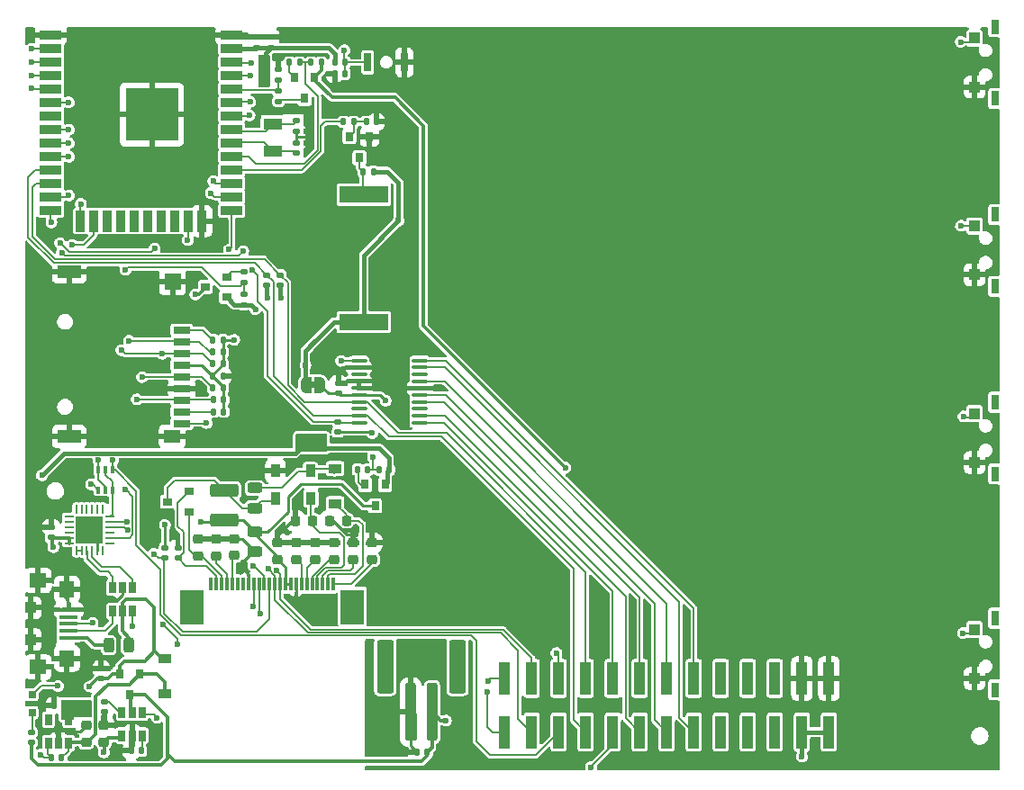
<source format=gbl>
G04 #@! TF.GenerationSoftware,KiCad,Pcbnew,5.99.0-unknown-6b9e44e59c~128~ubuntu18.04.1*
G04 #@! TF.CreationDate,2021-08-18T13:21:18+05:30*
G04 #@! TF.ProjectId,paperd_ink_rev3,70617065-7264-45f6-996e-6b5f72657633,rev?*
G04 #@! TF.SameCoordinates,Original*
G04 #@! TF.FileFunction,Copper,L2,Bot*
G04 #@! TF.FilePolarity,Positive*
%FSLAX46Y46*%
G04 Gerber Fmt 4.6, Leading zero omitted, Abs format (unit mm)*
G04 Created by KiCad (PCBNEW 5.99.0-unknown-6b9e44e59c~128~ubuntu18.04.1) date 2021-08-18 13:21:18*
%MOMM*%
%LPD*%
G01*
G04 APERTURE LIST*
G04 Aperture macros list*
%AMRoundRect*
0 Rectangle with rounded corners*
0 $1 Rounding radius*
0 $2 $3 $4 $5 $6 $7 $8 $9 X,Y pos of 4 corners*
0 Add a 4 corners polygon primitive as box body*
4,1,4,$2,$3,$4,$5,$6,$7,$8,$9,$2,$3,0*
0 Add four circle primitives for the rounded corners*
1,1,$1+$1,$2,$3*
1,1,$1+$1,$4,$5*
1,1,$1+$1,$6,$7*
1,1,$1+$1,$8,$9*
0 Add four rect primitives between the rounded corners*
20,1,$1+$1,$2,$3,$4,$5,0*
20,1,$1+$1,$4,$5,$6,$7,0*
20,1,$1+$1,$6,$7,$8,$9,0*
20,1,$1+$1,$8,$9,$2,$3,0*%
%AMFreePoly0*
4,1,22,0.500000,-0.750000,0.000000,-0.750000,0.000000,-0.745033,-0.079941,-0.743568,-0.215256,-0.701293,-0.333266,-0.622738,-0.424486,-0.514219,-0.481581,-0.384460,-0.499164,-0.250000,-0.500000,-0.250000,-0.500000,0.250000,-0.499164,0.250000,-0.499963,0.256109,-0.478152,0.396186,-0.417904,0.524511,-0.324060,0.630769,-0.204165,0.706417,-0.067858,0.745374,0.000000,0.744959,0.000000,0.750000,
0.500000,0.750000,0.500000,-0.750000,0.500000,-0.750000,$1*%
%AMFreePoly1*
4,1,20,0.000000,0.744959,0.073905,0.744508,0.209726,0.703889,0.328688,0.626782,0.421226,0.519385,0.479903,0.390333,0.500000,0.250000,0.500000,-0.250000,0.499851,-0.262216,0.476331,-0.402017,0.414519,-0.529596,0.319384,-0.634700,0.198574,-0.708877,0.061801,-0.746166,0.000000,-0.745033,0.000000,-0.750000,-0.500000,-0.750000,-0.500000,0.750000,0.000000,0.750000,0.000000,0.744959,
0.000000,0.744959,$1*%
G04 Aperture macros list end*
G04 #@! TA.AperFunction,SMDPad,CuDef*
%ADD10RoundRect,0.147500X-0.172500X0.147500X-0.172500X-0.147500X0.172500X-0.147500X0.172500X0.147500X0*%
G04 #@! TD*
G04 #@! TA.AperFunction,SMDPad,CuDef*
%ADD11R,1.200000X0.900000*%
G04 #@! TD*
G04 #@! TA.AperFunction,SMDPad,CuDef*
%ADD12R,0.800000X0.900000*%
G04 #@! TD*
G04 #@! TA.AperFunction,SMDPad,CuDef*
%ADD13RoundRect,0.218750X0.256250X-0.218750X0.256250X0.218750X-0.256250X0.218750X-0.256250X-0.218750X0*%
G04 #@! TD*
G04 #@! TA.AperFunction,SMDPad,CuDef*
%ADD14R,0.900000X1.200000*%
G04 #@! TD*
G04 #@! TA.AperFunction,SMDPad,CuDef*
%ADD15RoundRect,0.250000X0.250000X2.500000X-0.250000X2.500000X-0.250000X-2.500000X0.250000X-2.500000X0*%
G04 #@! TD*
G04 #@! TA.AperFunction,SMDPad,CuDef*
%ADD16RoundRect,0.249600X0.550400X2.250400X-0.550400X2.250400X-0.550400X-2.250400X0.550400X-2.250400X0*%
G04 #@! TD*
G04 #@! TA.AperFunction,SMDPad,CuDef*
%ADD17RoundRect,0.218750X-0.218750X-0.256250X0.218750X-0.256250X0.218750X0.256250X-0.218750X0.256250X0*%
G04 #@! TD*
G04 #@! TA.AperFunction,SMDPad,CuDef*
%ADD18R,0.300000X1.300000*%
G04 #@! TD*
G04 #@! TA.AperFunction,SMDPad,CuDef*
%ADD19R,2.200000X3.300000*%
G04 #@! TD*
G04 #@! TA.AperFunction,SMDPad,CuDef*
%ADD20RoundRect,0.250000X1.075000X-0.375000X1.075000X0.375000X-1.075000X0.375000X-1.075000X-0.375000X0*%
G04 #@! TD*
G04 #@! TA.AperFunction,SMDPad,CuDef*
%ADD21R,2.000000X0.900000*%
G04 #@! TD*
G04 #@! TA.AperFunction,SMDPad,CuDef*
%ADD22R,0.900000X2.000000*%
G04 #@! TD*
G04 #@! TA.AperFunction,SMDPad,CuDef*
%ADD23R,5.000000X5.000000*%
G04 #@! TD*
G04 #@! TA.AperFunction,SMDPad,CuDef*
%ADD24RoundRect,0.243750X0.456250X-0.243750X0.456250X0.243750X-0.456250X0.243750X-0.456250X-0.243750X0*%
G04 #@! TD*
G04 #@! TA.AperFunction,SMDPad,CuDef*
%ADD25RoundRect,0.147500X0.172500X-0.147500X0.172500X0.147500X-0.172500X0.147500X-0.172500X-0.147500X0*%
G04 #@! TD*
G04 #@! TA.AperFunction,SMDPad,CuDef*
%ADD26RoundRect,0.147500X-0.147500X-0.172500X0.147500X-0.172500X0.147500X0.172500X-0.147500X0.172500X0*%
G04 #@! TD*
G04 #@! TA.AperFunction,SMDPad,CuDef*
%ADD27R,1.800000X1.000000*%
G04 #@! TD*
G04 #@! TA.AperFunction,SMDPad,CuDef*
%ADD28R,0.900000X0.800000*%
G04 #@! TD*
G04 #@! TA.AperFunction,SMDPad,CuDef*
%ADD29R,1.600000X0.700000*%
G04 #@! TD*
G04 #@! TA.AperFunction,SMDPad,CuDef*
%ADD30R,2.200000X1.200000*%
G04 #@! TD*
G04 #@! TA.AperFunction,SMDPad,CuDef*
%ADD31R,1.500000X1.600000*%
G04 #@! TD*
G04 #@! TA.AperFunction,SMDPad,CuDef*
%ADD32R,1.500000X1.200000*%
G04 #@! TD*
G04 #@! TA.AperFunction,SMDPad,CuDef*
%ADD33RoundRect,0.147500X0.147500X0.172500X-0.147500X0.172500X-0.147500X-0.172500X0.147500X-0.172500X0*%
G04 #@! TD*
G04 #@! TA.AperFunction,SMDPad,CuDef*
%ADD34R,0.650000X1.060000*%
G04 #@! TD*
G04 #@! TA.AperFunction,SMDPad,CuDef*
%ADD35RoundRect,0.225000X0.250000X-0.225000X0.250000X0.225000X-0.250000X0.225000X-0.250000X-0.225000X0*%
G04 #@! TD*
G04 #@! TA.AperFunction,SMDPad,CuDef*
%ADD36R,1.800000X0.400000*%
G04 #@! TD*
G04 #@! TA.AperFunction,SMDPad,CuDef*
%ADD37R,1.000000X1.100000*%
G04 #@! TD*
G04 #@! TA.AperFunction,SMDPad,CuDef*
%ADD38R,1.500000X1.350000*%
G04 #@! TD*
G04 #@! TA.AperFunction,SMDPad,CuDef*
%ADD39R,1.400000X1.500000*%
G04 #@! TD*
G04 #@! TA.AperFunction,SMDPad,CuDef*
%ADD40RoundRect,0.062500X0.062500X-0.350000X0.062500X0.350000X-0.062500X0.350000X-0.062500X-0.350000X0*%
G04 #@! TD*
G04 #@! TA.AperFunction,SMDPad,CuDef*
%ADD41RoundRect,0.062500X0.350000X-0.062500X0.350000X0.062500X-0.350000X0.062500X-0.350000X-0.062500X0*%
G04 #@! TD*
G04 #@! TA.AperFunction,SMDPad,CuDef*
%ADD42R,2.600000X2.600000*%
G04 #@! TD*
G04 #@! TA.AperFunction,SMDPad,CuDef*
%ADD43R,0.400000X0.650000*%
G04 #@! TD*
G04 #@! TA.AperFunction,SMDPad,CuDef*
%ADD44R,0.650000X1.800000*%
G04 #@! TD*
G04 #@! TA.AperFunction,SMDPad,CuDef*
%ADD45R,4.600000X1.600000*%
G04 #@! TD*
G04 #@! TA.AperFunction,SMDPad,CuDef*
%ADD46RoundRect,0.100000X-0.637500X-0.100000X0.637500X-0.100000X0.637500X0.100000X-0.637500X0.100000X0*%
G04 #@! TD*
G04 #@! TA.AperFunction,SMDPad,CuDef*
%ADD47R,1.000000X3.150000*%
G04 #@! TD*
G04 #@! TA.AperFunction,SMDPad,CuDef*
%ADD48FreePoly0,0.000000*%
G04 #@! TD*
G04 #@! TA.AperFunction,SMDPad,CuDef*
%ADD49FreePoly1,0.000000*%
G04 #@! TD*
G04 #@! TA.AperFunction,SMDPad,CuDef*
%ADD50RoundRect,0.218750X-0.256250X0.218750X-0.256250X-0.218750X0.256250X-0.218750X0.256250X0.218750X0*%
G04 #@! TD*
G04 #@! TA.AperFunction,SMDPad,CuDef*
%ADD51RoundRect,0.243750X-0.243750X-0.456250X0.243750X-0.456250X0.243750X0.456250X-0.243750X0.456250X0*%
G04 #@! TD*
G04 #@! TA.AperFunction,SMDPad,CuDef*
%ADD52R,0.800000X1.450000*%
G04 #@! TD*
G04 #@! TA.AperFunction,SMDPad,CuDef*
%ADD53R,0.700000X0.700000*%
G04 #@! TD*
G04 #@! TA.AperFunction,ViaPad*
%ADD54C,0.600000*%
G04 #@! TD*
G04 #@! TA.AperFunction,Conductor*
%ADD55C,0.300000*%
G04 #@! TD*
G04 #@! TA.AperFunction,Conductor*
%ADD56C,0.130000*%
G04 #@! TD*
G04 #@! TA.AperFunction,Conductor*
%ADD57C,0.254000*%
G04 #@! TD*
G04 #@! TA.AperFunction,Conductor*
%ADD58C,0.400000*%
G04 #@! TD*
G04 #@! TA.AperFunction,Conductor*
%ADD59C,0.500000*%
G04 #@! TD*
G04 #@! TA.AperFunction,Conductor*
%ADD60C,0.200000*%
G04 #@! TD*
G04 APERTURE END LIST*
G36*
X129510000Y-104050000D02*
G01*
X129010000Y-104050000D01*
X129010000Y-103450000D01*
X129510000Y-103450000D01*
X129510000Y-104050000D01*
G37*
D10*
X126180000Y-93395000D03*
X126180000Y-94365000D03*
X125320000Y-71030000D03*
X125320000Y-72000000D03*
D11*
X131365000Y-111620000D03*
X131365000Y-114920000D03*
D12*
X127530000Y-74790000D03*
X129430000Y-74790000D03*
X128480000Y-76790000D03*
D13*
X134840000Y-120170000D03*
X134840000Y-118595000D03*
D14*
X129090000Y-114420000D03*
X125790000Y-114420000D03*
D13*
X118500000Y-119837500D03*
X118500000Y-118262500D03*
D10*
X126030000Y-76090000D03*
X126030000Y-77060000D03*
X126030000Y-74060000D03*
X126030000Y-75030000D03*
X124930000Y-93395000D03*
X124930000Y-94365000D03*
D15*
X140465000Y-134520000D03*
X138465000Y-134520000D03*
D16*
X136065000Y-130270000D03*
X142865000Y-130270000D03*
D17*
X127627500Y-116520000D03*
X129202500Y-116520000D03*
D10*
X123970000Y-71030000D03*
X123970000Y-72000000D03*
D18*
X119692939Y-122480356D03*
X120192939Y-122480356D03*
X120692939Y-122480356D03*
X121192939Y-122480356D03*
X121692939Y-122480356D03*
X122192939Y-122480356D03*
X122692939Y-122480356D03*
X123192939Y-122480356D03*
X123692939Y-122480356D03*
X124192939Y-122480356D03*
X124692939Y-122480356D03*
X125192939Y-122480356D03*
X125692939Y-122480356D03*
X126192939Y-122480356D03*
X126692939Y-122480356D03*
X127192939Y-122480356D03*
X127692939Y-122480356D03*
X128192939Y-122480356D03*
X128692939Y-122480356D03*
X129192939Y-122480356D03*
X129692939Y-122480356D03*
X130192939Y-122480356D03*
X130692939Y-122480356D03*
X131192939Y-122480356D03*
D19*
X132992939Y-124650356D03*
X117892939Y-124650356D03*
D20*
X120950000Y-116480000D03*
X120950000Y-113680000D03*
D21*
X121630000Y-70815000D03*
X121630000Y-72085000D03*
X121630000Y-73355000D03*
X121630000Y-74625000D03*
X121630000Y-75895000D03*
X121630000Y-77165000D03*
X121630000Y-78435000D03*
X121630000Y-79705000D03*
X121630000Y-80975000D03*
X121630000Y-82245000D03*
X121630000Y-83515000D03*
X121630000Y-84785000D03*
X121630000Y-86055000D03*
X121630000Y-87325000D03*
D22*
X118845000Y-88325000D03*
X117575000Y-88325000D03*
X116305000Y-88325000D03*
X115035000Y-88325000D03*
X113765000Y-88325000D03*
X112495000Y-88325000D03*
X111225000Y-88325000D03*
X109955000Y-88325000D03*
X108685000Y-88325000D03*
X107415000Y-88325000D03*
D21*
X104630000Y-87325000D03*
X104630000Y-86055000D03*
X104630000Y-84785000D03*
X104630000Y-83515000D03*
X104630000Y-82245000D03*
X104630000Y-80975000D03*
X104630000Y-79705000D03*
X104630000Y-78435000D03*
X104630000Y-77165000D03*
X104630000Y-75895000D03*
X104630000Y-74625000D03*
X104630000Y-73355000D03*
X104630000Y-72085000D03*
X104630000Y-70815000D03*
D23*
X114130000Y-78315000D03*
D17*
X130842500Y-116520000D03*
X132417500Y-116520000D03*
D24*
X123780000Y-119462500D03*
X123780000Y-117587500D03*
D25*
X116590000Y-120055000D03*
X116590000Y-119085000D03*
D24*
X123810000Y-115332500D03*
X123810000Y-113457500D03*
D12*
X134165000Y-113120000D03*
X136065000Y-113120000D03*
X135115000Y-115120000D03*
D26*
X133465000Y-111710000D03*
X134435000Y-111710000D03*
X135470000Y-111710000D03*
X136440000Y-111710000D03*
D25*
X127730000Y-79865000D03*
X127730000Y-78895000D03*
D27*
X125510000Y-81710000D03*
X125510000Y-79210000D03*
D25*
X127730000Y-81925000D03*
X127730000Y-80955000D03*
X115365000Y-120055000D03*
X115365000Y-119085000D03*
D28*
X121165000Y-93570000D03*
X121165000Y-95470000D03*
X119165000Y-94520000D03*
D10*
X122765000Y-95235000D03*
X122765000Y-96205000D03*
D29*
X116940000Y-98580000D03*
X116940000Y-99680000D03*
X116940000Y-100780000D03*
X116940000Y-101880000D03*
X116940000Y-102980000D03*
X116940000Y-104080000D03*
X116940000Y-105180000D03*
X116940000Y-106280000D03*
X116940000Y-107380000D03*
D30*
X106350000Y-108580000D03*
D31*
X116070000Y-94010000D03*
D32*
X116040000Y-108580000D03*
D30*
X106360000Y-93100000D03*
D33*
X120835000Y-99520000D03*
X119865000Y-99520000D03*
X120835000Y-100645666D03*
X119865000Y-100645666D03*
X120835000Y-104022664D03*
X119865000Y-104022664D03*
X120835000Y-101771332D03*
X119865000Y-101771332D03*
X120835000Y-102896998D03*
X119865000Y-102896998D03*
X120875000Y-105148330D03*
X119905000Y-105148330D03*
X120875000Y-106274000D03*
X119905000Y-106274000D03*
X140000000Y-138320000D03*
X139030000Y-138320000D03*
D12*
X112065000Y-132920000D03*
X113015000Y-130920000D03*
X111115000Y-130920000D03*
D33*
X105645000Y-138830000D03*
X104675000Y-138830000D03*
X113145000Y-138180000D03*
X112175000Y-138180000D03*
D34*
X111318000Y-136750000D03*
X112268000Y-136750000D03*
X113218000Y-136750000D03*
X113218000Y-134550000D03*
X112268000Y-134550000D03*
X111318000Y-134550000D03*
X110415000Y-122820000D03*
X111365000Y-122820000D03*
X112315000Y-122820000D03*
X112315000Y-125020000D03*
X111365000Y-125020000D03*
X110415000Y-125020000D03*
D33*
X104925000Y-133880000D03*
X105895000Y-133880000D03*
D35*
X107950000Y-137355000D03*
X107950000Y-135805000D03*
X109610000Y-137355000D03*
X109610000Y-135805000D03*
D11*
X115365000Y-132770000D03*
X115365000Y-129470000D03*
D36*
X106311000Y-127520000D03*
X106311000Y-126870000D03*
X106311000Y-126220000D03*
X106311000Y-125570000D03*
X106311000Y-124920000D03*
D37*
X102741000Y-124720000D03*
X102741000Y-127720000D03*
D38*
X103441000Y-130295000D03*
X103441000Y-122145000D03*
D39*
X106141000Y-122970000D03*
X106141000Y-129470000D03*
D34*
X106310000Y-137450000D03*
X105360000Y-137450000D03*
X104410000Y-137450000D03*
X104410000Y-135250000D03*
X106310000Y-135250000D03*
D40*
X109520000Y-119317500D03*
X109020000Y-119317500D03*
X108520000Y-119317500D03*
X108020000Y-119317500D03*
X107520000Y-119317500D03*
X107020000Y-119317500D03*
D41*
X106332500Y-118630000D03*
X106332500Y-118130000D03*
X106332500Y-117630000D03*
X106332500Y-117130000D03*
X106332500Y-116630000D03*
X106332500Y-116130000D03*
D40*
X107020000Y-115442500D03*
X107520000Y-115442500D03*
X108020000Y-115442500D03*
X108520000Y-115442500D03*
X109020000Y-115442500D03*
X109520000Y-115442500D03*
D41*
X110207500Y-116130000D03*
X110207500Y-116630000D03*
X110207500Y-117130000D03*
X110207500Y-117630000D03*
X110207500Y-118130000D03*
X110207500Y-118630000D03*
D42*
X108270000Y-117380000D03*
D43*
X110396000Y-113632000D03*
X109746000Y-113632000D03*
X109096000Y-113632000D03*
X109096000Y-111732000D03*
X109746000Y-111732000D03*
X110396000Y-111732000D03*
D25*
X104665000Y-118105000D03*
X104665000Y-117135000D03*
D44*
X137875000Y-73390000D03*
X134425000Y-73390000D03*
D26*
X131305000Y-74490000D03*
X132275000Y-74490000D03*
X127050000Y-73400000D03*
X128020000Y-73400000D03*
D45*
X134042000Y-97840000D03*
X134042000Y-85850000D03*
D33*
X133105000Y-78990000D03*
X132135000Y-78990000D03*
D12*
X132700000Y-80370000D03*
X134600000Y-80370000D03*
X133650000Y-82370000D03*
D33*
X134960000Y-83680000D03*
X133990000Y-83680000D03*
D26*
X134270000Y-78990000D03*
X135240000Y-78990000D03*
D46*
X133597500Y-107305000D03*
X133597500Y-106655000D03*
X133597500Y-106005000D03*
X133597500Y-105355000D03*
X133597500Y-104705000D03*
X133597500Y-104055000D03*
X133597500Y-103405000D03*
X133597500Y-102755000D03*
X133597500Y-102105000D03*
X133597500Y-101455000D03*
X139322500Y-101455000D03*
X139322500Y-102105000D03*
X139322500Y-102755000D03*
X139322500Y-103405000D03*
X139322500Y-104055000D03*
X139322500Y-104705000D03*
X139322500Y-105355000D03*
X139322500Y-106005000D03*
X139322500Y-106655000D03*
X139322500Y-107305000D03*
D47*
X147300000Y-131375000D03*
X147300000Y-136425000D03*
X149840000Y-131375000D03*
X149840000Y-136425000D03*
X152380000Y-131375000D03*
X152380000Y-136425000D03*
X154920000Y-131375000D03*
X154920000Y-136425000D03*
X157460000Y-131375000D03*
X157460000Y-136425000D03*
X160000000Y-131375000D03*
X160000000Y-136425000D03*
X162540000Y-131375000D03*
X162540000Y-136425000D03*
X165080000Y-131375000D03*
X165080000Y-136425000D03*
X167620000Y-131375000D03*
X167620000Y-136425000D03*
X170160000Y-131375000D03*
X170160000Y-136425000D03*
X172700000Y-131375000D03*
X172700000Y-136425000D03*
X175240000Y-131375000D03*
X175240000Y-136425000D03*
X177780000Y-131375000D03*
X177780000Y-136425000D03*
D10*
X131610000Y-107195000D03*
X131610000Y-108165000D03*
D25*
X102815000Y-137405000D03*
X102815000Y-136435000D03*
X109365000Y-131405000D03*
X109365000Y-130435000D03*
D48*
X128610000Y-103750000D03*
D49*
X129910000Y-103750000D03*
D13*
X121840000Y-119797500D03*
X121840000Y-118222500D03*
D50*
X125970000Y-118595000D03*
X125970000Y-120170000D03*
D13*
X133066000Y-120170000D03*
X133066000Y-118595000D03*
X127744000Y-120170000D03*
X127744000Y-118595000D03*
X131292000Y-120170000D03*
X131292000Y-118595000D03*
D14*
X125740000Y-111845000D03*
X129040000Y-111845000D03*
D10*
X122765000Y-93135000D03*
X122765000Y-94105000D03*
D26*
X131305000Y-73390000D03*
X132275000Y-73390000D03*
X129090000Y-73400000D03*
X130060000Y-73400000D03*
D10*
X131660000Y-103595000D03*
X131660000Y-104565000D03*
D28*
X117590000Y-113795000D03*
X117590000Y-115695000D03*
X115590000Y-114745000D03*
D13*
X120180000Y-119817500D03*
X120180000Y-118242500D03*
X129518000Y-120170000D03*
X129518000Y-118595000D03*
D51*
X110065000Y-128220000D03*
X111940000Y-128220000D03*
D52*
X193410000Y-112125000D03*
X193410000Y-105375000D03*
D37*
X191460000Y-111050000D03*
X191460000Y-106450000D03*
D52*
X193410000Y-132445000D03*
X193410000Y-125695000D03*
D37*
X191460000Y-131370000D03*
X191460000Y-126770000D03*
D53*
X102860000Y-132870000D03*
X102860000Y-134570000D03*
D52*
X193410000Y-76795000D03*
X193410000Y-70045000D03*
D37*
X191460000Y-75720000D03*
X191460000Y-71120000D03*
D10*
X109665000Y-133545000D03*
X109665000Y-134515000D03*
D52*
X193410000Y-94460000D03*
X193410000Y-87710000D03*
D37*
X191460000Y-93385000D03*
X191460000Y-88785000D03*
D54*
X124800000Y-75230000D03*
X124800000Y-74255000D03*
X122465000Y-106421250D03*
X106760000Y-131380000D03*
X107910000Y-133830000D03*
X106960000Y-133880000D03*
X107910000Y-134630000D03*
X144690000Y-84995000D03*
X144690000Y-96845000D03*
X144690000Y-79070000D03*
X144690000Y-73145000D03*
X144690000Y-90920000D03*
X106210000Y-136330000D03*
X108061000Y-123048000D03*
X182297500Y-126520000D03*
X115140000Y-77363750D03*
X115140000Y-79351250D03*
X115140000Y-78357500D03*
X188768750Y-138940000D03*
X192190000Y-120813750D03*
X192190000Y-102138750D03*
X192190000Y-84388750D03*
X108061000Y-129480000D03*
X157292500Y-79070000D03*
X157292500Y-102770000D03*
X157292500Y-96845000D03*
X157292500Y-108695000D03*
X157292500Y-84995000D03*
X157292500Y-90920000D03*
X157292500Y-73145000D03*
X124465000Y-108080000D03*
X192190000Y-77545000D03*
X181925000Y-138940000D03*
X192190000Y-95295000D03*
X136930000Y-81935000D03*
X186465000Y-90936665D03*
X186465000Y-120589440D03*
X186465000Y-96867220D03*
X186465000Y-114658885D03*
X186465000Y-102797775D03*
X186465000Y-108728330D03*
X186465000Y-85006110D03*
X186465000Y-73145000D03*
X186465000Y-79075555D03*
X138005000Y-79910000D03*
X169795000Y-126520000D03*
X122465000Y-104762500D03*
X184206250Y-138940000D03*
X192190000Y-116251250D03*
X192190000Y-79826250D03*
X192190000Y-97576250D03*
X109115000Y-118220000D03*
X126465000Y-105695000D03*
X108061000Y-122248000D03*
X148957500Y-96845000D03*
X148957500Y-73145000D03*
X148957500Y-79070000D03*
X148957500Y-84995000D03*
X148957500Y-90920000D03*
X104410000Y-136330000D03*
X161460000Y-73145000D03*
X161460000Y-96845000D03*
X161460000Y-102770000D03*
X161460000Y-90920000D03*
X161460000Y-108695000D03*
X161460000Y-114620000D03*
X161460000Y-84995000D03*
X161460000Y-79070000D03*
X128915000Y-80420000D03*
X143510000Y-138180000D03*
X106065000Y-101870000D03*
X108065000Y-102500000D03*
X109665000Y-102500000D03*
X134865000Y-137245000D03*
X112265000Y-135630000D03*
X182297500Y-120589440D03*
X182297500Y-79075555D03*
X182297500Y-90936665D03*
X182297500Y-102797775D03*
X182297500Y-73145000D03*
X182297500Y-108728330D03*
X182297500Y-85006110D03*
X182297500Y-114658885D03*
X182297500Y-96867220D03*
X107415000Y-118220000D03*
X178130000Y-90936665D03*
X178130000Y-114658885D03*
X178130000Y-120589440D03*
X178130000Y-79075555D03*
X178130000Y-96867220D03*
X178130000Y-108728330D03*
X178130000Y-85006110D03*
X178130000Y-73145000D03*
X178130000Y-102797775D03*
X173962500Y-108728330D03*
X173962500Y-96867220D03*
X173962500Y-85006110D03*
X173962500Y-120589440D03*
X173962500Y-73145000D03*
X173962500Y-102797775D03*
X173962500Y-114658885D03*
X173962500Y-90936665D03*
X173962500Y-79075555D03*
X135015000Y-116820000D03*
X108061000Y-130380000D03*
X109665000Y-104760000D03*
X107965000Y-97980000D03*
X107865000Y-95720000D03*
X106065000Y-103820000D03*
X108065000Y-104760000D03*
X109665000Y-95720000D03*
X109665000Y-107020000D03*
X109665000Y-97980000D03*
X107865000Y-107020000D03*
X136930000Y-79910000D03*
X113165000Y-135630000D03*
X122465000Y-101445000D03*
X126015000Y-73145000D03*
X138005000Y-81935000D03*
X106110000Y-120980000D03*
X133265000Y-117845000D03*
X111365000Y-135630000D03*
X186465000Y-126520000D03*
X192190000Y-82107500D03*
X186487500Y-138940000D03*
X192190000Y-118532500D03*
X192190000Y-99857500D03*
X122465000Y-108080000D03*
X109115000Y-116445000D03*
X114165000Y-77363750D03*
X114165000Y-78357500D03*
X114165000Y-79351250D03*
X122465000Y-103103750D03*
X106065000Y-99920000D03*
X135815000Y-136132500D03*
X143510000Y-137242500D03*
X134865000Y-136132500D03*
X107865000Y-100240000D03*
X135815000Y-137245000D03*
X109665000Y-100240000D03*
X127615000Y-115745000D03*
X169795000Y-79075555D03*
X169795000Y-102797775D03*
X169795000Y-108728330D03*
X169795000Y-114658885D03*
X169795000Y-85006110D03*
X169795000Y-96867220D03*
X169795000Y-90936665D03*
X169795000Y-73145000D03*
X169795000Y-120589440D03*
X105310000Y-136330000D03*
X153045000Y-79070000D03*
X153045000Y-96845000D03*
X153045000Y-84995000D03*
X153045000Y-102770000D03*
X153045000Y-90920000D03*
X153045000Y-73145000D03*
X122600000Y-120980000D03*
X142510000Y-138180000D03*
X107460000Y-121030000D03*
X108240000Y-117345000D03*
X173962500Y-126520000D03*
X113190000Y-78357500D03*
X113190000Y-77363750D03*
X113190000Y-79351250D03*
X192190000Y-123095000D03*
X191050000Y-138940000D03*
X178130000Y-126520000D03*
X136930000Y-80922500D03*
X127740000Y-123820000D03*
X138005000Y-80922500D03*
X107415000Y-116445000D03*
X126465000Y-108080000D03*
X165627500Y-108728330D03*
X165627500Y-96867220D03*
X165627500Y-85006110D03*
X165627500Y-73145000D03*
X165627500Y-79075555D03*
X165627500Y-120589440D03*
X165627500Y-90936665D03*
X165627500Y-102797775D03*
X165627500Y-114620000D03*
X108061000Y-123848000D03*
X152990000Y-111545000D03*
X141765000Y-135320000D03*
X123865000Y-96620000D03*
X124965000Y-95545000D03*
X137310000Y-88310000D03*
X128160000Y-109580000D03*
X103790000Y-112245000D03*
X175240000Y-138720000D03*
X130210000Y-108657500D03*
X128560000Y-101880000D03*
X130210000Y-109580000D03*
X126240000Y-95545000D03*
X124800000Y-73280000D03*
X128160000Y-108657500D03*
X104865000Y-119020000D03*
X109610000Y-138330000D03*
X108265000Y-132120000D03*
X118765000Y-116670000D03*
X115365000Y-116920000D03*
X132225000Y-72250000D03*
X105665000Y-91295000D03*
X122715000Y-91145000D03*
X110465000Y-110820000D03*
X123515000Y-73420000D03*
X123365000Y-77095000D03*
X123660000Y-124610000D03*
X117500000Y-90120000D03*
X124340000Y-125310000D03*
X123659999Y-120745000D03*
X106640000Y-90570000D03*
X114340000Y-119645000D03*
X102820000Y-73350000D03*
X125040000Y-121070000D03*
X113205001Y-103005001D03*
X106310000Y-81010000D03*
X115110000Y-100820000D03*
X125870000Y-121180000D03*
X111260000Y-100470000D03*
X102820000Y-72100000D03*
X111840000Y-117410000D03*
X102800000Y-75860000D03*
X145665000Y-132620000D03*
X112710000Y-105110000D03*
X106310000Y-79730000D03*
X152165000Y-128970000D03*
X145720000Y-131590000D03*
X102800000Y-74600000D03*
X111770000Y-116670000D03*
X111627482Y-113582518D03*
X109090000Y-110795000D03*
X106310000Y-77140000D03*
X111990000Y-99590000D03*
X121865000Y-99520000D03*
X118210000Y-95230000D03*
X108410000Y-113110000D03*
X104680000Y-88460000D03*
X134920000Y-110550000D03*
X121390000Y-91020000D03*
X111640000Y-92900000D03*
X106310000Y-82280000D03*
X115139999Y-126294999D03*
X123420000Y-74625000D03*
X105310000Y-132080000D03*
X114615000Y-135070000D03*
X114390000Y-90895000D03*
X116525000Y-128180000D03*
X105490000Y-90390000D03*
X123300989Y-78375157D03*
X123560500Y-92970000D03*
X119265000Y-107320000D03*
X131910000Y-101480000D03*
X134860000Y-108280000D03*
X136110000Y-105230000D03*
X103660000Y-138530000D03*
X155415000Y-139709001D03*
X190390000Y-127095000D03*
X107465000Y-86720000D03*
X190415000Y-106720000D03*
X106315000Y-85920000D03*
X190190000Y-88770000D03*
X119890000Y-84570000D03*
X190165000Y-71470000D03*
X119665000Y-85695000D03*
X108565000Y-126120000D03*
X112265000Y-126420000D03*
D55*
X115615000Y-138920000D02*
X115615000Y-135020000D01*
X103410000Y-139530000D02*
X115005000Y-139530000D01*
X115005000Y-139530000D02*
X115615000Y-138920000D01*
X113515000Y-132920000D02*
X112065000Y-132920000D01*
X102815000Y-137405000D02*
X102815000Y-138935000D01*
X115615000Y-135020000D02*
X113515000Y-132920000D01*
X102815000Y-138935000D02*
X103410000Y-139530000D01*
D56*
X103960000Y-138830000D02*
X103660000Y-138530000D01*
X104675000Y-138830000D02*
X103960000Y-138830000D01*
D57*
X119165000Y-94520000D02*
X118455000Y-95230000D01*
X118455000Y-95230000D02*
X118210000Y-95230000D01*
D58*
X105874991Y-110160009D02*
X127579991Y-110160009D01*
X103790000Y-112245000D02*
X105874991Y-110160009D01*
X127579991Y-110160009D02*
X128160000Y-109580000D01*
D57*
X112175000Y-138180000D02*
X112175000Y-136843000D01*
X112175000Y-136843000D02*
X112268000Y-136750000D01*
X106210000Y-136330000D02*
X107425000Y-136330000D01*
X107425000Y-136330000D02*
X107950000Y-135805000D01*
D56*
X103705000Y-132030000D02*
X105260000Y-132030000D01*
X102865000Y-132870000D02*
X103705000Y-132030000D01*
X105260000Y-132030000D02*
X105310000Y-132080000D01*
D55*
X107950000Y-137355000D02*
X106355000Y-137355000D01*
X106355000Y-137355000D02*
X106260000Y-137450000D01*
D56*
X105645000Y-138830000D02*
X106260000Y-138215000D01*
X106260000Y-138215000D02*
X106260000Y-137450000D01*
X104360000Y-137450000D02*
X104360000Y-138515000D01*
X104360000Y-138515000D02*
X104675000Y-138830000D01*
X155415000Y-139649500D02*
X155415000Y-139709001D01*
X157460000Y-137604500D02*
X155415000Y-139649500D01*
D57*
X127696000Y-122480000D02*
X127696000Y-123776000D01*
D59*
X122395000Y-71030000D02*
X123970000Y-71030000D01*
D57*
X111365000Y-123520000D02*
X110865000Y-124020000D01*
X132465000Y-117845000D02*
X133265000Y-117845000D01*
X109020000Y-119317500D02*
X109020000Y-118130000D01*
X125970000Y-118595000D02*
X131292000Y-118595000D01*
X111365000Y-122820000D02*
X111365000Y-123520000D01*
X127315000Y-116520000D02*
X125970000Y-117865000D01*
X138865000Y-134695000D02*
X138890000Y-134670000D01*
X127290000Y-116520000D02*
X127627500Y-116520000D01*
X133066000Y-118595000D02*
X133066000Y-118044000D01*
X118500000Y-118262500D02*
X121800000Y-118262500D01*
X125970000Y-117865000D02*
X125970000Y-118595000D01*
X127627500Y-115757500D02*
X127615000Y-115745000D01*
X122600000Y-120980000D02*
X122330000Y-120980000D01*
X122592500Y-118222500D02*
X123780000Y-119410000D01*
X123970000Y-71030000D02*
X125320000Y-71030000D01*
X127730000Y-79865000D02*
X127730000Y-80355000D01*
X133066000Y-118044000D02*
X133265000Y-117845000D01*
X138465000Y-137755000D02*
X139030000Y-138320000D01*
X131140000Y-116520000D02*
X132465000Y-117845000D01*
X123196000Y-122480000D02*
X123196000Y-121576000D01*
X123647500Y-119462500D02*
X122330000Y-120780000D01*
X121840000Y-118222500D02*
X122592500Y-118222500D01*
X127730000Y-80355000D02*
X128850000Y-80355000D01*
X127696000Y-123776000D02*
X127740000Y-123820000D01*
X126030000Y-73160000D02*
X126015000Y-73145000D01*
X128850000Y-80355000D02*
X128915000Y-80420000D01*
X122330000Y-120780000D02*
X122330000Y-120980000D01*
X123196000Y-121576000D02*
X122600000Y-120980000D01*
X127627500Y-116520000D02*
X127627500Y-115757500D01*
X127730000Y-80355000D02*
X127730000Y-80955000D01*
X138865000Y-137005000D02*
X138865000Y-134695000D01*
X138465000Y-134520000D02*
X138465000Y-137755000D01*
X126030000Y-74060000D02*
X126030000Y-73160000D01*
D55*
X141265000Y-135320000D02*
X141765000Y-135320000D01*
X139515000Y-139170000D02*
X140000000Y-138685000D01*
X131065000Y-76680000D02*
X129430000Y-75045000D01*
X112165000Y-133020000D02*
X112165000Y-133770000D01*
X140465000Y-134520000D02*
X140465000Y-137855000D01*
X136985000Y-76680000D02*
X131065000Y-76680000D01*
X130060000Y-74160000D02*
X129430000Y-74790000D01*
X139645000Y-98200000D02*
X139645000Y-79340000D01*
X140000000Y-138685000D02*
X140000000Y-138320000D01*
X139645000Y-79340000D02*
X136985000Y-76680000D01*
X115615000Y-138520000D02*
X116265000Y-139170000D01*
X112165000Y-133770000D02*
X112165000Y-134687000D01*
X140465000Y-134520000D02*
X141265000Y-135320000D01*
X152990000Y-111545000D02*
X139645000Y-98200000D01*
X130060000Y-73400000D02*
X130060000Y-74160000D01*
X116265000Y-139170000D02*
X139515000Y-139170000D01*
X140465000Y-137855000D02*
X140000000Y-138320000D01*
D56*
X133650000Y-82370000D02*
X133650000Y-83340000D01*
X133990000Y-83680000D02*
X133990000Y-85798000D01*
X133650000Y-83340000D02*
X133990000Y-83680000D01*
D58*
X124800000Y-73280000D02*
X124800000Y-72520000D01*
X131245000Y-97840000D02*
X134042000Y-97840000D01*
X134042000Y-97840000D02*
X134042000Y-91578000D01*
X123970000Y-72000000D02*
X125320000Y-72000000D01*
X128560000Y-100525000D02*
X131245000Y-97840000D01*
X136265000Y-111885000D02*
X136265000Y-112920000D01*
X175240000Y-138720000D02*
X175240000Y-136425000D01*
X124930000Y-95510000D02*
X124965000Y-95545000D01*
X136440000Y-111710000D02*
X136265000Y-111885000D01*
X134042000Y-91578000D02*
X137310000Y-88310000D01*
X124800000Y-72520000D02*
X125320000Y-72000000D01*
X125360000Y-72040000D02*
X130765000Y-72040000D01*
X126180000Y-95485000D02*
X126240000Y-95545000D01*
X136440000Y-110645000D02*
X135475000Y-109680000D01*
X121900000Y-96205000D02*
X121165000Y-95470000D01*
X130310000Y-109680000D02*
X130210000Y-109580000D01*
X122765000Y-96205000D02*
X123450000Y-96205000D01*
X137310000Y-84720000D02*
X136270000Y-83680000D01*
X130765000Y-72040000D02*
X131305000Y-72580000D01*
X128560000Y-100525000D02*
X129430000Y-99655000D01*
X122765000Y-96205000D02*
X121900000Y-96205000D01*
X128560000Y-101880000D02*
X128560000Y-100525000D01*
X128560000Y-103700000D02*
X128610000Y-103750000D01*
X135475000Y-109680000D02*
X130310000Y-109680000D01*
X121630000Y-72085000D02*
X123885000Y-72085000D01*
X136440000Y-111710000D02*
X136440000Y-110645000D01*
X124930000Y-94365000D02*
X124930000Y-95510000D01*
X131305000Y-72580000D02*
X131305000Y-73390000D01*
X137310000Y-88310000D02*
X137310000Y-84720000D01*
X177780000Y-136425000D02*
X175240000Y-136425000D01*
X126180000Y-94365000D02*
X126180000Y-95485000D01*
X136270000Y-83680000D02*
X134960000Y-83680000D01*
X123450000Y-96205000D02*
X123865000Y-96620000D01*
X128560000Y-101880000D02*
X128560000Y-103700000D01*
D56*
X120180000Y-120490000D02*
X120180000Y-119817500D01*
X121196000Y-121506000D02*
X120180000Y-120490000D01*
X121196000Y-122480000D02*
X121196000Y-121506000D01*
X130696000Y-121700000D02*
X130856000Y-121540000D01*
X130696000Y-122480000D02*
X130696000Y-121700000D01*
X133940000Y-116870000D02*
X133590000Y-116520000D01*
X133940000Y-120800000D02*
X133940000Y-116870000D01*
X133590000Y-116520000D02*
X132417500Y-116520000D01*
X130856000Y-121540000D02*
X133200000Y-121540000D01*
X132417500Y-115972500D02*
X131365000Y-114920000D01*
X132417500Y-116520000D02*
X132417500Y-115972500D01*
X133200000Y-121540000D02*
X133940000Y-120800000D01*
X121696000Y-122480000D02*
X121696000Y-119941500D01*
D55*
X109970000Y-131920000D02*
X108810000Y-133080000D01*
X113015000Y-130920000D02*
X112015000Y-131920000D01*
X115365000Y-132520000D02*
X115365000Y-131720000D01*
X108810000Y-133080000D02*
X108810000Y-136618000D01*
X108810000Y-136618000D02*
X107950000Y-137478000D01*
X115365000Y-131720000D02*
X114565000Y-130920000D01*
X114565000Y-130920000D02*
X113015000Y-130920000D01*
X112015000Y-131920000D02*
X109970000Y-131920000D01*
X111115000Y-130920000D02*
X110465000Y-130920000D01*
X113565000Y-123920000D02*
X114365000Y-124720000D01*
X104680000Y-118120000D02*
X106322500Y-118120000D01*
X109980000Y-131405000D02*
X109365000Y-131405000D01*
X114365000Y-124720000D02*
X114365000Y-128720000D01*
X106322500Y-118120000D02*
X106332500Y-118130000D01*
X110035000Y-136990000D02*
X109680000Y-137345000D01*
X114365000Y-128720000D02*
X114365000Y-128820000D01*
X114365000Y-128820000D02*
X113465000Y-129720000D01*
X104765000Y-118920000D02*
X104765000Y-118205000D01*
X109680000Y-138260000D02*
X109610000Y-138330000D01*
X106332500Y-118130000D02*
X106332500Y-118630000D01*
X111365000Y-126920000D02*
X111365000Y-125020000D01*
X114365000Y-128720000D02*
X115365000Y-129720000D01*
X104865000Y-119020000D02*
X104765000Y-118920000D01*
X111365000Y-125020000D02*
X111365000Y-124220000D01*
X111565000Y-129720000D02*
X111115000Y-130170000D01*
X109680000Y-137345000D02*
X109680000Y-138260000D01*
X111365000Y-124220000D02*
X111665000Y-123920000D01*
X113465000Y-129720000D02*
X111565000Y-129720000D01*
X110465000Y-130920000D02*
X109980000Y-131405000D01*
X109365000Y-131405000D02*
X108980000Y-131405000D01*
X111115000Y-130170000D02*
X111115000Y-130920000D01*
X111965000Y-127520000D02*
X111365000Y-126920000D01*
X111965000Y-128220000D02*
X111965000Y-127520000D01*
X108980000Y-131405000D02*
X108265000Y-132120000D01*
X111318000Y-136990000D02*
X110035000Y-136990000D01*
X111665000Y-123920000D02*
X113565000Y-123920000D01*
D60*
X128660000Y-111910000D02*
X127900000Y-111910000D01*
X126352500Y-113457500D02*
X123810000Y-113457500D01*
X130930000Y-111680000D02*
X129340000Y-111680000D01*
X127900000Y-111910000D02*
X126352500Y-113457500D01*
X129060000Y-112310000D02*
X128660000Y-111910000D01*
X131280000Y-112030000D02*
X130930000Y-111680000D01*
X124380000Y-114670000D02*
X123720000Y-115330000D01*
X115590000Y-113445000D02*
X116290000Y-112745000D01*
X124242500Y-114900000D02*
X123810000Y-115332500D01*
X120015000Y-112745000D02*
X120950000Y-113680000D01*
X120950000Y-113680000D02*
X122602500Y-115332500D01*
X122602500Y-115332500D02*
X123810000Y-115332500D01*
X125530000Y-114670000D02*
X124380000Y-114670000D01*
X116290000Y-112745000D02*
X120015000Y-112745000D01*
X115590000Y-114745000D02*
X115590000Y-113445000D01*
D57*
X126915000Y-115670000D02*
X126915000Y-114270000D01*
X123780000Y-117587500D02*
X122672500Y-116480000D01*
X133985000Y-115140000D02*
X131915000Y-113070000D01*
X126915000Y-114270000D02*
X128115000Y-113070000D01*
X122672500Y-116480000D02*
X120950000Y-116480000D01*
X126696000Y-120896000D02*
X125970000Y-120170000D01*
X127196000Y-122480000D02*
X126696000Y-122480000D01*
X134780000Y-115140000D02*
X133985000Y-115140000D01*
X126696000Y-122480000D02*
X126696000Y-120896000D01*
X128115000Y-113070000D02*
X131915000Y-113070000D01*
X125970000Y-119960000D02*
X123780000Y-117770000D01*
X123780000Y-117587500D02*
X124997500Y-117587500D01*
X115365000Y-119085000D02*
X115365000Y-116920000D01*
X124997500Y-117587500D02*
X126915000Y-115670000D01*
X118765000Y-116670000D02*
X120760000Y-116670000D01*
D56*
X129940000Y-117670000D02*
X129060000Y-116790000D01*
X132170000Y-118100000D02*
X131740000Y-117670000D01*
X130426000Y-120970000D02*
X131930000Y-120970000D01*
X129696000Y-122480000D02*
X129696000Y-121700000D01*
X131740000Y-117670000D02*
X129940000Y-117670000D01*
X131930000Y-120970000D02*
X132170000Y-120730000D01*
X132170000Y-120730000D02*
X132170000Y-118100000D01*
X129060000Y-116790000D02*
X129060000Y-114900000D01*
X129696000Y-121700000D02*
X130426000Y-120970000D01*
X128196000Y-120622000D02*
X127744000Y-120170000D01*
X128196000Y-122480000D02*
X128196000Y-120622000D01*
X128696000Y-120992000D02*
X129518000Y-120170000D01*
X128696000Y-122480000D02*
X128696000Y-120992000D01*
X130800000Y-120170000D02*
X131292000Y-120170000D01*
X129196000Y-121774000D02*
X130800000Y-120170000D01*
X129196000Y-122480000D02*
X129196000Y-121774000D01*
X130196000Y-122480000D02*
X130196000Y-121700000D01*
X133066000Y-120944000D02*
X133066000Y-120170000D01*
X130196000Y-121700000D02*
X130656000Y-121240000D01*
X132770000Y-121240000D02*
X133066000Y-120944000D01*
X130656000Y-121240000D02*
X132770000Y-121240000D01*
X132870000Y-122480000D02*
X134840000Y-120510000D01*
X131196000Y-122480000D02*
X132870000Y-122480000D01*
X122715000Y-91195000D02*
X122304999Y-91605001D01*
X123515000Y-73420000D02*
X121695000Y-73420000D01*
X105975001Y-91605001D02*
X105665000Y-91295000D01*
X132225000Y-72250000D02*
X132225000Y-73340000D01*
X110677000Y-111732000D02*
X110396000Y-111732000D01*
X150235000Y-138570000D02*
X145890000Y-138570000D01*
X145890000Y-138570000D02*
X144640000Y-137320000D01*
X112665000Y-118845000D02*
X112665000Y-113720000D01*
X112665000Y-113720000D02*
X110677000Y-111732000D01*
X105975001Y-91605001D02*
X122304999Y-91605001D01*
X110465000Y-110820000D02*
X110465000Y-111663000D01*
X114915000Y-125345000D02*
X114915000Y-121095000D01*
X144135010Y-127340010D02*
X116910010Y-127340010D01*
X114915000Y-121095000D02*
X112665000Y-118845000D01*
X150235000Y-138570000D02*
X152380000Y-136425000D01*
X122715000Y-91145000D02*
X122715000Y-91195000D01*
X144640000Y-137320000D02*
X144640000Y-127845000D01*
X123455000Y-73360000D02*
X123515000Y-73420000D01*
X134425000Y-73390000D02*
X132275000Y-73390000D01*
X132275000Y-73390000D02*
X132275000Y-74490000D01*
X116910010Y-127340010D02*
X114915000Y-125345000D01*
X144640000Y-127845000D02*
X144135010Y-127340010D01*
X127415000Y-79210000D02*
X127730000Y-78895000D01*
X125510000Y-79210000D02*
X127415000Y-79210000D01*
D60*
X124820000Y-79900000D02*
X121900000Y-79900000D01*
X125510000Y-79210000D02*
X124820000Y-79900000D01*
X125510000Y-81710000D02*
X124690000Y-80890000D01*
D56*
X125510000Y-81710000D02*
X127515000Y-81710000D01*
D60*
X124690000Y-80890000D02*
X122150000Y-80890000D01*
D56*
X116565000Y-114820000D02*
X117590000Y-113795000D01*
X117305000Y-120770000D02*
X119266000Y-120770000D01*
X116565000Y-117045000D02*
X116565000Y-114820000D01*
X117125010Y-117605010D02*
X116565000Y-117045000D01*
X119266000Y-120770000D02*
X120196000Y-121700000D01*
X116590000Y-120055000D02*
X116855000Y-120055000D01*
X117125010Y-119519990D02*
X117125010Y-117605010D01*
X120196000Y-121700000D02*
X120196000Y-122480000D01*
X116590000Y-120055000D02*
X117125010Y-119519990D01*
X117305000Y-120770000D02*
X116590000Y-120055000D01*
X120696000Y-122480000D02*
X120696000Y-121756000D01*
X117590000Y-119245000D02*
X117590000Y-115695000D01*
X118182500Y-119837500D02*
X117590000Y-119245000D01*
X120696000Y-121756000D02*
X118777500Y-119837500D01*
X123696000Y-122480000D02*
X123696000Y-124574000D01*
X123365000Y-77095000D02*
X121700000Y-77095000D01*
X123696000Y-124574000D02*
X123660000Y-124610000D01*
X117575000Y-90045000D02*
X117500000Y-90120000D01*
X117575000Y-88325000D02*
X117575000Y-90045000D01*
X124230000Y-125200000D02*
X124230000Y-122514000D01*
X124340000Y-125310000D02*
X124230000Y-125200000D01*
X108685000Y-88325000D02*
X108685000Y-89625000D01*
X108685000Y-89625000D02*
X107740000Y-90570000D01*
X107740000Y-90570000D02*
X106640000Y-90570000D01*
X124696000Y-121751000D02*
X123690000Y-120745000D01*
X123690000Y-120745000D02*
X123659999Y-120745000D01*
X124696000Y-122480000D02*
X124696000Y-121751000D01*
X115290000Y-120220000D02*
X115290000Y-125252292D01*
X115290000Y-125252292D02*
X117027708Y-126990000D01*
X117027708Y-126990000D02*
X123980000Y-126990000D01*
X125196000Y-125774000D02*
X125196000Y-122480000D01*
X104630000Y-73355000D02*
X102825000Y-73355000D01*
X102825000Y-73355000D02*
X102820000Y-73350000D01*
X114750000Y-120055000D02*
X114340000Y-119645000D01*
X123980000Y-126990000D02*
X125196000Y-125774000D01*
X115365000Y-120055000D02*
X114750000Y-120055000D01*
X128780000Y-127080000D02*
X125696000Y-123996000D01*
X125696000Y-121726000D02*
X125040000Y-121070000D01*
X125696000Y-123996000D02*
X125696000Y-122480000D01*
X113230002Y-102980000D02*
X113205001Y-103005001D01*
X106265000Y-80975000D02*
X106300000Y-81010000D01*
X146920000Y-127080000D02*
X128780000Y-127080000D01*
X148550000Y-128710000D02*
X146920000Y-127080000D01*
X125696000Y-122480000D02*
X125696000Y-121726000D01*
X116940000Y-102980000D02*
X113230002Y-102980000D01*
X118822336Y-102980000D02*
X116940000Y-102980000D01*
X119865000Y-104022664D02*
X118822336Y-102980000D01*
X148550000Y-135135000D02*
X148550000Y-128710000D01*
X104630000Y-80975000D02*
X106265000Y-80975000D01*
X149840000Y-136425000D02*
X148550000Y-135135000D01*
X126196000Y-122480000D02*
X126196000Y-121506000D01*
X126196000Y-123906000D02*
X126196000Y-122480000D01*
X126196000Y-121506000D02*
X125870000Y-121180000D01*
X119865000Y-101771332D02*
X118873668Y-100780000D01*
X115110000Y-100820000D02*
X116900000Y-100820000D01*
X118873668Y-100780000D02*
X116940000Y-100780000D01*
X111610000Y-100820000D02*
X111260000Y-100470000D01*
X129100000Y-126810000D02*
X126196000Y-123906000D01*
X149840000Y-131375000D02*
X149840000Y-129460000D01*
X147190000Y-126810000D02*
X129100000Y-126810000D01*
X115110000Y-100820000D02*
X111610000Y-100820000D01*
X149840000Y-129460000D02*
X147190000Y-126810000D01*
X102810000Y-72100000D02*
X104615000Y-72100000D01*
X110396000Y-115941500D02*
X110396000Y-113632000D01*
X110207500Y-116130000D02*
X110396000Y-115941500D01*
X110396000Y-112866000D02*
X109746000Y-112216000D01*
X109746000Y-112216000D02*
X109746000Y-111732000D01*
X110396000Y-113632000D02*
X110396000Y-112866000D01*
X146170000Y-136425000D02*
X145665000Y-135920000D01*
X102650000Y-75895000D02*
X102615000Y-75860000D01*
X111560000Y-117130000D02*
X111840000Y-117410000D01*
X110207500Y-117130000D02*
X111560000Y-117130000D01*
X145665000Y-135920000D02*
X145665000Y-132620000D01*
X147300000Y-136425000D02*
X146170000Y-136425000D01*
X104630000Y-75895000D02*
X102650000Y-75895000D01*
X154920000Y-136425000D02*
X153770000Y-135275000D01*
X104954999Y-92284999D02*
X102515000Y-89845000D01*
X153770000Y-121025000D02*
X141375000Y-108630000D01*
X124930000Y-93395000D02*
X123819999Y-92284999D01*
X102515000Y-89845000D02*
X102515000Y-84195000D01*
X102515000Y-84195000D02*
X103195000Y-83515000D01*
X129285000Y-106655000D02*
X125565000Y-102935000D01*
X133597500Y-106655000D02*
X129285000Y-106655000D01*
X136410000Y-108630000D02*
X134435000Y-106655000D01*
X125565000Y-94030000D02*
X124930000Y-93395000D01*
X123819999Y-92284999D02*
X104954999Y-92284999D01*
X153770000Y-135275000D02*
X153770000Y-121025000D01*
X129285000Y-106655000D02*
X128300000Y-105670000D01*
X134435000Y-106655000D02*
X133597500Y-106655000D01*
X125565000Y-102935000D02*
X125565000Y-94030000D01*
X141375000Y-108630000D02*
X136410000Y-108630000D01*
X103195000Y-83515000D02*
X104630000Y-83515000D01*
X163720000Y-124170000D02*
X141655000Y-102105000D01*
X141655000Y-102105000D02*
X139322500Y-102105000D01*
X165080000Y-136425000D02*
X163720000Y-135065000D01*
X163720000Y-135065000D02*
X163720000Y-124170000D01*
X165080000Y-124790000D02*
X141745000Y-101455000D01*
X141745000Y-101455000D02*
X139322500Y-101455000D01*
X165080000Y-131375000D02*
X165080000Y-124790000D01*
X102890000Y-89795000D02*
X102890000Y-85120000D01*
X102890000Y-85120000D02*
X103225000Y-84785000D01*
X133597500Y-105355000D02*
X134385000Y-105355000D01*
X126920000Y-103790000D02*
X128485000Y-105355000D01*
X124705000Y-91920000D02*
X105015000Y-91920000D01*
X141560000Y-108280000D02*
X141825000Y-108280000D01*
X103225000Y-84785000D02*
X104630000Y-84785000D01*
X154920000Y-121375000D02*
X154920000Y-131375000D01*
X126180000Y-93395000D02*
X124705000Y-91920000D01*
X126920000Y-94135000D02*
X126920000Y-103790000D01*
X128485000Y-105355000D02*
X133597500Y-105355000D01*
X137310000Y-108280000D02*
X141560000Y-108280000D01*
X105015000Y-91920000D02*
X102890000Y-89795000D01*
X141825000Y-108280000D02*
X154920000Y-121375000D01*
X134385000Y-105355000D02*
X137310000Y-108280000D01*
X126180000Y-93395000D02*
X126920000Y-94135000D01*
X104630000Y-79705000D02*
X106355000Y-79705000D01*
X119905000Y-105154000D02*
X116966000Y-105154000D01*
X152380000Y-129185000D02*
X152165000Y-128970000D01*
X106355000Y-79705000D02*
X106380000Y-79730000D01*
X152380000Y-131375000D02*
X152380000Y-129185000D01*
X112710000Y-105110000D02*
X116870000Y-105110000D01*
X145935000Y-131375000D02*
X145720000Y-131590000D01*
X147300000Y-131375000D02*
X145935000Y-131375000D01*
X102800000Y-74600000D02*
X104605000Y-74600000D01*
X111770000Y-116670000D02*
X110247500Y-116670000D01*
X109746000Y-113632000D02*
X109746000Y-113306000D01*
X109746000Y-113306000D02*
X109096000Y-112656000D01*
X112055000Y-118130000D02*
X112335001Y-117849999D01*
X111677518Y-113582518D02*
X111627482Y-113582518D01*
X110207500Y-118130000D02*
X112055000Y-118130000D01*
X112335001Y-114240001D02*
X111677518Y-113582518D01*
X112335001Y-117849999D02*
X112335001Y-114240001D01*
X109090000Y-110795000D02*
X109090000Y-111726000D01*
X109096000Y-112656000D02*
X109096000Y-111732000D01*
X119570000Y-100645666D02*
X118604334Y-99680000D01*
X104630000Y-77165000D02*
X106105000Y-77165000D01*
X106340000Y-77140000D02*
X104655000Y-77140000D01*
X111990000Y-99590000D02*
X116850000Y-99590000D01*
X119865000Y-100645666D02*
X119570000Y-100645666D01*
X118604334Y-99680000D02*
X116940000Y-99680000D01*
X119865000Y-99520000D02*
X118925000Y-98580000D01*
X118925000Y-98580000D02*
X116940000Y-98580000D01*
D57*
X120835000Y-101670000D02*
X120835000Y-99520000D01*
X119865000Y-102765000D02*
X120835000Y-101795000D01*
X119865000Y-102955000D02*
X120835000Y-103925000D01*
X119865000Y-102896998D02*
X118848002Y-101880000D01*
X118848002Y-101880000D02*
X116940000Y-101880000D01*
X121865000Y-99520000D02*
X120835000Y-99520000D01*
X120835000Y-104022664D02*
X120835000Y-105108330D01*
X120875000Y-106274000D02*
X120875000Y-105154000D01*
D56*
X119905000Y-106274000D02*
X116946000Y-106274000D01*
X133565000Y-112875000D02*
X133830000Y-113140000D01*
X133565000Y-111810000D02*
X133565000Y-112875000D01*
X126130000Y-76960000D02*
X128310000Y-76960000D01*
X127050000Y-73400000D02*
X127050000Y-74310000D01*
X127050000Y-74310000D02*
X127530000Y-74790000D01*
X122765000Y-93135000D02*
X121600000Y-93135000D01*
X121600000Y-93135000D02*
X121165000Y-93570000D01*
X104630000Y-87325000D02*
X104630000Y-88410000D01*
X108410000Y-113110000D02*
X108574000Y-113110000D01*
X108574000Y-113110000D02*
X109096000Y-113632000D01*
X104630000Y-88410000D02*
X104680000Y-88460000D01*
X133105000Y-78990000D02*
X133105000Y-79965000D01*
X133105000Y-79965000D02*
X132700000Y-80370000D01*
X133105000Y-78990000D02*
X134270000Y-78990000D01*
X113218000Y-136990000D02*
X113218000Y-138337000D01*
X134890000Y-111710000D02*
X134435000Y-111710000D01*
X121630000Y-87325000D02*
X121630000Y-90780000D01*
X134920000Y-111680000D02*
X134890000Y-111710000D01*
X121630000Y-90780000D02*
X121390000Y-91020000D01*
X135470000Y-111710000D02*
X134890000Y-111710000D01*
X134920000Y-110550000D02*
X134920000Y-111680000D01*
X125940000Y-76000000D02*
X121735000Y-76000000D01*
X126030000Y-75030000D02*
X126030000Y-76090000D01*
X121630000Y-82245000D02*
X123215000Y-82245000D01*
X123880000Y-82910000D02*
X128460000Y-82910000D01*
X128460000Y-82910000D02*
X129720000Y-81650000D01*
X129720000Y-76610000D02*
X128540000Y-75430000D01*
X128540000Y-75430000D02*
X128540000Y-73480000D01*
X129720000Y-81650000D02*
X129720000Y-76610000D01*
X128460000Y-73400000D02*
X129090000Y-73400000D01*
X128020000Y-73400000D02*
X128460000Y-73400000D01*
X128540000Y-73480000D02*
X128460000Y-73400000D01*
X123215000Y-82245000D02*
X123880000Y-82910000D01*
X106310000Y-82280000D02*
X104665000Y-82280000D01*
X118815000Y-92670000D02*
X120565000Y-94420000D01*
X120565000Y-94420000D02*
X122450000Y-94420000D01*
X122450000Y-94420000D02*
X122765000Y-94105000D01*
X118815000Y-92670000D02*
X111870000Y-92670000D01*
X111870000Y-92670000D02*
X111640000Y-92900000D01*
X122765000Y-95235000D02*
X122765000Y-94105000D01*
X130020000Y-81717709D02*
X128222709Y-83515000D01*
X130400000Y-78990000D02*
X130020000Y-79370000D01*
X128222709Y-83515000D02*
X121630000Y-83515000D01*
X132135000Y-78990000D02*
X130400000Y-78990000D01*
X130020000Y-79370000D02*
X130020000Y-81717709D01*
X106345000Y-91245000D02*
X114040000Y-91245000D01*
X114390000Y-90895000D02*
X114040000Y-91245000D01*
X116525000Y-128180000D02*
X116525000Y-127680000D01*
X106345000Y-91245000D02*
X105490000Y-90390000D01*
X121630000Y-74625000D02*
X123585000Y-74625000D01*
X114335000Y-134790000D02*
X114615000Y-135070000D01*
X113218000Y-134790000D02*
X114335000Y-134790000D01*
X115139999Y-126294999D02*
X116525000Y-127680000D01*
D60*
X112315000Y-122090000D02*
X112315000Y-122820000D01*
X111105489Y-120880489D02*
X112315000Y-122090000D01*
X109443689Y-120880489D02*
X111105489Y-120880489D01*
X108495000Y-119931800D02*
X109443689Y-120880489D01*
X108495000Y-119342500D02*
X108495000Y-119931800D01*
X108045000Y-119342500D02*
X108045000Y-120118200D01*
X110415000Y-121770000D02*
X110415000Y-122820000D01*
X109975000Y-121330000D02*
X110415000Y-121770000D01*
X108045000Y-120118200D02*
X109256800Y-121330000D01*
X109256800Y-121330000D02*
X109975000Y-121330000D01*
D56*
X129275000Y-107195000D02*
X128435000Y-106355000D01*
X124965000Y-102885000D02*
X124965000Y-96820000D01*
X123384843Y-78375157D02*
X123300989Y-78375157D01*
X124065000Y-93474500D02*
X123560500Y-92970000D01*
X124065000Y-95920000D02*
X124065000Y-93474500D01*
X121630000Y-78435000D02*
X123241146Y-78435000D01*
X123241146Y-78435000D02*
X123300989Y-78375157D01*
X129275000Y-107195000D02*
X124965000Y-102885000D01*
X131610000Y-107195000D02*
X129275000Y-107195000D01*
X131720000Y-107305000D02*
X131610000Y-107195000D01*
X124965000Y-96820000D02*
X124065000Y-95920000D01*
X123460000Y-78300000D02*
X123384843Y-78375157D01*
X133597500Y-107305000D02*
X131720000Y-107305000D01*
X133597500Y-101455000D02*
X131935000Y-101455000D01*
X119205000Y-107380000D02*
X119265000Y-107320000D01*
X116940000Y-107380000D02*
X119205000Y-107380000D01*
X131935000Y-101455000D02*
X131910000Y-101480000D01*
D57*
X131660000Y-104565000D02*
X130725000Y-104565000D01*
X135585000Y-104705000D02*
X136110000Y-105230000D01*
X131610000Y-108165000D02*
X134745000Y-108165000D01*
X133597500Y-104705000D02*
X131800000Y-104705000D01*
X134745000Y-108165000D02*
X134860000Y-108280000D01*
X131800000Y-104705000D02*
X131660000Y-104565000D01*
X133597500Y-104705000D02*
X135585000Y-104705000D01*
X130725000Y-104565000D02*
X129910000Y-103750000D01*
D56*
X157460000Y-123190000D02*
X141575000Y-107305000D01*
X141575000Y-107305000D02*
X139322500Y-107305000D01*
X157460000Y-131375000D02*
X157460000Y-123190000D01*
X141675000Y-106655000D02*
X139322500Y-106655000D01*
X158660000Y-123640000D02*
X141675000Y-106655000D01*
X158660000Y-135085000D02*
X158660000Y-123640000D01*
X160000000Y-136425000D02*
X158660000Y-135085000D01*
X141585000Y-105355000D02*
X139322500Y-105355000D01*
X160000000Y-123770000D02*
X141585000Y-105355000D01*
X160000000Y-131375000D02*
X160000000Y-123770000D01*
X161390000Y-135275000D02*
X161390000Y-124300000D01*
X162540000Y-136425000D02*
X161390000Y-135275000D01*
X161390000Y-124300000D02*
X141795000Y-104705000D01*
X141795000Y-104705000D02*
X139322500Y-104705000D01*
X162540000Y-124300000D02*
X141645000Y-103405000D01*
X162540000Y-131375000D02*
X162540000Y-124300000D01*
X141645000Y-103405000D02*
X139322500Y-103405000D01*
X190440000Y-127145000D02*
X190390000Y-127095000D01*
X107415000Y-88325000D02*
X107415000Y-86770000D01*
X191785000Y-127145000D02*
X190440000Y-127145000D01*
X107415000Y-86770000D02*
X107465000Y-86720000D01*
X106240000Y-85995000D02*
X106315000Y-85920000D01*
X191785000Y-106825000D02*
X190520000Y-106825000D01*
X106130000Y-86055000D02*
X106190000Y-85995000D01*
X106190000Y-85995000D02*
X106240000Y-85995000D01*
X104630000Y-86055000D02*
X106130000Y-86055000D01*
X190520000Y-106825000D02*
X190415000Y-106720000D01*
X190190000Y-88770000D02*
X191395000Y-88770000D01*
X121630000Y-84785000D02*
X120105000Y-84785000D01*
X120105000Y-84785000D02*
X119890000Y-84570000D01*
X120025000Y-86055000D02*
X119665000Y-85695000D01*
X121630000Y-86055000D02*
X120025000Y-86055000D01*
X190165000Y-71470000D02*
X191760000Y-71470000D01*
X107020000Y-119317500D02*
X107520000Y-119317500D01*
D60*
X106725000Y-126220000D02*
X108465000Y-126220000D01*
X108465000Y-126220000D02*
X108565000Y-126120000D01*
X112265000Y-126420000D02*
X112265000Y-125070000D01*
X110415000Y-126170000D02*
X110415000Y-125020000D01*
X109715000Y-126870000D02*
X110415000Y-126170000D01*
X106725000Y-126870000D02*
X109715000Y-126870000D01*
D55*
X108765000Y-128220000D02*
X110040000Y-128220000D01*
X106725000Y-127520000D02*
X108065000Y-127520000D01*
X108065000Y-127520000D02*
X108765000Y-128220000D01*
D56*
X111318000Y-134790000D02*
X110073000Y-133545000D01*
X110073000Y-133545000D02*
X109665000Y-133545000D01*
X102865000Y-134570000D02*
X102865000Y-136385000D01*
G04 #@! TA.AperFunction,Conductor*
G36*
X130552121Y-108350002D02*
G01*
X130598614Y-108403658D01*
X130610000Y-108456000D01*
X130610000Y-109904000D01*
X130589998Y-109972121D01*
X130536342Y-110018614D01*
X130484000Y-110030000D01*
X127786000Y-110030000D01*
X127717879Y-110009998D01*
X127671386Y-109956342D01*
X127660000Y-109904000D01*
X127660000Y-108456000D01*
X127680002Y-108387879D01*
X127733658Y-108341386D01*
X127786000Y-108330000D01*
X130484000Y-108330000D01*
X130552121Y-108350002D01*
G37*
G04 #@! TD.AperFunction*
G04 #@! TA.AperFunction,Conductor*
G36*
X135567088Y-108253863D02*
G01*
X135618961Y-108285145D01*
X136172211Y-108838395D01*
X136179637Y-108846497D01*
X136203987Y-108875517D01*
X136213532Y-108881028D01*
X136213536Y-108881031D01*
X136235487Y-108893704D01*
X136244757Y-108899609D01*
X136274551Y-108920471D01*
X136285198Y-108923324D01*
X136287970Y-108924617D01*
X136290839Y-108925661D01*
X136300383Y-108931171D01*
X136311236Y-108933085D01*
X136311242Y-108933087D01*
X136336207Y-108937489D01*
X136346935Y-108939867D01*
X136367960Y-108945500D01*
X136382067Y-108949280D01*
X136419798Y-108945979D01*
X136430780Y-108945500D01*
X141192126Y-108945500D01*
X141260247Y-108965502D01*
X141281221Y-108982405D01*
X153417595Y-121118780D01*
X153451621Y-121181092D01*
X153454500Y-121207875D01*
X153454500Y-135254221D01*
X153454021Y-135265203D01*
X153450720Y-135302934D01*
X153453574Y-135313585D01*
X153460135Y-135338074D01*
X153462513Y-135348801D01*
X153468829Y-135384617D01*
X153474340Y-135394163D01*
X153475382Y-135397026D01*
X153476675Y-135399799D01*
X153479529Y-135410449D01*
X153485851Y-135419477D01*
X153485851Y-135419478D01*
X153500391Y-135440243D01*
X153506296Y-135449513D01*
X153518969Y-135471464D01*
X153518972Y-135471468D01*
X153524483Y-135481013D01*
X153532928Y-135488099D01*
X153553502Y-135505363D01*
X153561605Y-135512789D01*
X154127595Y-136078779D01*
X154161621Y-136141091D01*
X154164500Y-136167874D01*
X154164500Y-138000000D01*
X154183949Y-138097776D01*
X154190841Y-138108091D01*
X154190842Y-138108093D01*
X154230576Y-138167559D01*
X154239334Y-138180666D01*
X154249650Y-138187559D01*
X154311907Y-138229158D01*
X154311909Y-138229159D01*
X154322224Y-138236051D01*
X154420000Y-138255500D01*
X155420000Y-138255500D01*
X155517776Y-138236051D01*
X155528091Y-138229159D01*
X155528093Y-138229158D01*
X155590350Y-138187559D01*
X155600666Y-138180666D01*
X155609424Y-138167559D01*
X155649158Y-138108093D01*
X155649159Y-138108091D01*
X155656051Y-138097776D01*
X155675500Y-138000000D01*
X155675500Y-134850000D01*
X155656051Y-134752224D01*
X155649159Y-134741909D01*
X155649158Y-134741907D01*
X155607559Y-134679650D01*
X155600666Y-134669334D01*
X155574601Y-134651918D01*
X155528093Y-134620842D01*
X155528091Y-134620841D01*
X155517776Y-134613949D01*
X155420000Y-134594500D01*
X154420000Y-134594500D01*
X154322224Y-134613949D01*
X154294111Y-134632733D01*
X154281501Y-134641159D01*
X154213748Y-134662373D01*
X154145281Y-134643589D01*
X154097838Y-134590772D01*
X154085500Y-134536393D01*
X154085500Y-133263607D01*
X154105502Y-133195486D01*
X154159158Y-133148993D01*
X154229432Y-133138889D01*
X154281501Y-133158841D01*
X154322224Y-133186051D01*
X154420000Y-133205500D01*
X155420000Y-133205500D01*
X155517776Y-133186051D01*
X155528091Y-133179159D01*
X155528093Y-133179158D01*
X155590350Y-133137559D01*
X155600666Y-133130666D01*
X155618243Y-133104360D01*
X155649158Y-133058093D01*
X155649159Y-133058091D01*
X155656051Y-133047776D01*
X155675500Y-132950000D01*
X155675500Y-129800000D01*
X155656051Y-129702224D01*
X155649159Y-129691909D01*
X155649158Y-129691907D01*
X155607559Y-129629650D01*
X155600666Y-129619334D01*
X155588499Y-129611204D01*
X155528093Y-129570842D01*
X155528091Y-129570841D01*
X155517776Y-129563949D01*
X155420000Y-129544500D01*
X155361500Y-129544500D01*
X155293379Y-129524498D01*
X155246886Y-129470842D01*
X155235500Y-129418500D01*
X155235500Y-121715875D01*
X155255502Y-121647754D01*
X155309158Y-121601261D01*
X155379432Y-121591157D01*
X155444012Y-121620651D01*
X155450595Y-121626780D01*
X157107595Y-123283780D01*
X157141621Y-123346092D01*
X157144500Y-123372875D01*
X157144500Y-129418500D01*
X157124498Y-129486621D01*
X157070842Y-129533114D01*
X157018500Y-129544500D01*
X156960000Y-129544500D01*
X156862224Y-129563949D01*
X156851909Y-129570841D01*
X156851907Y-129570842D01*
X156791501Y-129611204D01*
X156779334Y-129619334D01*
X156772441Y-129629650D01*
X156730842Y-129691907D01*
X156730841Y-129691909D01*
X156723949Y-129702224D01*
X156704500Y-129800000D01*
X156704500Y-132950000D01*
X156723949Y-133047776D01*
X156730841Y-133058091D01*
X156730842Y-133058093D01*
X156761757Y-133104360D01*
X156779334Y-133130666D01*
X156789650Y-133137559D01*
X156851907Y-133179158D01*
X156851909Y-133179159D01*
X156862224Y-133186051D01*
X156960000Y-133205500D01*
X157960000Y-133205500D01*
X158057776Y-133186051D01*
X158068091Y-133179159D01*
X158068093Y-133179158D01*
X158140666Y-133130666D01*
X158141493Y-133131903D01*
X158191717Y-133104478D01*
X158262532Y-133109543D01*
X158319368Y-133152090D01*
X158344179Y-133218610D01*
X158344500Y-133227599D01*
X158344500Y-134572401D01*
X158324498Y-134640522D01*
X158270842Y-134687015D01*
X158200568Y-134697119D01*
X158141077Y-134669949D01*
X158140666Y-134669334D01*
X158097546Y-134640522D01*
X158068093Y-134620842D01*
X158068091Y-134620841D01*
X158057776Y-134613949D01*
X157960000Y-134594500D01*
X156960000Y-134594500D01*
X156862224Y-134613949D01*
X156851909Y-134620841D01*
X156851907Y-134620842D01*
X156805399Y-134651918D01*
X156779334Y-134669334D01*
X156772441Y-134679650D01*
X156730842Y-134741907D01*
X156730841Y-134741909D01*
X156723949Y-134752224D01*
X156704500Y-134850000D01*
X156704500Y-137861626D01*
X156684498Y-137929747D01*
X156667595Y-137950721D01*
X155498792Y-139119524D01*
X155436480Y-139153550D01*
X155400471Y-139156091D01*
X155389706Y-139155301D01*
X155380120Y-139154597D01*
X155232315Y-139184400D01*
X155097969Y-139252853D01*
X154986980Y-139354912D01*
X154982452Y-139362215D01*
X154982451Y-139362216D01*
X154912051Y-139475759D01*
X154907525Y-139483059D01*
X154865459Y-139627852D01*
X154863880Y-139778624D01*
X154866103Y-139786921D01*
X154866104Y-139786927D01*
X154888736Y-139871388D01*
X154887047Y-139942364D01*
X154847254Y-140001161D01*
X154781989Y-140029109D01*
X154767030Y-140030000D01*
X134291000Y-140030000D01*
X134222879Y-140009998D01*
X134176386Y-139956342D01*
X134165000Y-139904000D01*
X134165000Y-139696500D01*
X134185002Y-139628379D01*
X134238658Y-139581886D01*
X134291000Y-139570500D01*
X139451521Y-139570500D01*
X139451551Y-139570502D01*
X139451566Y-139570507D01*
X139578434Y-139570507D01*
X139599359Y-139563709D01*
X139618571Y-139559096D01*
X139640306Y-139555653D01*
X139659899Y-139545670D01*
X139659907Y-139545666D01*
X139678168Y-139538102D01*
X139699093Y-139531303D01*
X139716896Y-139518368D01*
X139733748Y-139508042D01*
X139744507Y-139502560D01*
X139753347Y-139498056D01*
X139843056Y-139408347D01*
X139843064Y-139408331D01*
X139843082Y-139408310D01*
X140238313Y-139013080D01*
X140238331Y-139013064D01*
X140238347Y-139013056D01*
X140328056Y-138923347D01*
X140332558Y-138914512D01*
X140332560Y-138914509D01*
X140338046Y-138903743D01*
X140348372Y-138886892D01*
X140349383Y-138885500D01*
X140361303Y-138869093D01*
X140365185Y-138857147D01*
X140367944Y-138852644D01*
X140368870Y-138850827D01*
X140369013Y-138850900D01*
X140395923Y-138806988D01*
X140473534Y-138729377D01*
X140530776Y-138617034D01*
X140545500Y-138524069D01*
X140545500Y-138393083D01*
X140565502Y-138324962D01*
X140582405Y-138303988D01*
X140703309Y-138183084D01*
X140703333Y-138183063D01*
X140703347Y-138183056D01*
X140793056Y-138093347D01*
X140803043Y-138073746D01*
X140813374Y-138056887D01*
X140820472Y-138047118D01*
X140820473Y-138047116D01*
X140826302Y-138039093D01*
X140833100Y-138018172D01*
X140840664Y-137999912D01*
X140846150Y-137989144D01*
X140846150Y-137989143D01*
X140850653Y-137980306D01*
X140854095Y-137958575D01*
X140858708Y-137939358D01*
X140865507Y-137918434D01*
X140865507Y-137791566D01*
X140865502Y-137791551D01*
X140865500Y-137791521D01*
X140865500Y-137582385D01*
X140885502Y-137514264D01*
X140939349Y-137467684D01*
X140939624Y-137467559D01*
X140987349Y-137445860D01*
X141095926Y-137352303D01*
X141173882Y-137232033D01*
X141186975Y-137188255D01*
X141212992Y-137101258D01*
X141214948Y-137094718D01*
X141215500Y-137087289D01*
X141215500Y-135850977D01*
X141235502Y-135782856D01*
X141289158Y-135736363D01*
X141359432Y-135726259D01*
X141428711Y-135760036D01*
X141438485Y-135769409D01*
X141475612Y-135789316D01*
X141546687Y-135827426D01*
X141571368Y-135840660D01*
X141606442Y-135848500D01*
X141710131Y-135871678D01*
X141710135Y-135871678D01*
X141718517Y-135873552D01*
X141812950Y-135868603D01*
X141860507Y-135866111D01*
X141860508Y-135866111D01*
X141869090Y-135865661D01*
X142011995Y-135817568D01*
X142136702Y-135732817D01*
X142142245Y-135726258D01*
X142142247Y-135726256D01*
X142228481Y-135624211D01*
X142234024Y-135617652D01*
X142238041Y-135608879D01*
X142293216Y-135488366D01*
X142293216Y-135488364D01*
X142296791Y-135480557D01*
X142320378Y-135331634D01*
X142320500Y-135320000D01*
X142300037Y-135170615D01*
X142288696Y-135144408D01*
X142243567Y-135040120D01*
X142243566Y-135040118D01*
X142240155Y-135032236D01*
X142160861Y-134934316D01*
X142150674Y-134921736D01*
X142150673Y-134921735D01*
X142145266Y-134915058D01*
X142138264Y-134910082D01*
X142138262Y-134910080D01*
X142029363Y-134832690D01*
X142022361Y-134827714D01*
X141880495Y-134776639D01*
X141871935Y-134776010D01*
X141871933Y-134776010D01*
X141793122Y-134770223D01*
X141730120Y-134765596D01*
X141582315Y-134795399D01*
X141508041Y-134833244D01*
X141481359Y-134846839D01*
X141411582Y-134859944D01*
X141345797Y-134833244D01*
X141335060Y-134823668D01*
X141252405Y-134741013D01*
X141218379Y-134678701D01*
X141215500Y-134651918D01*
X141215500Y-131985086D01*
X141208852Y-131938661D01*
X141201455Y-131887009D01*
X141201454Y-131887006D01*
X141200182Y-131878123D01*
X141140860Y-131747651D01*
X141130717Y-131735879D01*
X141068653Y-131663852D01*
X141047303Y-131639074D01*
X140927033Y-131561118D01*
X140918436Y-131558547D01*
X140918434Y-131558546D01*
X140815923Y-131527889D01*
X140789718Y-131520052D01*
X140782289Y-131519500D01*
X140180086Y-131519500D01*
X140138357Y-131525476D01*
X140082009Y-131533545D01*
X140082006Y-131533546D01*
X140073123Y-131534818D01*
X140064955Y-131538532D01*
X140064954Y-131538532D01*
X140060956Y-131540350D01*
X139942651Y-131594140D01*
X139834074Y-131687697D01*
X139756118Y-131807967D01*
X139753547Y-131816564D01*
X139753546Y-131816566D01*
X139737580Y-131869954D01*
X139716415Y-131940723D01*
X139716414Y-131940726D01*
X139715052Y-131945282D01*
X139714235Y-131945038D01*
X139684745Y-132003379D01*
X139623546Y-132039367D01*
X139552605Y-132036556D01*
X139494446Y-131995837D01*
X139467711Y-131931752D01*
X139458383Y-131851745D01*
X139455037Y-131837590D01*
X139399737Y-131685239D01*
X139393227Y-131672240D01*
X139304359Y-131536694D01*
X139295035Y-131525542D01*
X139177371Y-131414078D01*
X139165724Y-131405365D01*
X139025571Y-131323957D01*
X139012246Y-131318163D01*
X138856300Y-131270932D01*
X138843677Y-131268484D01*
X138773816Y-131262249D01*
X138768221Y-131262000D01*
X138737115Y-131262000D01*
X138721876Y-131266475D01*
X138720671Y-131267865D01*
X138719000Y-131275548D01*
X138719000Y-134648000D01*
X138698998Y-134716121D01*
X138645342Y-134762614D01*
X138593000Y-134774000D01*
X137475115Y-134774000D01*
X137459876Y-134778475D01*
X137458671Y-134779865D01*
X137457000Y-134787548D01*
X137457000Y-137059223D01*
X137457424Y-137066524D01*
X137471617Y-137188255D01*
X137474963Y-137202410D01*
X137530263Y-137354761D01*
X137536773Y-137367760D01*
X137625641Y-137503306D01*
X137634965Y-137514458D01*
X137752629Y-137625922D01*
X137764276Y-137634635D01*
X137904429Y-137716043D01*
X137917754Y-137721837D01*
X138073700Y-137769068D01*
X138086322Y-137771516D01*
X138147388Y-137776966D01*
X138213460Y-137802945D01*
X138254999Y-137860521D01*
X138258816Y-137931415D01*
X138256018Y-137941405D01*
X138252842Y-137951180D01*
X138234333Y-138048206D01*
X138235604Y-138061245D01*
X138250528Y-138066000D01*
X139158000Y-138066000D01*
X139226121Y-138086002D01*
X139272614Y-138139658D01*
X139284000Y-138192000D01*
X139284000Y-138448000D01*
X139263998Y-138516121D01*
X139210342Y-138562614D01*
X139158000Y-138574000D01*
X138250411Y-138574000D01*
X138236534Y-138578075D01*
X138234497Y-138591426D01*
X138239081Y-138627708D01*
X138227775Y-138697798D01*
X138180370Y-138750650D01*
X138114075Y-138769500D01*
X134291000Y-138769500D01*
X134222879Y-138749498D01*
X134176386Y-138695842D01*
X134165000Y-138643500D01*
X134165000Y-127781510D01*
X134185002Y-127713389D01*
X134238658Y-127666896D01*
X134291000Y-127655510D01*
X134932411Y-127655510D01*
X135000532Y-127675512D01*
X135047025Y-127729168D01*
X135057129Y-127799442D01*
X135053129Y-127817610D01*
X135015048Y-127944941D01*
X135014500Y-127952315D01*
X135014500Y-132555314D01*
X135015819Y-132564526D01*
X135026991Y-132642535D01*
X135029802Y-132662165D01*
X135033516Y-132670333D01*
X135033516Y-132670334D01*
X135083632Y-132780557D01*
X135089077Y-132792533D01*
X135094939Y-132799336D01*
X135176447Y-132893930D01*
X135182560Y-132901025D01*
X135190089Y-132905905D01*
X135295207Y-132974039D01*
X135295209Y-132974040D01*
X135302735Y-132978918D01*
X135311330Y-132981488D01*
X135311331Y-132981489D01*
X135327134Y-132986215D01*
X135439941Y-133019952D01*
X135447315Y-133020500D01*
X136650314Y-133020500D01*
X136694138Y-133014224D01*
X136748279Y-133006471D01*
X136748282Y-133006470D01*
X136757165Y-133005198D01*
X136765333Y-133001484D01*
X136765334Y-133001484D01*
X136879359Y-132949640D01*
X136879362Y-132949638D01*
X136887533Y-132945923D01*
X136939640Y-132901025D01*
X136989227Y-132858298D01*
X136989229Y-132858296D01*
X136996025Y-132852440D01*
X137035856Y-132790988D01*
X137069039Y-132739793D01*
X137069040Y-132739791D01*
X137073918Y-132732265D01*
X137114952Y-132595059D01*
X137115500Y-132587685D01*
X137115500Y-131966779D01*
X137457000Y-131966779D01*
X137457000Y-134247885D01*
X137461475Y-134263124D01*
X137462865Y-134264329D01*
X137470548Y-134266000D01*
X138192885Y-134266000D01*
X138208124Y-134261525D01*
X138209329Y-134260135D01*
X138211000Y-134252452D01*
X138211000Y-131280115D01*
X138206525Y-131264876D01*
X138205135Y-131263671D01*
X138197452Y-131262000D01*
X138175777Y-131262000D01*
X138168476Y-131262424D01*
X138046745Y-131276617D01*
X138032590Y-131279963D01*
X137880239Y-131335263D01*
X137867240Y-131341773D01*
X137731694Y-131430641D01*
X137720542Y-131439965D01*
X137609078Y-131557629D01*
X137600365Y-131569276D01*
X137518957Y-131709429D01*
X137513163Y-131722754D01*
X137465932Y-131878700D01*
X137463484Y-131891323D01*
X137457249Y-131961184D01*
X137457000Y-131966779D01*
X137115500Y-131966779D01*
X137115500Y-127984686D01*
X137106308Y-127920500D01*
X137101471Y-127886721D01*
X137101470Y-127886718D01*
X137100198Y-127877835D01*
X137096484Y-127869667D01*
X137096483Y-127869663D01*
X137080114Y-127833662D01*
X137070126Y-127763371D01*
X137099727Y-127698840D01*
X137159517Y-127660555D01*
X137194814Y-127655510D01*
X141732411Y-127655510D01*
X141800532Y-127675512D01*
X141847025Y-127729168D01*
X141857129Y-127799442D01*
X141853129Y-127817610D01*
X141815048Y-127944941D01*
X141814500Y-127952315D01*
X141814500Y-132555314D01*
X141815819Y-132564526D01*
X141826991Y-132642535D01*
X141829802Y-132662165D01*
X141833516Y-132670333D01*
X141833516Y-132670334D01*
X141883632Y-132780557D01*
X141889077Y-132792533D01*
X141894939Y-132799336D01*
X141976447Y-132893930D01*
X141982560Y-132901025D01*
X141990089Y-132905905D01*
X142095207Y-132974039D01*
X142095209Y-132974040D01*
X142102735Y-132978918D01*
X142111330Y-132981488D01*
X142111331Y-132981489D01*
X142127134Y-132986215D01*
X142239941Y-133019952D01*
X142247315Y-133020500D01*
X143450314Y-133020500D01*
X143494138Y-133014224D01*
X143548279Y-133006471D01*
X143548282Y-133006470D01*
X143557165Y-133005198D01*
X143565333Y-133001484D01*
X143565334Y-133001484D01*
X143679359Y-132949640D01*
X143679362Y-132949638D01*
X143687533Y-132945923D01*
X143739640Y-132901025D01*
X143789227Y-132858298D01*
X143789229Y-132858296D01*
X143796025Y-132852440D01*
X143835856Y-132790988D01*
X143869039Y-132739793D01*
X143869040Y-132739791D01*
X143873918Y-132732265D01*
X143914952Y-132595059D01*
X143915500Y-132587685D01*
X143915500Y-127984686D01*
X143900198Y-127877835D01*
X143901656Y-127877626D01*
X143901723Y-127816323D01*
X143940172Y-127756639D01*
X144004786Y-127727217D01*
X144075048Y-127737398D01*
X144111675Y-127762859D01*
X144287595Y-127938779D01*
X144321621Y-128001091D01*
X144324500Y-128027874D01*
X144324500Y-137299221D01*
X144324021Y-137310203D01*
X144320720Y-137347934D01*
X144323574Y-137358585D01*
X144330135Y-137383074D01*
X144332513Y-137393801D01*
X144333939Y-137401886D01*
X144338829Y-137429617D01*
X144344340Y-137439163D01*
X144345382Y-137442026D01*
X144346675Y-137444799D01*
X144349529Y-137455449D01*
X144355851Y-137464477D01*
X144355851Y-137464478D01*
X144370391Y-137485243D01*
X144376296Y-137494513D01*
X144388969Y-137516464D01*
X144388972Y-137516468D01*
X144394483Y-137526013D01*
X144402928Y-137533099D01*
X144423502Y-137550363D01*
X144431605Y-137557789D01*
X145652211Y-138778395D01*
X145659637Y-138786497D01*
X145683987Y-138815517D01*
X145693532Y-138821028D01*
X145693536Y-138821031D01*
X145715487Y-138833704D01*
X145724757Y-138839609D01*
X145740540Y-138850660D01*
X145754551Y-138860471D01*
X145765201Y-138863325D01*
X145767974Y-138864618D01*
X145770837Y-138865660D01*
X145780383Y-138871171D01*
X145791237Y-138873085D01*
X145816199Y-138877487D01*
X145826926Y-138879865D01*
X145840688Y-138883552D01*
X145862066Y-138889280D01*
X145899797Y-138885979D01*
X145910779Y-138885500D01*
X150214221Y-138885500D01*
X150225203Y-138885979D01*
X150262934Y-138889280D01*
X150284312Y-138883552D01*
X150298074Y-138879865D01*
X150308801Y-138877487D01*
X150333763Y-138873085D01*
X150344617Y-138871171D01*
X150354163Y-138865660D01*
X150357026Y-138864618D01*
X150359799Y-138863325D01*
X150370449Y-138860471D01*
X150384461Y-138850660D01*
X150400243Y-138839609D01*
X150409513Y-138833704D01*
X150431464Y-138821031D01*
X150431468Y-138821028D01*
X150441013Y-138815517D01*
X150465363Y-138786497D01*
X150472778Y-138778406D01*
X151409407Y-137841778D01*
X151471717Y-137807754D01*
X151542533Y-137812819D01*
X151599368Y-137855366D01*
X151624179Y-137921886D01*
X151624500Y-137930875D01*
X151624500Y-138000000D01*
X151643949Y-138097776D01*
X151650841Y-138108091D01*
X151650842Y-138108093D01*
X151690576Y-138167559D01*
X151699334Y-138180666D01*
X151709650Y-138187559D01*
X151771907Y-138229158D01*
X151771909Y-138229159D01*
X151782224Y-138236051D01*
X151880000Y-138255500D01*
X152880000Y-138255500D01*
X152977776Y-138236051D01*
X152988091Y-138229159D01*
X152988093Y-138229158D01*
X153050350Y-138187559D01*
X153060666Y-138180666D01*
X153069424Y-138167559D01*
X153109158Y-138108093D01*
X153109159Y-138108091D01*
X153116051Y-138097776D01*
X153135500Y-138000000D01*
X153135500Y-134850000D01*
X153116051Y-134752224D01*
X153109159Y-134741909D01*
X153109158Y-134741907D01*
X153067559Y-134679650D01*
X153060666Y-134669334D01*
X153034601Y-134651918D01*
X152988093Y-134620842D01*
X152988091Y-134620841D01*
X152977776Y-134613949D01*
X152880000Y-134594500D01*
X151880000Y-134594500D01*
X151782224Y-134613949D01*
X151771909Y-134620841D01*
X151771907Y-134620842D01*
X151725399Y-134651918D01*
X151699334Y-134669334D01*
X151692441Y-134679650D01*
X151650842Y-134741907D01*
X151650841Y-134741909D01*
X151643949Y-134752224D01*
X151624500Y-134850000D01*
X151624500Y-136682125D01*
X151604498Y-136750246D01*
X151587600Y-136771215D01*
X150810593Y-137548222D01*
X150748283Y-137582246D01*
X150677468Y-137577182D01*
X150620632Y-137534635D01*
X150595821Y-137468115D01*
X150595500Y-137459126D01*
X150595500Y-134850000D01*
X150576051Y-134752224D01*
X150569159Y-134741909D01*
X150569158Y-134741907D01*
X150527559Y-134679650D01*
X150520666Y-134669334D01*
X150494601Y-134651918D01*
X150448093Y-134620842D01*
X150448091Y-134620841D01*
X150437776Y-134613949D01*
X150340000Y-134594500D01*
X149340000Y-134594500D01*
X149242224Y-134613949D01*
X149231909Y-134620841D01*
X149231907Y-134620842D01*
X149185399Y-134651918D01*
X149159334Y-134669334D01*
X149152441Y-134679650D01*
X149119413Y-134729081D01*
X149103949Y-134752224D01*
X149103505Y-134754455D01*
X149063359Y-134804272D01*
X148995995Y-134826692D01*
X148927204Y-134809133D01*
X148878827Y-134757170D01*
X148865500Y-134700772D01*
X148865500Y-133099228D01*
X148885502Y-133031107D01*
X148939158Y-132984614D01*
X149009432Y-132974510D01*
X149074012Y-133004004D01*
X149103329Y-133044658D01*
X149103949Y-133047776D01*
X149110843Y-133058093D01*
X149110843Y-133058094D01*
X149141757Y-133104360D01*
X149159334Y-133130666D01*
X149169650Y-133137559D01*
X149231907Y-133179158D01*
X149231909Y-133179159D01*
X149242224Y-133186051D01*
X149340000Y-133205500D01*
X150340000Y-133205500D01*
X150437776Y-133186051D01*
X150448091Y-133179159D01*
X150448093Y-133179158D01*
X150510350Y-133137559D01*
X150520666Y-133130666D01*
X150538243Y-133104360D01*
X150569158Y-133058093D01*
X150569159Y-133058091D01*
X150576051Y-133047776D01*
X150595500Y-132950000D01*
X150595500Y-129800000D01*
X150576051Y-129702224D01*
X150569159Y-129691909D01*
X150569158Y-129691907D01*
X150527559Y-129629650D01*
X150520666Y-129619334D01*
X150508499Y-129611204D01*
X150448093Y-129570842D01*
X150448091Y-129570841D01*
X150437776Y-129563949D01*
X150340000Y-129544500D01*
X150282653Y-129544500D01*
X150214532Y-129524498D01*
X150168039Y-129470842D01*
X150158915Y-129436241D01*
X150159280Y-129432066D01*
X150156427Y-129421420D01*
X150156427Y-129421415D01*
X150149865Y-129396926D01*
X150147487Y-129386199D01*
X150143085Y-129361237D01*
X150141171Y-129350383D01*
X150135660Y-129340837D01*
X150134618Y-129337974D01*
X150133325Y-129335201D01*
X150130471Y-129324551D01*
X150109609Y-129294757D01*
X150103704Y-129285487D01*
X150091031Y-129263536D01*
X150091028Y-129263532D01*
X150085517Y-129253987D01*
X150056497Y-129229637D01*
X150048395Y-129222211D01*
X149865807Y-129039623D01*
X151613880Y-129039623D01*
X151652905Y-129185265D01*
X151729658Y-129315048D01*
X151760197Y-129344334D01*
X151791002Y-129373875D01*
X151826325Y-129435461D01*
X151822744Y-129506368D01*
X151781397Y-129564082D01*
X151773804Y-129569575D01*
X151699334Y-129619334D01*
X151692441Y-129629650D01*
X151650842Y-129691907D01*
X151650841Y-129691909D01*
X151643949Y-129702224D01*
X151624500Y-129800000D01*
X151624500Y-132950000D01*
X151643949Y-133047776D01*
X151650841Y-133058091D01*
X151650842Y-133058093D01*
X151681757Y-133104360D01*
X151699334Y-133130666D01*
X151709650Y-133137559D01*
X151771907Y-133179158D01*
X151771909Y-133179159D01*
X151782224Y-133186051D01*
X151880000Y-133205500D01*
X152880000Y-133205500D01*
X152977776Y-133186051D01*
X152988091Y-133179159D01*
X152988093Y-133179158D01*
X153050350Y-133137559D01*
X153060666Y-133130666D01*
X153078243Y-133104360D01*
X153109158Y-133058093D01*
X153109159Y-133058091D01*
X153116051Y-133047776D01*
X153135500Y-132950000D01*
X153135500Y-129800000D01*
X153116051Y-129702224D01*
X153109159Y-129691909D01*
X153109158Y-129691907D01*
X153067559Y-129629650D01*
X153060666Y-129619334D01*
X153048499Y-129611204D01*
X152988093Y-129570842D01*
X152988091Y-129570841D01*
X152977776Y-129563949D01*
X152880000Y-129544500D01*
X152821500Y-129544500D01*
X152753379Y-129524498D01*
X152706886Y-129470842D01*
X152695500Y-129418500D01*
X152695500Y-129205780D01*
X152695979Y-129194798D01*
X152696863Y-129184693D01*
X152699280Y-129157067D01*
X152697150Y-129149118D01*
X152698082Y-129122403D01*
X152699864Y-129111156D01*
X152720378Y-128981634D01*
X152720500Y-128970000D01*
X152700037Y-128820615D01*
X152695003Y-128808982D01*
X152643567Y-128690120D01*
X152643566Y-128690118D01*
X152640155Y-128682236D01*
X152586446Y-128615911D01*
X152550674Y-128571736D01*
X152550673Y-128571735D01*
X152545266Y-128565058D01*
X152538264Y-128560082D01*
X152538262Y-128560080D01*
X152429363Y-128482690D01*
X152422361Y-128477714D01*
X152280495Y-128426639D01*
X152271935Y-128426010D01*
X152271933Y-128426010D01*
X152193122Y-128420223D01*
X152130120Y-128415596D01*
X151982315Y-128445399D01*
X151847969Y-128513852D01*
X151841647Y-128519665D01*
X151841646Y-128519666D01*
X151746449Y-128607204D01*
X151736980Y-128615911D01*
X151732452Y-128623214D01*
X151732451Y-128623215D01*
X151667086Y-128728637D01*
X151657525Y-128744058D01*
X151615459Y-128888851D01*
X151613880Y-129039623D01*
X149865807Y-129039623D01*
X147427789Y-126601605D01*
X147420363Y-126593502D01*
X147409501Y-126580557D01*
X147396013Y-126564483D01*
X147386468Y-126558972D01*
X147386464Y-126558969D01*
X147364513Y-126546296D01*
X147355243Y-126540391D01*
X147334478Y-126525851D01*
X147334477Y-126525851D01*
X147325449Y-126519529D01*
X147314799Y-126516675D01*
X147312026Y-126515382D01*
X147309163Y-126514340D01*
X147299617Y-126508829D01*
X147285624Y-126506361D01*
X147263801Y-126502513D01*
X147253074Y-126500135D01*
X147232041Y-126494500D01*
X147217934Y-126490720D01*
X147180710Y-126493977D01*
X147180203Y-126494021D01*
X147169221Y-126494500D01*
X134463353Y-126494500D01*
X134395232Y-126474498D01*
X134348739Y-126420842D01*
X134339774Y-126343919D01*
X134347232Y-126306425D01*
X134347232Y-126306423D01*
X134348439Y-126300356D01*
X134348439Y-123000356D01*
X134328990Y-122902580D01*
X134322098Y-122892265D01*
X134322097Y-122892263D01*
X134280498Y-122830006D01*
X134273605Y-122819690D01*
X134237402Y-122795500D01*
X134201032Y-122771198D01*
X134201030Y-122771197D01*
X134190715Y-122764305D01*
X134092939Y-122744856D01*
X133355518Y-122744856D01*
X133287397Y-122724854D01*
X133240904Y-122671198D01*
X133230800Y-122600924D01*
X133260294Y-122536344D01*
X133266423Y-122529761D01*
X134901279Y-120894905D01*
X134963591Y-120860879D01*
X134990374Y-120858000D01*
X135131164Y-120858000D01*
X135229356Y-120843938D01*
X135312728Y-120806031D01*
X135343592Y-120791998D01*
X135343594Y-120791997D01*
X135351762Y-120788283D01*
X135386984Y-120757934D01*
X135446827Y-120706370D01*
X135446829Y-120706367D01*
X135453627Y-120700510D01*
X135505486Y-120620502D01*
X135521880Y-120595209D01*
X135521881Y-120595207D01*
X135526763Y-120587675D01*
X135546032Y-120523245D01*
X135563336Y-120465386D01*
X135565291Y-120458849D01*
X135565500Y-120456036D01*
X135565500Y-119916336D01*
X135551438Y-119818144D01*
X135516511Y-119741327D01*
X135499498Y-119703908D01*
X135499497Y-119703906D01*
X135495783Y-119695738D01*
X135438251Y-119628969D01*
X135408937Y-119564306D01*
X135419236Y-119494061D01*
X135464619Y-119441349D01*
X135559512Y-119379135D01*
X135570663Y-119369811D01*
X135677149Y-119257402D01*
X135685862Y-119245755D01*
X135763635Y-119111860D01*
X135769429Y-119098535D01*
X135814562Y-118949516D01*
X135817010Y-118936893D01*
X135822751Y-118872566D01*
X135822994Y-118867096D01*
X135818525Y-118851876D01*
X135817135Y-118850671D01*
X135809452Y-118849000D01*
X134381500Y-118849000D01*
X134313379Y-118828998D01*
X134266886Y-118775342D01*
X134255500Y-118723000D01*
X134255500Y-118467000D01*
X134275502Y-118398879D01*
X134329158Y-118352386D01*
X134381500Y-118341000D01*
X134567885Y-118341000D01*
X134583124Y-118336525D01*
X134584329Y-118335135D01*
X134586000Y-118327452D01*
X134586000Y-117667615D01*
X134584659Y-117663048D01*
X135094000Y-117663048D01*
X135094000Y-118322885D01*
X135098475Y-118338124D01*
X135099865Y-118339329D01*
X135107548Y-118341000D01*
X135804885Y-118341000D01*
X135820124Y-118336525D01*
X135821329Y-118335135D01*
X135822551Y-118329515D01*
X135809222Y-118215181D01*
X135805878Y-118201034D01*
X135753043Y-118055478D01*
X135746535Y-118042483D01*
X135661635Y-117912989D01*
X135652311Y-117901837D01*
X135539902Y-117795351D01*
X135528255Y-117786638D01*
X135394360Y-117708865D01*
X135381035Y-117703071D01*
X135232016Y-117657938D01*
X135219393Y-117655490D01*
X135155066Y-117649749D01*
X135149471Y-117649500D01*
X135112115Y-117649500D01*
X135096876Y-117653975D01*
X135095671Y-117655365D01*
X135094000Y-117663048D01*
X134584659Y-117663048D01*
X134581525Y-117652376D01*
X134580135Y-117651171D01*
X134572452Y-117649500D01*
X134544526Y-117649500D01*
X134537222Y-117649925D01*
X134422688Y-117663278D01*
X134410486Y-117666162D01*
X134339591Y-117662367D01*
X134282002Y-117620846D01*
X134256002Y-117554781D01*
X134255500Y-117543541D01*
X134255500Y-116890780D01*
X134255979Y-116879798D01*
X134257198Y-116865864D01*
X134259280Y-116842067D01*
X134255897Y-116829443D01*
X134249867Y-116806935D01*
X134247489Y-116796207D01*
X134243087Y-116771242D01*
X134243085Y-116771236D01*
X134241171Y-116760383D01*
X134235661Y-116750839D01*
X134234617Y-116747970D01*
X134233324Y-116745198D01*
X134230471Y-116734551D01*
X134209609Y-116704757D01*
X134203704Y-116695487D01*
X134191031Y-116673536D01*
X134191028Y-116673532D01*
X134185517Y-116663987D01*
X134156497Y-116639637D01*
X134148395Y-116632211D01*
X133827789Y-116311605D01*
X133820363Y-116303502D01*
X133803099Y-116282928D01*
X133796013Y-116274483D01*
X133786468Y-116268972D01*
X133786464Y-116268969D01*
X133764513Y-116256296D01*
X133755243Y-116250391D01*
X133734478Y-116235851D01*
X133734477Y-116235851D01*
X133725449Y-116229529D01*
X133714799Y-116226675D01*
X133712026Y-116225382D01*
X133709163Y-116224340D01*
X133699617Y-116218829D01*
X133679900Y-116215352D01*
X133663801Y-116212513D01*
X133653074Y-116210135D01*
X133632041Y-116204500D01*
X133617934Y-116200720D01*
X133580710Y-116203977D01*
X133580203Y-116204021D01*
X133569221Y-116204500D01*
X133206141Y-116204500D01*
X133138020Y-116184498D01*
X133091527Y-116130842D01*
X133091455Y-116130636D01*
X133091438Y-116130644D01*
X133039498Y-116016408D01*
X133039497Y-116016406D01*
X133035783Y-116008238D01*
X133029167Y-116000560D01*
X132953870Y-115913173D01*
X132953867Y-115913171D01*
X132948010Y-115906373D01*
X132870305Y-115856007D01*
X132842709Y-115838120D01*
X132842707Y-115838119D01*
X132835175Y-115833237D01*
X132805269Y-115824293D01*
X132712938Y-115796679D01*
X132664439Y-115764793D01*
X132663017Y-115766487D01*
X132633998Y-115742137D01*
X132625895Y-115734711D01*
X132257405Y-115366221D01*
X132223379Y-115303909D01*
X132220500Y-115277126D01*
X132220500Y-114470000D01*
X132201051Y-114372224D01*
X132194159Y-114361909D01*
X132194158Y-114361907D01*
X132152559Y-114299650D01*
X132145666Y-114289334D01*
X132123560Y-114274563D01*
X132073093Y-114240842D01*
X132073091Y-114240841D01*
X132062776Y-114233949D01*
X131965000Y-114214500D01*
X130765000Y-114214500D01*
X130667224Y-114233949D01*
X130656909Y-114240841D01*
X130656907Y-114240842D01*
X130606440Y-114274563D01*
X130584334Y-114289334D01*
X130577441Y-114299650D01*
X130535842Y-114361907D01*
X130535841Y-114361909D01*
X130528949Y-114372224D01*
X130509500Y-114470000D01*
X130509500Y-115370000D01*
X130510707Y-115376066D01*
X130510707Y-115376070D01*
X130518446Y-115414977D01*
X130512118Y-115485691D01*
X130468563Y-115541758D01*
X130437859Y-115557997D01*
X130302978Y-115606957D01*
X130289983Y-115613465D01*
X130160489Y-115698365D01*
X130149337Y-115707689D01*
X130042851Y-115820098D01*
X130034138Y-115831745D01*
X129975878Y-115932046D01*
X129924367Y-115980904D01*
X129854618Y-115994158D01*
X129788777Y-115967598D01*
X129771472Y-115951009D01*
X129738871Y-115913174D01*
X129738868Y-115913171D01*
X129733010Y-115906373D01*
X129655305Y-115856007D01*
X129627709Y-115838120D01*
X129627707Y-115838119D01*
X129620175Y-115833237D01*
X129491349Y-115794709D01*
X129488536Y-115794500D01*
X129486152Y-115794500D01*
X129478644Y-115793115D01*
X129415282Y-115761088D01*
X129379293Y-115699889D01*
X129375500Y-115669205D01*
X129375500Y-115401500D01*
X129395502Y-115333379D01*
X129449158Y-115286886D01*
X129501500Y-115275500D01*
X129540000Y-115275500D01*
X129637776Y-115256051D01*
X129648091Y-115249159D01*
X129648093Y-115249158D01*
X129710350Y-115207559D01*
X129720666Y-115200666D01*
X129727559Y-115190350D01*
X129769158Y-115128093D01*
X129769159Y-115128091D01*
X129776051Y-115117776D01*
X129795500Y-115020000D01*
X129795500Y-113820000D01*
X129776051Y-113722224D01*
X129769159Y-113711909D01*
X129769158Y-113711907D01*
X129723451Y-113643502D01*
X129702236Y-113575749D01*
X129721019Y-113507282D01*
X129773837Y-113459839D01*
X129828216Y-113447500D01*
X131706444Y-113447500D01*
X131774565Y-113467502D01*
X131795539Y-113484405D01*
X133680813Y-115369678D01*
X133693925Y-115385913D01*
X133696444Y-115388681D01*
X133702091Y-115397427D01*
X133710268Y-115403873D01*
X133726833Y-115416932D01*
X133731627Y-115421192D01*
X133731671Y-115421140D01*
X133735628Y-115424493D01*
X133739309Y-115428174D01*
X133743541Y-115431198D01*
X133755971Y-115440081D01*
X133760717Y-115443644D01*
X133800729Y-115475187D01*
X133809318Y-115478203D01*
X133816723Y-115483495D01*
X133826701Y-115486479D01*
X133865532Y-115498092D01*
X133871177Y-115499926D01*
X133919237Y-115516804D01*
X133927273Y-115517500D01*
X133929982Y-115517500D01*
X133930501Y-115517522D01*
X133937060Y-115519484D01*
X133973789Y-115518041D01*
X133985079Y-115517597D01*
X133990027Y-115517500D01*
X134345651Y-115517500D01*
X134413772Y-115537502D01*
X134460265Y-115591158D01*
X134469230Y-115618917D01*
X134478949Y-115667776D01*
X134485841Y-115678091D01*
X134485842Y-115678093D01*
X134516566Y-115724074D01*
X134534334Y-115750666D01*
X134544650Y-115757559D01*
X134606907Y-115799158D01*
X134606909Y-115799159D01*
X134617224Y-115806051D01*
X134715000Y-115825500D01*
X135515000Y-115825500D01*
X135612776Y-115806051D01*
X135623091Y-115799159D01*
X135623093Y-115799158D01*
X135685350Y-115757559D01*
X135695666Y-115750666D01*
X135713434Y-115724074D01*
X135744158Y-115678093D01*
X135744159Y-115678091D01*
X135751051Y-115667776D01*
X135770500Y-115570000D01*
X135770500Y-114670000D01*
X135751051Y-114572224D01*
X135744159Y-114561909D01*
X135744158Y-114561907D01*
X135702559Y-114499650D01*
X135695666Y-114489334D01*
X135682984Y-114480860D01*
X135623093Y-114440842D01*
X135623091Y-114440841D01*
X135612776Y-114433949D01*
X135515000Y-114414500D01*
X134715000Y-114414500D01*
X134617224Y-114433949D01*
X134606909Y-114440841D01*
X134606907Y-114440842D01*
X134547016Y-114480860D01*
X134534334Y-114489334D01*
X134527441Y-114499650D01*
X134485842Y-114561907D01*
X134485841Y-114561909D01*
X134478949Y-114572224D01*
X134476529Y-114584391D01*
X134476528Y-114584393D01*
X134461274Y-114661081D01*
X134428366Y-114723991D01*
X134366671Y-114759123D01*
X134337695Y-114762500D01*
X134193556Y-114762500D01*
X134125435Y-114742498D01*
X134104461Y-114725595D01*
X132219187Y-112840322D01*
X132206075Y-112824087D01*
X132203556Y-112821319D01*
X132197909Y-112812573D01*
X132173167Y-112793068D01*
X132168376Y-112788810D01*
X132168332Y-112788862D01*
X132164369Y-112785504D01*
X132160691Y-112781826D01*
X132144031Y-112769921D01*
X132139290Y-112766361D01*
X132107449Y-112741260D01*
X132099271Y-112734813D01*
X132090685Y-112731798D01*
X132083277Y-112726504D01*
X132054585Y-112717923D01*
X132034458Y-112711904D01*
X132028810Y-112710069D01*
X132007792Y-112702688D01*
X131980763Y-112693196D01*
X131972727Y-112692500D01*
X131970018Y-112692500D01*
X131969499Y-112692478D01*
X131962940Y-112690516D01*
X131926211Y-112691959D01*
X131914921Y-112692403D01*
X131909973Y-112692500D01*
X129849801Y-112692500D01*
X129781680Y-112672498D01*
X129735187Y-112618842D01*
X129726222Y-112541919D01*
X129744293Y-112451069D01*
X129744293Y-112451067D01*
X129745500Y-112445000D01*
X129745500Y-112156500D01*
X129765502Y-112088379D01*
X129819158Y-112041886D01*
X129871500Y-112030500D01*
X130398237Y-112030500D01*
X130466358Y-112050502D01*
X130512851Y-112104158D01*
X130521816Y-112131917D01*
X130528949Y-112167776D01*
X130535841Y-112178091D01*
X130535842Y-112178093D01*
X130551498Y-112201523D01*
X130584334Y-112250666D01*
X130594650Y-112257559D01*
X130656907Y-112299158D01*
X130656909Y-112299159D01*
X130667224Y-112306051D01*
X130765000Y-112325500D01*
X131049976Y-112325500D01*
X131103748Y-112342755D01*
X131105777Y-112338612D01*
X131115126Y-112343192D01*
X131123602Y-112349249D01*
X131235444Y-112382697D01*
X131304521Y-112379984D01*
X131341684Y-112378524D01*
X131341685Y-112378524D01*
X131352091Y-112378115D01*
X131418988Y-112352234D01*
X131460964Y-112335994D01*
X131461968Y-112338590D01*
X131509819Y-112325500D01*
X131965000Y-112325500D01*
X132062776Y-112306051D01*
X132073091Y-112299159D01*
X132073093Y-112299158D01*
X132135350Y-112257559D01*
X132145666Y-112250666D01*
X132178502Y-112201523D01*
X132194158Y-112178093D01*
X132194159Y-112178091D01*
X132201051Y-112167776D01*
X132220500Y-112070000D01*
X132220500Y-111170000D01*
X132201051Y-111072224D01*
X132194159Y-111061909D01*
X132194158Y-111061907D01*
X132152559Y-110999650D01*
X132145666Y-110989334D01*
X132119836Y-110972075D01*
X132073093Y-110940842D01*
X132073091Y-110940841D01*
X132062776Y-110933949D01*
X131965000Y-110914500D01*
X130765000Y-110914500D01*
X130667224Y-110933949D01*
X130656909Y-110940841D01*
X130656907Y-110940842D01*
X130610164Y-110972075D01*
X130584334Y-110989334D01*
X130577441Y-110999650D01*
X130535842Y-111061907D01*
X130535841Y-111061909D01*
X130528949Y-111072224D01*
X130509500Y-111170000D01*
X130509500Y-111203500D01*
X130489498Y-111271621D01*
X130435842Y-111318114D01*
X130383500Y-111329500D01*
X129865714Y-111329500D01*
X129797593Y-111309498D01*
X129751100Y-111255842D01*
X129742135Y-111228082D01*
X129728472Y-111159393D01*
X129728471Y-111159391D01*
X129726051Y-111147224D01*
X129719159Y-111136909D01*
X129719158Y-111136907D01*
X129677559Y-111074650D01*
X129670666Y-111064334D01*
X129656773Y-111055051D01*
X129598093Y-111015842D01*
X129598091Y-111015841D01*
X129587776Y-111008949D01*
X129490000Y-110989500D01*
X128590000Y-110989500D01*
X128492224Y-111008949D01*
X128481909Y-111015841D01*
X128481907Y-111015842D01*
X128423227Y-111055051D01*
X128409334Y-111064334D01*
X128402441Y-111074650D01*
X128360842Y-111136907D01*
X128360841Y-111136909D01*
X128353949Y-111147224D01*
X128334500Y-111245000D01*
X128334500Y-111433500D01*
X128314498Y-111501621D01*
X128260842Y-111548114D01*
X128208500Y-111559500D01*
X127951548Y-111559500D01*
X127930412Y-111557251D01*
X127926925Y-111557087D01*
X127916746Y-111554895D01*
X127885215Y-111558627D01*
X127880328Y-111558915D01*
X127880341Y-111559072D01*
X127875161Y-111559500D01*
X127869961Y-111559500D01*
X127853469Y-111562245D01*
X127847652Y-111563073D01*
X127800818Y-111568616D01*
X127793192Y-111572278D01*
X127784847Y-111573667D01*
X127743349Y-111596058D01*
X127738096Y-111598735D01*
X127695586Y-111619148D01*
X127692978Y-111621340D01*
X127691039Y-111623279D01*
X127689048Y-111625105D01*
X127688959Y-111625008D01*
X127687797Y-111626032D01*
X127682112Y-111629100D01*
X127675043Y-111636747D01*
X127645793Y-111668389D01*
X127642364Y-111671954D01*
X126918095Y-112396223D01*
X126855783Y-112430249D01*
X126784968Y-112425184D01*
X126728132Y-112382637D01*
X126703321Y-112316117D01*
X126703000Y-112307128D01*
X126703000Y-112117115D01*
X126698525Y-112101876D01*
X126697135Y-112100671D01*
X126689452Y-112099000D01*
X124795115Y-112099000D01*
X124779876Y-112103475D01*
X124778671Y-112104865D01*
X124777000Y-112112548D01*
X124777000Y-112442743D01*
X124777161Y-112447250D01*
X124781740Y-112511269D01*
X124784126Y-112524491D01*
X124820819Y-112649458D01*
X124828233Y-112665692D01*
X124897426Y-112773360D01*
X124909112Y-112786847D01*
X125005841Y-112870662D01*
X125012594Y-112875002D01*
X125059087Y-112928658D01*
X125069190Y-112998932D01*
X125039697Y-113063513D01*
X124979971Y-113101896D01*
X124944473Y-113107000D01*
X124841730Y-113107000D01*
X124773609Y-113086998D01*
X124727030Y-113033152D01*
X124713929Y-113004339D01*
X124686844Y-112944769D01*
X124648094Y-112899797D01*
X124600303Y-112844331D01*
X124600301Y-112844329D01*
X124594445Y-112837533D01*
X124475661Y-112760542D01*
X124366597Y-112727925D01*
X124346578Y-112721938D01*
X124346577Y-112721938D01*
X124340044Y-112719984D01*
X124333531Y-112719500D01*
X123318836Y-112719500D01*
X123277486Y-112725422D01*
X123222520Y-112733293D01*
X123222517Y-112733294D01*
X123213627Y-112734567D01*
X123205451Y-112738284D01*
X123205449Y-112738285D01*
X123170944Y-112753974D01*
X123084769Y-112793156D01*
X123077968Y-112799016D01*
X122984331Y-112879697D01*
X122984329Y-112879699D01*
X122977533Y-112885555D01*
X122900542Y-113004339D01*
X122859984Y-113139956D01*
X122859500Y-113146469D01*
X122859500Y-113736164D01*
X122861577Y-113750666D01*
X122872294Y-113825500D01*
X122874567Y-113841373D01*
X122933156Y-113970231D01*
X122939016Y-113977032D01*
X123019697Y-114070669D01*
X123019699Y-114070671D01*
X123025555Y-114077467D01*
X123144339Y-114154458D01*
X123211857Y-114174650D01*
X123259215Y-114188813D01*
X123279956Y-114195016D01*
X123286469Y-114195500D01*
X124053013Y-114195500D01*
X124121134Y-114215502D01*
X124167627Y-114269158D01*
X124177731Y-114339432D01*
X124145538Y-114407029D01*
X124125794Y-114428388D01*
X124122364Y-114431954D01*
X123996723Y-114557595D01*
X123934411Y-114591621D01*
X123907628Y-114594500D01*
X123318836Y-114594500D01*
X123278078Y-114600337D01*
X123222520Y-114608293D01*
X123222517Y-114608294D01*
X123213627Y-114609567D01*
X123205451Y-114613284D01*
X123205449Y-114613285D01*
X123160432Y-114633754D01*
X123084769Y-114668156D01*
X123077968Y-114674016D01*
X122984331Y-114754697D01*
X122984329Y-114754699D01*
X122977533Y-114760555D01*
X122900542Y-114879339D01*
X122897970Y-114887938D01*
X122896508Y-114891103D01*
X122849779Y-114944553D01*
X122781570Y-114964254D01*
X122713538Y-114943951D01*
X122693032Y-114927350D01*
X122366019Y-114600337D01*
X122331993Y-114538025D01*
X122337058Y-114467210D01*
X122372866Y-114415790D01*
X122405926Y-114387303D01*
X122483882Y-114267033D01*
X122490220Y-114245842D01*
X122520299Y-114145262D01*
X122524948Y-114129718D01*
X122525500Y-114122289D01*
X122525500Y-113270086D01*
X122517301Y-113212831D01*
X122511455Y-113172009D01*
X122511454Y-113172006D01*
X122510182Y-113163123D01*
X122498146Y-113136650D01*
X122488530Y-113115502D01*
X122450860Y-113032651D01*
X122436033Y-113015443D01*
X122363164Y-112930876D01*
X122357303Y-112924074D01*
X122237033Y-112846118D01*
X122228436Y-112843547D01*
X122228434Y-112843546D01*
X122106258Y-112807008D01*
X122106259Y-112807008D01*
X122099718Y-112805052D01*
X122092289Y-112804500D01*
X120622372Y-112804500D01*
X120554251Y-112784498D01*
X120533277Y-112767595D01*
X120299292Y-112533610D01*
X120285940Y-112517078D01*
X120283589Y-112514494D01*
X120277939Y-112505744D01*
X120252999Y-112486083D01*
X120249339Y-112482830D01*
X120249237Y-112482951D01*
X120245280Y-112479598D01*
X120241600Y-112475918D01*
X120230324Y-112467860D01*
X120228021Y-112466214D01*
X120223271Y-112462648D01*
X120194440Y-112439919D01*
X120194439Y-112439918D01*
X120186263Y-112433473D01*
X120178282Y-112430670D01*
X120171398Y-112425751D01*
X120126225Y-112412242D01*
X120120577Y-112410406D01*
X120083602Y-112397421D01*
X120083601Y-112397421D01*
X120076121Y-112394794D01*
X120072727Y-112394500D01*
X120070017Y-112394500D01*
X120067286Y-112394382D01*
X120067292Y-112394252D01*
X120065744Y-112394155D01*
X120059556Y-112392304D01*
X120008088Y-112394326D01*
X120006120Y-112394403D01*
X120001174Y-112394500D01*
X116341548Y-112394500D01*
X116320412Y-112392251D01*
X116316925Y-112392087D01*
X116306746Y-112389895D01*
X116276237Y-112393506D01*
X116275215Y-112393627D01*
X116270328Y-112393915D01*
X116270341Y-112394072D01*
X116265161Y-112394500D01*
X116259961Y-112394500D01*
X116243469Y-112397245D01*
X116237652Y-112398073D01*
X116190818Y-112403616D01*
X116183192Y-112407278D01*
X116174847Y-112408667D01*
X116133349Y-112431058D01*
X116128096Y-112433735D01*
X116085586Y-112454148D01*
X116082978Y-112456340D01*
X116081039Y-112458279D01*
X116079048Y-112460105D01*
X116078959Y-112460008D01*
X116077797Y-112461032D01*
X116072112Y-112464100D01*
X116065043Y-112471747D01*
X116035793Y-112503389D01*
X116032364Y-112506954D01*
X115378610Y-113160708D01*
X115362078Y-113174060D01*
X115359494Y-113176411D01*
X115350744Y-113182061D01*
X115344297Y-113190239D01*
X115331083Y-113207001D01*
X115327830Y-113210661D01*
X115327951Y-113210763D01*
X115324598Y-113214720D01*
X115320918Y-113218400D01*
X115317894Y-113222632D01*
X115317893Y-113222633D01*
X115311214Y-113231979D01*
X115307651Y-113236725D01*
X115278473Y-113273737D01*
X115275670Y-113281718D01*
X115270751Y-113288602D01*
X115265715Y-113305442D01*
X115257242Y-113333775D01*
X115255406Y-113339423D01*
X115239794Y-113383879D01*
X115239500Y-113387273D01*
X115239500Y-113389983D01*
X115239382Y-113392714D01*
X115239252Y-113392708D01*
X115239155Y-113394256D01*
X115237304Y-113400444D01*
X115239326Y-113451912D01*
X115239403Y-113453880D01*
X115239500Y-113458826D01*
X115239500Y-113966303D01*
X115219498Y-114034424D01*
X115165842Y-114080917D01*
X115138083Y-114089881D01*
X115115794Y-114094315D01*
X115054393Y-114106528D01*
X115054391Y-114106529D01*
X115042224Y-114108949D01*
X115031909Y-114115841D01*
X115031907Y-114115842D01*
X114972160Y-114155764D01*
X114959334Y-114164334D01*
X114952441Y-114174650D01*
X114910842Y-114236907D01*
X114910841Y-114236909D01*
X114903949Y-114247224D01*
X114884500Y-114345000D01*
X114884500Y-115145000D01*
X114903949Y-115242776D01*
X114910841Y-115253091D01*
X114910842Y-115253093D01*
X114952441Y-115315350D01*
X114959334Y-115325666D01*
X114969650Y-115332559D01*
X115031907Y-115374158D01*
X115031909Y-115374159D01*
X115042224Y-115381051D01*
X115140000Y-115400500D01*
X116040000Y-115400500D01*
X116098919Y-115388780D01*
X116169632Y-115395108D01*
X116225699Y-115438662D01*
X116249500Y-115512359D01*
X116249500Y-117024221D01*
X116249021Y-117035203D01*
X116245720Y-117072934D01*
X116248574Y-117083585D01*
X116255135Y-117108074D01*
X116257513Y-117118801D01*
X116259284Y-117128844D01*
X116263829Y-117154617D01*
X116269340Y-117164163D01*
X116270382Y-117167026D01*
X116271675Y-117169799D01*
X116274529Y-117180449D01*
X116280851Y-117189477D01*
X116280851Y-117189478D01*
X116295391Y-117210243D01*
X116301296Y-117219513D01*
X116313969Y-117241464D01*
X116313972Y-117241468D01*
X116319483Y-117251013D01*
X116336209Y-117265048D01*
X116348502Y-117275363D01*
X116356605Y-117282789D01*
X116772605Y-117698789D01*
X116806631Y-117761101D01*
X116809510Y-117787884D01*
X116809510Y-119213000D01*
X116789508Y-119281121D01*
X116735852Y-119327614D01*
X116683510Y-119339000D01*
X116462000Y-119339000D01*
X116393879Y-119318998D01*
X116347386Y-119265342D01*
X116336000Y-119213000D01*
X116336000Y-118305411D01*
X116331925Y-118291534D01*
X116318574Y-118289497D01*
X116261108Y-118296757D01*
X116245868Y-118300670D01*
X116106676Y-118355779D01*
X116092886Y-118363361D01*
X115971771Y-118451356D01*
X115954753Y-118467337D01*
X115891403Y-118499388D01*
X115820781Y-118492101D01*
X115765310Y-118447791D01*
X115742500Y-118375487D01*
X115742500Y-117372065D01*
X115762502Y-117303944D01*
X115772262Y-117290737D01*
X115784320Y-117276469D01*
X115834024Y-117217652D01*
X115837832Y-117209335D01*
X115893216Y-117088366D01*
X115893216Y-117088364D01*
X115896791Y-117080557D01*
X115920378Y-116931634D01*
X115920439Y-116925833D01*
X115920452Y-116924617D01*
X115920452Y-116924611D01*
X115920500Y-116920000D01*
X115900037Y-116770615D01*
X115890238Y-116747970D01*
X115843567Y-116640120D01*
X115843566Y-116640118D01*
X115840155Y-116632236D01*
X115766898Y-116541771D01*
X115750674Y-116521736D01*
X115750673Y-116521735D01*
X115745266Y-116515058D01*
X115738264Y-116510082D01*
X115738262Y-116510080D01*
X115629363Y-116432690D01*
X115622361Y-116427714D01*
X115480495Y-116376639D01*
X115471935Y-116376010D01*
X115471933Y-116376010D01*
X115393122Y-116370223D01*
X115330120Y-116365596D01*
X115182315Y-116395399D01*
X115047969Y-116463852D01*
X115041647Y-116469665D01*
X115041646Y-116469666D01*
X114966089Y-116539144D01*
X114936980Y-116565911D01*
X114932452Y-116573214D01*
X114932451Y-116573215D01*
X114870249Y-116673536D01*
X114857525Y-116694058D01*
X114815459Y-116838851D01*
X114815369Y-116847437D01*
X114815369Y-116847438D01*
X114814730Y-116908500D01*
X114813880Y-116989623D01*
X114852905Y-117135265D01*
X114929658Y-117265048D01*
X114941181Y-117276098D01*
X114948710Y-117283318D01*
X114984032Y-117344903D01*
X114987500Y-117374260D01*
X114987500Y-118527399D01*
X114967498Y-118595520D01*
X114950595Y-118616494D01*
X114866466Y-118700623D01*
X114836953Y-118758545D01*
X114815188Y-118801262D01*
X114809224Y-118812966D01*
X114794500Y-118905931D01*
X114794500Y-119049041D01*
X114774498Y-119117162D01*
X114720842Y-119163655D01*
X114650568Y-119173759D01*
X114610123Y-119160702D01*
X114604367Y-119157693D01*
X114597361Y-119152714D01*
X114455495Y-119101639D01*
X114446935Y-119101010D01*
X114446933Y-119101010D01*
X114368122Y-119095223D01*
X114305120Y-119090596D01*
X114157315Y-119120399D01*
X114022969Y-119188852D01*
X114016647Y-119194665D01*
X114016646Y-119194666D01*
X113941171Y-119264069D01*
X113911980Y-119290911D01*
X113859926Y-119374865D01*
X113807031Y-119422219D01*
X113736930Y-119433458D01*
X113671880Y-119405014D01*
X113663746Y-119397562D01*
X113017405Y-118751221D01*
X112983379Y-118688909D01*
X112980500Y-118662126D01*
X112980500Y-113740780D01*
X112980979Y-113729798D01*
X112983319Y-113703049D01*
X112984280Y-113692067D01*
X112979009Y-113672394D01*
X112974867Y-113656935D01*
X112972489Y-113646207D01*
X112968087Y-113621242D01*
X112968085Y-113621236D01*
X112966171Y-113610383D01*
X112960661Y-113600839D01*
X112959617Y-113597970D01*
X112958324Y-113595198D01*
X112955471Y-113584551D01*
X112934609Y-113554757D01*
X112928704Y-113545487D01*
X112916031Y-113523536D01*
X112916028Y-113523532D01*
X112910517Y-113513987D01*
X112881497Y-113489637D01*
X112873395Y-113482211D01*
X110914789Y-111523605D01*
X110907363Y-111515502D01*
X110883013Y-111486483D01*
X110885675Y-111484249D01*
X110856839Y-111440913D01*
X110851762Y-111415846D01*
X110851500Y-111413186D01*
X110851500Y-111407000D01*
X110832478Y-111311371D01*
X110838806Y-111240658D01*
X110859819Y-111205462D01*
X110919296Y-111135080D01*
X110934024Y-111117652D01*
X110945470Y-111092652D01*
X110993216Y-110988366D01*
X110993216Y-110988364D01*
X110996791Y-110980557D01*
X111020378Y-110831634D01*
X111020500Y-110820000D01*
X111017708Y-110799617D01*
X111011406Y-110753608D01*
X111021978Y-110683403D01*
X111068828Y-110630059D01*
X111136240Y-110610509D01*
X124908955Y-110610509D01*
X124977076Y-110630511D01*
X125023569Y-110684167D01*
X125033673Y-110754441D01*
X125004179Y-110819021D01*
X124977074Y-110842508D01*
X124961638Y-110852428D01*
X124948153Y-110864112D01*
X124864338Y-110960840D01*
X124854693Y-110975848D01*
X124801523Y-111092275D01*
X124796498Y-111109388D01*
X124777639Y-111240554D01*
X124777000Y-111249495D01*
X124777000Y-111572885D01*
X124781475Y-111588124D01*
X124782865Y-111589329D01*
X124790548Y-111591000D01*
X126684885Y-111591000D01*
X126700124Y-111586525D01*
X126701329Y-111585135D01*
X126703000Y-111577452D01*
X126703000Y-111247257D01*
X126702839Y-111242750D01*
X126698260Y-111178731D01*
X126695874Y-111165509D01*
X126659181Y-111040542D01*
X126651767Y-111024308D01*
X126582574Y-110916640D01*
X126570888Y-110903153D01*
X126488465Y-110831734D01*
X126450081Y-110772008D01*
X126450081Y-110701011D01*
X126488464Y-110641285D01*
X126553045Y-110611792D01*
X126570977Y-110610509D01*
X127546521Y-110610509D01*
X127561330Y-110611382D01*
X127594299Y-110615284D01*
X127603564Y-110613592D01*
X127603565Y-110613592D01*
X127651993Y-110604748D01*
X127655895Y-110604098D01*
X127678213Y-110600742D01*
X127713926Y-110595373D01*
X127720434Y-110592248D01*
X127727536Y-110590951D01*
X127779585Y-110563914D01*
X127783122Y-110562147D01*
X127827527Y-110540823D01*
X127827530Y-110540821D01*
X127836020Y-110536744D01*
X127841296Y-110531867D01*
X127841361Y-110531823D01*
X127847727Y-110528516D01*
X127853619Y-110523484D01*
X127891639Y-110485464D01*
X127895205Y-110482034D01*
X127928559Y-110451202D01*
X127935477Y-110444807D01*
X127939060Y-110438638D01*
X127944177Y-110432926D01*
X128060198Y-110316905D01*
X128122510Y-110282879D01*
X128149293Y-110280000D01*
X130484000Y-110280000D01*
X130487347Y-110279640D01*
X130487350Y-110279640D01*
X130533776Y-110274649D01*
X130533782Y-110274648D01*
X130537140Y-110274287D01*
X130589482Y-110262901D01*
X130598501Y-110260427D01*
X130607685Y-110257908D01*
X130607689Y-110257907D01*
X130615291Y-110255821D01*
X130700057Y-110207552D01*
X130753463Y-110161275D01*
X130818045Y-110131782D01*
X130835976Y-110130500D01*
X134306159Y-110130500D01*
X134374280Y-110150502D01*
X134420773Y-110204158D01*
X134430877Y-110274432D01*
X134418640Y-110308063D01*
X134420545Y-110308911D01*
X134417051Y-110316758D01*
X134412525Y-110324058D01*
X134370459Y-110468851D01*
X134370369Y-110477437D01*
X134370369Y-110477438D01*
X134370121Y-110501127D01*
X134368880Y-110619623D01*
X134407905Y-110765265D01*
X134484658Y-110895048D01*
X134490856Y-110900991D01*
X134490857Y-110900993D01*
X134513345Y-110922558D01*
X134548668Y-110984145D01*
X134545087Y-111055051D01*
X134503740Y-111112765D01*
X134437753Y-111138963D01*
X134426135Y-111139500D01*
X134255931Y-111139500D01*
X134162966Y-111154224D01*
X134050623Y-111211466D01*
X134039095Y-111222994D01*
X133976783Y-111257020D01*
X133905968Y-111251955D01*
X133860905Y-111222994D01*
X133849377Y-111211466D01*
X133737034Y-111154224D01*
X133644069Y-111139500D01*
X133285931Y-111139500D01*
X133192966Y-111154224D01*
X133080623Y-111211466D01*
X132991466Y-111300623D01*
X132948866Y-111384230D01*
X132940831Y-111400000D01*
X132934224Y-111412966D01*
X132919500Y-111505931D01*
X132919500Y-111914069D01*
X132934224Y-112007034D01*
X132938725Y-112015867D01*
X132938725Y-112015868D01*
X132944553Y-112027305D01*
X132991466Y-112119377D01*
X133080623Y-112208534D01*
X133089454Y-112213034D01*
X133089456Y-112213035D01*
X133180703Y-112259528D01*
X133232318Y-112308277D01*
X133249500Y-112371795D01*
X133249500Y-112854221D01*
X133249021Y-112865203D01*
X133245720Y-112902934D01*
X133248574Y-112913585D01*
X133255135Y-112938074D01*
X133257513Y-112948801D01*
X133258620Y-112955078D01*
X133263829Y-112984617D01*
X133269340Y-112994163D01*
X133270382Y-112997026D01*
X133271675Y-112999799D01*
X133274529Y-113010449D01*
X133280851Y-113019477D01*
X133280851Y-113019478D01*
X133295391Y-113040243D01*
X133301296Y-113049513D01*
X133313969Y-113071464D01*
X133313972Y-113071468D01*
X133319483Y-113081013D01*
X133344183Y-113101739D01*
X133348502Y-113105363D01*
X133356605Y-113112789D01*
X133472595Y-113228779D01*
X133506621Y-113291091D01*
X133509500Y-113317874D01*
X133509500Y-113570000D01*
X133528949Y-113667776D01*
X133535841Y-113678091D01*
X133535842Y-113678093D01*
X133571650Y-113731683D01*
X133584334Y-113750666D01*
X133594650Y-113757559D01*
X133656907Y-113799158D01*
X133656909Y-113799159D01*
X133667224Y-113806051D01*
X133765000Y-113825500D01*
X134565000Y-113825500D01*
X134662776Y-113806051D01*
X134673091Y-113799159D01*
X134673093Y-113799158D01*
X134735350Y-113757559D01*
X134745666Y-113750666D01*
X134758350Y-113731683D01*
X134794158Y-113678093D01*
X134794159Y-113678091D01*
X134801051Y-113667776D01*
X134820500Y-113570000D01*
X134820500Y-112670000D01*
X134801051Y-112572224D01*
X134794159Y-112561909D01*
X134794158Y-112561907D01*
X134752559Y-112499650D01*
X134745666Y-112489334D01*
X134717875Y-112470764D01*
X134672346Y-112416289D01*
X134663497Y-112345846D01*
X134694137Y-112281802D01*
X134730672Y-112253732D01*
X134810544Y-112213035D01*
X134810546Y-112213034D01*
X134819377Y-112208534D01*
X134863405Y-112164506D01*
X134925717Y-112130480D01*
X134996532Y-112135545D01*
X135041595Y-112164506D01*
X135085623Y-112208534D01*
X135144311Y-112238437D01*
X135185704Y-112259528D01*
X135197966Y-112265776D01*
X135290931Y-112280500D01*
X135392401Y-112280500D01*
X135460522Y-112300502D01*
X135507015Y-112354158D01*
X135517119Y-112424432D01*
X135488859Y-112486311D01*
X135484334Y-112489334D01*
X135477441Y-112499650D01*
X135435842Y-112561907D01*
X135435841Y-112561909D01*
X135428949Y-112572224D01*
X135409500Y-112670000D01*
X135409500Y-113570000D01*
X135428949Y-113667776D01*
X135435841Y-113678091D01*
X135435842Y-113678093D01*
X135471650Y-113731683D01*
X135484334Y-113750666D01*
X135494650Y-113757559D01*
X135556907Y-113799158D01*
X135556909Y-113799159D01*
X135567224Y-113806051D01*
X135665000Y-113825500D01*
X136465000Y-113825500D01*
X136562776Y-113806051D01*
X136573091Y-113799159D01*
X136573093Y-113799158D01*
X136635350Y-113757559D01*
X136645666Y-113750666D01*
X136658350Y-113731683D01*
X136694158Y-113678093D01*
X136694159Y-113678091D01*
X136701051Y-113667776D01*
X136720500Y-113570000D01*
X136720500Y-112670000D01*
X136718509Y-112659987D01*
X136717921Y-112657033D01*
X136715500Y-112632453D01*
X136715500Y-112341223D01*
X136735502Y-112273102D01*
X136784297Y-112228956D01*
X136815544Y-112213035D01*
X136815546Y-112213034D01*
X136824377Y-112208534D01*
X136913534Y-112119377D01*
X136960447Y-112027305D01*
X136966275Y-112015868D01*
X136966275Y-112015867D01*
X136970776Y-112007034D01*
X136985500Y-111914069D01*
X136985500Y-111505931D01*
X136970776Y-111412966D01*
X136964170Y-111400000D01*
X136918036Y-111309459D01*
X136913534Y-111300623D01*
X136912886Y-111299975D01*
X136890706Y-111237816D01*
X136890500Y-111230619D01*
X136890500Y-110678470D01*
X136891373Y-110663661D01*
X136894168Y-110640045D01*
X136895275Y-110630692D01*
X136892115Y-110613388D01*
X136884739Y-110572998D01*
X136884089Y-110569096D01*
X136879225Y-110536744D01*
X136875364Y-110511065D01*
X136872239Y-110504557D01*
X136870942Y-110497455D01*
X136843905Y-110445406D01*
X136842138Y-110441869D01*
X136820814Y-110397464D01*
X136820812Y-110397461D01*
X136816735Y-110388971D01*
X136811858Y-110383695D01*
X136811814Y-110383630D01*
X136808507Y-110377264D01*
X136803475Y-110371372D01*
X136765454Y-110333351D01*
X136762024Y-110329785D01*
X136731192Y-110296431D01*
X136724798Y-110289514D01*
X136718629Y-110285931D01*
X136712921Y-110280818D01*
X135817213Y-109385109D01*
X135807359Y-109374020D01*
X135802338Y-109367651D01*
X135786811Y-109347955D01*
X135738538Y-109314591D01*
X135735365Y-109312324D01*
X135688142Y-109277445D01*
X135681332Y-109275054D01*
X135675392Y-109270948D01*
X135665040Y-109267674D01*
X135619453Y-109253256D01*
X135615701Y-109252004D01*
X135569246Y-109235691D01*
X135569244Y-109235691D01*
X135560352Y-109232568D01*
X135553163Y-109232286D01*
X135553106Y-109232275D01*
X135546256Y-109230108D01*
X135538531Y-109229500D01*
X135484738Y-109229500D01*
X135479792Y-109229403D01*
X135425016Y-109227251D01*
X135418121Y-109229079D01*
X135410473Y-109229500D01*
X130986000Y-109229500D01*
X130917879Y-109209498D01*
X130871386Y-109155842D01*
X130860000Y-109103500D01*
X130860000Y-108580676D01*
X130880002Y-108512555D01*
X130933658Y-108466062D01*
X131003932Y-108455958D01*
X131068512Y-108485452D01*
X131098266Y-108523472D01*
X131106964Y-108540542D01*
X131111466Y-108549377D01*
X131200623Y-108638534D01*
X131312966Y-108695776D01*
X131405931Y-108710500D01*
X131814069Y-108710500D01*
X131907034Y-108695776D01*
X132019377Y-108638534D01*
X132078506Y-108579405D01*
X132140818Y-108545379D01*
X132167601Y-108542500D01*
X134303971Y-108542500D01*
X134372092Y-108562502D01*
X134412424Y-108604361D01*
X134424658Y-108625048D01*
X134430854Y-108630990D01*
X134430855Y-108630991D01*
X134479072Y-108677229D01*
X134533485Y-108729409D01*
X134666368Y-108800660D01*
X134708874Y-108810161D01*
X134805131Y-108831678D01*
X134805135Y-108831678D01*
X134813517Y-108833552D01*
X134907950Y-108828603D01*
X134955507Y-108826111D01*
X134955508Y-108826111D01*
X134964090Y-108825661D01*
X135106995Y-108777568D01*
X135231702Y-108692817D01*
X135237245Y-108686258D01*
X135237247Y-108686256D01*
X135323481Y-108584211D01*
X135329024Y-108577652D01*
X135335960Y-108562502D01*
X135388216Y-108448366D01*
X135388216Y-108448364D01*
X135391791Y-108440557D01*
X135400501Y-108385567D01*
X135405417Y-108354529D01*
X135435830Y-108290376D01*
X135496098Y-108252849D01*
X135567088Y-108253863D01*
G37*
G04 #@! TD.AperFunction*
G04 #@! TA.AperFunction,Conductor*
G36*
X103077810Y-70120002D02*
G01*
X103124303Y-70173658D01*
X103134406Y-70243932D01*
X103117640Y-70360541D01*
X103117000Y-70369495D01*
X103117000Y-70542885D01*
X103121475Y-70558124D01*
X103122865Y-70559329D01*
X103130548Y-70561000D01*
X106124885Y-70561000D01*
X106140124Y-70556525D01*
X106141329Y-70555135D01*
X106143000Y-70547452D01*
X106143000Y-70367257D01*
X106142839Y-70362750D01*
X106138260Y-70298731D01*
X106135875Y-70285512D01*
X106128824Y-70261499D01*
X106128824Y-70190502D01*
X106167207Y-70130776D01*
X106231788Y-70101283D01*
X106249720Y-70100000D01*
X120009689Y-70100000D01*
X120077810Y-70120002D01*
X120124303Y-70173658D01*
X120134406Y-70243932D01*
X120117640Y-70360541D01*
X120117000Y-70369495D01*
X120117000Y-70542885D01*
X120121475Y-70558124D01*
X120122865Y-70559329D01*
X120130548Y-70561000D01*
X123052000Y-70561000D01*
X123120121Y-70581002D01*
X123166614Y-70634658D01*
X123178000Y-70687000D01*
X123178000Y-70757885D01*
X123182475Y-70773124D01*
X123183865Y-70774329D01*
X123191548Y-70776000D01*
X126121431Y-70776000D01*
X126135308Y-70771925D01*
X126137345Y-70758574D01*
X126133243Y-70726108D01*
X126129330Y-70710868D01*
X126074221Y-70571676D01*
X126066639Y-70557886D01*
X125978644Y-70436771D01*
X125967875Y-70425304D01*
X125846414Y-70324821D01*
X125848082Y-70322805D01*
X125809680Y-70278995D01*
X125799175Y-70208779D01*
X125828300Y-70144032D01*
X125887806Y-70105308D01*
X125923993Y-70100000D01*
X190799909Y-70100000D01*
X190868030Y-70120002D01*
X190914523Y-70173658D01*
X190924627Y-70243932D01*
X190895133Y-70308512D01*
X190861455Y-70332798D01*
X190862224Y-70333949D01*
X190779334Y-70389334D01*
X190772441Y-70399650D01*
X190730842Y-70461907D01*
X190730841Y-70461909D01*
X190723949Y-70472224D01*
X190704500Y-70570000D01*
X190704500Y-70934100D01*
X190684498Y-71002221D01*
X190630842Y-71048714D01*
X190560568Y-71058818D01*
X190505514Y-71036807D01*
X190422361Y-70977714D01*
X190280495Y-70926639D01*
X190271935Y-70926010D01*
X190271933Y-70926010D01*
X190193122Y-70920223D01*
X190130120Y-70915596D01*
X189982315Y-70945399D01*
X189847969Y-71013852D01*
X189841647Y-71019665D01*
X189841646Y-71019666D01*
X189755199Y-71099158D01*
X189736980Y-71115911D01*
X189732452Y-71123214D01*
X189732451Y-71123215D01*
X189678430Y-71210342D01*
X189657525Y-71244058D01*
X189615459Y-71388851D01*
X189613880Y-71539623D01*
X189652905Y-71685265D01*
X189729658Y-71815048D01*
X189838485Y-71919409D01*
X189905903Y-71955558D01*
X189949009Y-71978671D01*
X189971368Y-71990660D01*
X190009386Y-71999158D01*
X190110131Y-72021678D01*
X190110135Y-72021678D01*
X190118517Y-72023552D01*
X190212950Y-72018603D01*
X190260507Y-72016111D01*
X190260508Y-72016111D01*
X190269090Y-72015661D01*
X190411995Y-71967568D01*
X190536702Y-71882817D01*
X190576172Y-71836110D01*
X190635418Y-71796991D01*
X190706409Y-71796112D01*
X190763453Y-71831782D01*
X190763663Y-71831572D01*
X190764572Y-71832481D01*
X190766606Y-71833753D01*
X190769193Y-71837102D01*
X190772441Y-71840350D01*
X190779334Y-71850666D01*
X190789650Y-71857559D01*
X190851907Y-71899158D01*
X190851909Y-71899159D01*
X190862224Y-71906051D01*
X190960000Y-71925500D01*
X191790196Y-71925500D01*
X191858317Y-71945502D01*
X191904810Y-71999158D01*
X191914914Y-72069432D01*
X191912238Y-72082835D01*
X191889955Y-72169623D01*
X191884472Y-72190977D01*
X191884472Y-72349023D01*
X191886443Y-72356698D01*
X191886443Y-72356701D01*
X191904441Y-72426799D01*
X191923776Y-72502103D01*
X191927592Y-72509045D01*
X191927594Y-72509049D01*
X191973501Y-72592553D01*
X191999915Y-72640599D01*
X192005340Y-72646376D01*
X192089096Y-72735567D01*
X192108104Y-72755809D01*
X192114799Y-72760057D01*
X192114798Y-72760057D01*
X192234856Y-72836248D01*
X192234859Y-72836250D01*
X192241546Y-72840493D01*
X192294633Y-72857742D01*
X192384318Y-72886883D01*
X192384320Y-72886883D01*
X192391856Y-72889332D01*
X192399765Y-72889830D01*
X192399767Y-72889830D01*
X192461297Y-72893701D01*
X192549589Y-72899256D01*
X192561594Y-72896966D01*
X192697048Y-72871127D01*
X192697052Y-72871126D01*
X192704835Y-72869641D01*
X192798855Y-72825399D01*
X192840665Y-72805725D01*
X192840666Y-72805724D01*
X192847839Y-72802349D01*
X192969615Y-72701607D01*
X192996063Y-72665204D01*
X193057852Y-72580159D01*
X193057853Y-72580157D01*
X193062511Y-72573746D01*
X193067216Y-72561864D01*
X193117775Y-72434167D01*
X193117775Y-72434165D01*
X193120692Y-72426799D01*
X193121758Y-72418366D01*
X193139506Y-72277868D01*
X193140500Y-72270000D01*
X193130517Y-72190977D01*
X193121686Y-72121066D01*
X193121685Y-72121063D01*
X193120692Y-72113201D01*
X193106054Y-72076229D01*
X193065429Y-71973623D01*
X193065428Y-71973621D01*
X193062511Y-71966254D01*
X193024159Y-71913466D01*
X192974275Y-71844807D01*
X192969615Y-71838393D01*
X192847839Y-71737651D01*
X192840134Y-71734025D01*
X192762075Y-71697294D01*
X192704835Y-71670359D01*
X192697052Y-71668874D01*
X192697048Y-71668873D01*
X192557374Y-71642229D01*
X192557373Y-71642229D01*
X192549589Y-71640744D01*
X192470723Y-71645706D01*
X192399767Y-71650170D01*
X192399765Y-71650170D01*
X192391856Y-71650668D01*
X192380438Y-71654378D01*
X192377227Y-71654470D01*
X192376529Y-71654603D01*
X192376508Y-71654490D01*
X192309473Y-71656408D01*
X192248673Y-71619747D01*
X192217346Y-71556036D01*
X192215500Y-71534546D01*
X192215500Y-70570000D01*
X192196051Y-70472224D01*
X192189159Y-70461909D01*
X192189158Y-70461907D01*
X192147559Y-70399650D01*
X192140666Y-70389334D01*
X192057776Y-70333949D01*
X192059036Y-70332064D01*
X192016592Y-70297861D01*
X191994171Y-70230498D01*
X192011729Y-70161707D01*
X192063690Y-70113328D01*
X192120091Y-70100000D01*
X192628500Y-70100000D01*
X192696621Y-70120002D01*
X192743114Y-70173658D01*
X192754500Y-70226000D01*
X192754500Y-70770000D01*
X192773949Y-70867776D01*
X192780841Y-70878091D01*
X192780842Y-70878093D01*
X192812859Y-70926010D01*
X192829334Y-70950666D01*
X192839650Y-70957559D01*
X192901907Y-70999158D01*
X192901909Y-70999159D01*
X192912224Y-71006051D01*
X193010000Y-71025500D01*
X193684000Y-71025500D01*
X193752121Y-71045502D01*
X193798614Y-71099158D01*
X193810000Y-71151500D01*
X193810000Y-75688500D01*
X193789998Y-75756621D01*
X193736342Y-75803114D01*
X193684000Y-75814500D01*
X193010000Y-75814500D01*
X192912224Y-75833949D01*
X192901909Y-75840841D01*
X192901907Y-75840842D01*
X192859160Y-75869405D01*
X192829334Y-75889334D01*
X192822441Y-75899650D01*
X192780842Y-75961907D01*
X192780841Y-75961909D01*
X192773949Y-75972224D01*
X192754500Y-76070000D01*
X192754500Y-77520000D01*
X192773949Y-77617776D01*
X192780841Y-77628091D01*
X192780842Y-77628093D01*
X192819308Y-77685661D01*
X192829334Y-77700666D01*
X192839650Y-77707559D01*
X192901907Y-77749158D01*
X192901909Y-77749159D01*
X192912224Y-77756051D01*
X193010000Y-77775500D01*
X193684000Y-77775500D01*
X193752121Y-77795502D01*
X193798614Y-77849158D01*
X193810000Y-77901500D01*
X193810000Y-86603500D01*
X193789998Y-86671621D01*
X193736342Y-86718114D01*
X193684000Y-86729500D01*
X193010000Y-86729500D01*
X192912224Y-86748949D01*
X192901909Y-86755841D01*
X192901907Y-86755842D01*
X192839650Y-86797441D01*
X192829334Y-86804334D01*
X192822441Y-86814650D01*
X192780842Y-86876907D01*
X192780841Y-86876909D01*
X192773949Y-86887224D01*
X192754500Y-86985000D01*
X192754500Y-88435000D01*
X192773949Y-88532776D01*
X192780841Y-88543091D01*
X192780842Y-88543093D01*
X192813887Y-88592548D01*
X192829334Y-88615666D01*
X192839650Y-88622559D01*
X192901907Y-88664158D01*
X192901909Y-88664159D01*
X192912224Y-88671051D01*
X193010000Y-88690500D01*
X193684000Y-88690500D01*
X193752121Y-88710502D01*
X193798614Y-88764158D01*
X193810000Y-88816500D01*
X193810000Y-93353500D01*
X193789998Y-93421621D01*
X193736342Y-93468114D01*
X193684000Y-93479500D01*
X193010000Y-93479500D01*
X192912224Y-93498949D01*
X192901909Y-93505841D01*
X192901907Y-93505842D01*
X192839650Y-93547441D01*
X192829334Y-93554334D01*
X192822441Y-93564650D01*
X192780842Y-93626907D01*
X192780841Y-93626909D01*
X192773949Y-93637224D01*
X192754500Y-93735000D01*
X192754500Y-95185000D01*
X192773949Y-95282776D01*
X192780841Y-95293091D01*
X192780842Y-95293093D01*
X192822441Y-95355350D01*
X192829334Y-95365666D01*
X192839650Y-95372559D01*
X192901907Y-95414158D01*
X192901909Y-95414159D01*
X192912224Y-95421051D01*
X193010000Y-95440500D01*
X193684000Y-95440500D01*
X193752121Y-95460502D01*
X193798614Y-95514158D01*
X193810000Y-95566500D01*
X193810000Y-104268500D01*
X193789998Y-104336621D01*
X193736342Y-104383114D01*
X193684000Y-104394500D01*
X193010000Y-104394500D01*
X192912224Y-104413949D01*
X192901909Y-104420841D01*
X192901907Y-104420842D01*
X192844673Y-104459085D01*
X192829334Y-104469334D01*
X192822441Y-104479650D01*
X192780842Y-104541907D01*
X192780841Y-104541909D01*
X192773949Y-104552224D01*
X192754500Y-104650000D01*
X192754500Y-106100000D01*
X192773949Y-106197776D01*
X192780841Y-106208091D01*
X192780842Y-106208093D01*
X192821984Y-106269666D01*
X192829334Y-106280666D01*
X192839650Y-106287559D01*
X192901907Y-106329158D01*
X192901909Y-106329159D01*
X192912224Y-106336051D01*
X193010000Y-106355500D01*
X193684000Y-106355500D01*
X193752121Y-106375502D01*
X193798614Y-106429158D01*
X193810000Y-106481500D01*
X193810000Y-111018500D01*
X193789998Y-111086621D01*
X193736342Y-111133114D01*
X193684000Y-111144500D01*
X193010000Y-111144500D01*
X192912224Y-111163949D01*
X192901909Y-111170841D01*
X192901907Y-111170842D01*
X192859139Y-111199419D01*
X192829334Y-111219334D01*
X192822441Y-111229650D01*
X192780842Y-111291907D01*
X192780841Y-111291909D01*
X192773949Y-111302224D01*
X192754500Y-111400000D01*
X192754500Y-112850000D01*
X192773949Y-112947776D01*
X192780841Y-112958091D01*
X192780842Y-112958093D01*
X192817490Y-113012940D01*
X192829334Y-113030666D01*
X192839650Y-113037559D01*
X192901907Y-113079158D01*
X192901909Y-113079159D01*
X192912224Y-113086051D01*
X193010000Y-113105500D01*
X193684000Y-113105500D01*
X193752121Y-113125502D01*
X193798614Y-113179158D01*
X193810000Y-113231500D01*
X193810000Y-124588500D01*
X193789998Y-124656621D01*
X193736342Y-124703114D01*
X193684000Y-124714500D01*
X193010000Y-124714500D01*
X192912224Y-124733949D01*
X192901909Y-124740841D01*
X192901907Y-124740842D01*
X192869096Y-124762766D01*
X192829334Y-124789334D01*
X192822441Y-124799650D01*
X192780842Y-124861907D01*
X192780841Y-124861909D01*
X192773949Y-124872224D01*
X192754500Y-124970000D01*
X192754500Y-126420000D01*
X192773949Y-126517776D01*
X192780841Y-126528091D01*
X192780842Y-126528093D01*
X192821115Y-126588366D01*
X192829334Y-126600666D01*
X192839650Y-126607559D01*
X192901907Y-126649158D01*
X192901909Y-126649159D01*
X192912224Y-126656051D01*
X193010000Y-126675500D01*
X193684000Y-126675500D01*
X193752121Y-126695502D01*
X193798614Y-126749158D01*
X193810000Y-126801500D01*
X193810000Y-131338500D01*
X193789998Y-131406621D01*
X193736342Y-131453114D01*
X193684000Y-131464500D01*
X193010000Y-131464500D01*
X192912224Y-131483949D01*
X192901909Y-131490841D01*
X192901907Y-131490842D01*
X192858066Y-131520136D01*
X192829334Y-131539334D01*
X192822441Y-131549650D01*
X192780842Y-131611907D01*
X192780841Y-131611909D01*
X192773949Y-131622224D01*
X192754500Y-131720000D01*
X192754500Y-133170000D01*
X192773949Y-133267776D01*
X192780841Y-133278091D01*
X192780842Y-133278093D01*
X192816119Y-133330888D01*
X192829334Y-133350666D01*
X192839650Y-133357559D01*
X192901907Y-133399158D01*
X192901909Y-133399159D01*
X192912224Y-133406051D01*
X193010000Y-133425500D01*
X193684000Y-133425500D01*
X193752121Y-133445502D01*
X193798614Y-133499158D01*
X193810000Y-133551500D01*
X193810000Y-139904000D01*
X193789998Y-139972121D01*
X193736342Y-140018614D01*
X193684000Y-140030000D01*
X156066792Y-140030000D01*
X155998671Y-140009998D01*
X155952178Y-139956342D01*
X155942074Y-139886068D01*
X155944740Y-139874039D01*
X155946791Y-139869558D01*
X155970378Y-139720635D01*
X155970500Y-139709001D01*
X155961619Y-139644166D01*
X155958650Y-139622489D01*
X155969222Y-139552284D01*
X155994389Y-139516295D01*
X157218279Y-138292405D01*
X157280591Y-138258379D01*
X157307374Y-138255500D01*
X157960000Y-138255500D01*
X158057776Y-138236051D01*
X158068091Y-138229159D01*
X158068093Y-138229158D01*
X158130350Y-138187559D01*
X158140666Y-138180666D01*
X158149424Y-138167559D01*
X158189158Y-138108093D01*
X158189159Y-138108091D01*
X158196051Y-138097776D01*
X158215500Y-138000000D01*
X158215500Y-135394254D01*
X158235502Y-135326133D01*
X158289158Y-135279640D01*
X158359432Y-135269536D01*
X158422493Y-135297734D01*
X158443497Y-135315359D01*
X158451600Y-135322784D01*
X159207596Y-136078781D01*
X159241621Y-136141093D01*
X159244500Y-136167874D01*
X159244500Y-138000000D01*
X159263949Y-138097776D01*
X159270841Y-138108091D01*
X159270842Y-138108093D01*
X159310576Y-138167559D01*
X159319334Y-138180666D01*
X159329650Y-138187559D01*
X159391907Y-138229158D01*
X159391909Y-138229159D01*
X159402224Y-138236051D01*
X159500000Y-138255500D01*
X160500000Y-138255500D01*
X160597776Y-138236051D01*
X160608091Y-138229159D01*
X160608093Y-138229158D01*
X160670350Y-138187559D01*
X160680666Y-138180666D01*
X160689424Y-138167559D01*
X160729158Y-138108093D01*
X160729159Y-138108091D01*
X160736051Y-138097776D01*
X160755500Y-138000000D01*
X160755500Y-134850000D01*
X160736051Y-134752224D01*
X160729159Y-134741909D01*
X160729158Y-134741907D01*
X160687559Y-134679650D01*
X160680666Y-134669334D01*
X160654601Y-134651918D01*
X160608093Y-134620842D01*
X160608091Y-134620841D01*
X160597776Y-134613949D01*
X160500000Y-134594500D01*
X159500000Y-134594500D01*
X159402224Y-134613949D01*
X159391909Y-134620841D01*
X159391907Y-134620842D01*
X159345399Y-134651918D01*
X159319334Y-134669334D01*
X159312441Y-134679650D01*
X159270842Y-134741907D01*
X159270841Y-134741909D01*
X159263949Y-134752224D01*
X159244500Y-134850000D01*
X159244500Y-134919126D01*
X159224498Y-134987247D01*
X159170842Y-135033740D01*
X159100568Y-135043844D01*
X159035988Y-135014350D01*
X159029405Y-135008221D01*
X159012405Y-134991221D01*
X158978379Y-134928909D01*
X158975500Y-134902126D01*
X158975500Y-123660779D01*
X158975979Y-123649797D01*
X158976821Y-123640170D01*
X158979280Y-123612066D01*
X158975206Y-123596860D01*
X158969865Y-123576926D01*
X158967487Y-123566199D01*
X158963085Y-123541237D01*
X158961171Y-123530383D01*
X158955662Y-123520841D01*
X158954619Y-123517974D01*
X158953325Y-123515199D01*
X158953249Y-123514917D01*
X158953039Y-123513532D01*
X158952728Y-123512782D01*
X158952534Y-123512247D01*
X158952039Y-123510403D01*
X158952187Y-123510349D01*
X158951107Y-123506926D01*
X158950471Y-123504551D01*
X158950470Y-123504550D01*
X158950468Y-123504541D01*
X158951626Y-123504231D01*
X158942615Y-123444904D01*
X158971595Y-123380091D01*
X159031014Y-123341234D01*
X159102008Y-123340671D01*
X159156566Y-123372750D01*
X159647595Y-123863779D01*
X159681621Y-123926091D01*
X159684500Y-123952874D01*
X159684500Y-129418500D01*
X159664498Y-129486621D01*
X159610842Y-129533114D01*
X159558500Y-129544500D01*
X159500000Y-129544500D01*
X159402224Y-129563949D01*
X159391909Y-129570841D01*
X159391907Y-129570842D01*
X159331501Y-129611204D01*
X159319334Y-129619334D01*
X159312441Y-129629650D01*
X159270842Y-129691907D01*
X159270841Y-129691909D01*
X159263949Y-129702224D01*
X159244500Y-129800000D01*
X159244500Y-132950000D01*
X159263949Y-133047776D01*
X159270841Y-133058091D01*
X159270842Y-133058093D01*
X159301757Y-133104360D01*
X159319334Y-133130666D01*
X159329650Y-133137559D01*
X159391907Y-133179158D01*
X159391909Y-133179159D01*
X159402224Y-133186051D01*
X159500000Y-133205500D01*
X160500000Y-133205500D01*
X160597776Y-133186051D01*
X160608091Y-133179159D01*
X160608093Y-133179158D01*
X160670350Y-133137559D01*
X160680666Y-133130666D01*
X160698243Y-133104360D01*
X160729158Y-133058093D01*
X160729159Y-133058091D01*
X160736051Y-133047776D01*
X160755500Y-132950000D01*
X160755500Y-129800000D01*
X160736051Y-129702224D01*
X160729159Y-129691909D01*
X160729158Y-129691907D01*
X160687559Y-129629650D01*
X160680666Y-129619334D01*
X160668499Y-129611204D01*
X160608093Y-129570842D01*
X160608091Y-129570841D01*
X160597776Y-129563949D01*
X160500000Y-129544500D01*
X160441500Y-129544500D01*
X160373379Y-129524498D01*
X160326886Y-129470842D01*
X160315500Y-129418500D01*
X160315500Y-123975874D01*
X160335502Y-123907753D01*
X160389158Y-123861260D01*
X160459432Y-123851156D01*
X160524012Y-123880650D01*
X160530595Y-123886779D01*
X161037595Y-124393779D01*
X161071621Y-124456091D01*
X161074500Y-124482874D01*
X161074500Y-135254221D01*
X161074021Y-135265203D01*
X161070720Y-135302934D01*
X161073574Y-135313585D01*
X161080135Y-135338074D01*
X161082513Y-135348801D01*
X161088829Y-135384617D01*
X161094340Y-135394163D01*
X161095382Y-135397026D01*
X161096675Y-135399799D01*
X161099529Y-135410449D01*
X161105851Y-135419477D01*
X161105851Y-135419478D01*
X161120391Y-135440243D01*
X161126296Y-135449513D01*
X161138969Y-135471464D01*
X161138972Y-135471468D01*
X161144483Y-135481013D01*
X161152928Y-135488099D01*
X161173502Y-135505363D01*
X161181605Y-135512789D01*
X161747595Y-136078779D01*
X161781621Y-136141091D01*
X161784500Y-136167874D01*
X161784500Y-138000000D01*
X161803949Y-138097776D01*
X161810841Y-138108091D01*
X161810842Y-138108093D01*
X161850576Y-138167559D01*
X161859334Y-138180666D01*
X161869650Y-138187559D01*
X161931907Y-138229158D01*
X161931909Y-138229159D01*
X161942224Y-138236051D01*
X162040000Y-138255500D01*
X163040000Y-138255500D01*
X163137776Y-138236051D01*
X163148091Y-138229159D01*
X163148093Y-138229158D01*
X163210350Y-138187559D01*
X163220666Y-138180666D01*
X163229424Y-138167559D01*
X163269158Y-138108093D01*
X163269159Y-138108091D01*
X163276051Y-138097776D01*
X163295500Y-138000000D01*
X163295500Y-135391037D01*
X163315502Y-135322916D01*
X163369158Y-135276423D01*
X163439432Y-135266319D01*
X163502466Y-135294494D01*
X163503470Y-135295336D01*
X163511600Y-135302784D01*
X164287596Y-136078781D01*
X164321621Y-136141093D01*
X164324500Y-136167874D01*
X164324500Y-138000000D01*
X164343949Y-138097776D01*
X164350841Y-138108091D01*
X164350842Y-138108093D01*
X164390576Y-138167559D01*
X164399334Y-138180666D01*
X164409650Y-138187559D01*
X164471907Y-138229158D01*
X164471909Y-138229159D01*
X164482224Y-138236051D01*
X164580000Y-138255500D01*
X165580000Y-138255500D01*
X165677776Y-138236051D01*
X165688091Y-138229159D01*
X165688093Y-138229158D01*
X165750350Y-138187559D01*
X165760666Y-138180666D01*
X165769424Y-138167559D01*
X165809158Y-138108093D01*
X165809159Y-138108091D01*
X165816051Y-138097776D01*
X165835500Y-138000000D01*
X165835500Y-134850000D01*
X166864500Y-134850000D01*
X166864500Y-138000000D01*
X166883949Y-138097776D01*
X166890841Y-138108091D01*
X166890842Y-138108093D01*
X166930576Y-138167559D01*
X166939334Y-138180666D01*
X166949650Y-138187559D01*
X167011907Y-138229158D01*
X167011909Y-138229159D01*
X167022224Y-138236051D01*
X167120000Y-138255500D01*
X168120000Y-138255500D01*
X168217776Y-138236051D01*
X168228091Y-138229159D01*
X168228093Y-138229158D01*
X168290350Y-138187559D01*
X168300666Y-138180666D01*
X168309424Y-138167559D01*
X168349158Y-138108093D01*
X168349159Y-138108091D01*
X168356051Y-138097776D01*
X168375500Y-138000000D01*
X168375500Y-134850000D01*
X169404500Y-134850000D01*
X169404500Y-138000000D01*
X169423949Y-138097776D01*
X169430841Y-138108091D01*
X169430842Y-138108093D01*
X169470576Y-138167559D01*
X169479334Y-138180666D01*
X169489650Y-138187559D01*
X169551907Y-138229158D01*
X169551909Y-138229159D01*
X169562224Y-138236051D01*
X169660000Y-138255500D01*
X170660000Y-138255500D01*
X170757776Y-138236051D01*
X170768091Y-138229159D01*
X170768093Y-138229158D01*
X170830350Y-138187559D01*
X170840666Y-138180666D01*
X170849424Y-138167559D01*
X170889158Y-138108093D01*
X170889159Y-138108091D01*
X170896051Y-138097776D01*
X170915500Y-138000000D01*
X170915500Y-134850000D01*
X171944500Y-134850000D01*
X171944500Y-138000000D01*
X171963949Y-138097776D01*
X171970841Y-138108091D01*
X171970842Y-138108093D01*
X172010576Y-138167559D01*
X172019334Y-138180666D01*
X172029650Y-138187559D01*
X172091907Y-138229158D01*
X172091909Y-138229159D01*
X172102224Y-138236051D01*
X172200000Y-138255500D01*
X173200000Y-138255500D01*
X173297776Y-138236051D01*
X173308091Y-138229159D01*
X173308093Y-138229158D01*
X173370350Y-138187559D01*
X173380666Y-138180666D01*
X173389424Y-138167559D01*
X173429158Y-138108093D01*
X173429159Y-138108091D01*
X173436051Y-138097776D01*
X173455500Y-138000000D01*
X173455500Y-134850000D01*
X174484500Y-134850000D01*
X174484500Y-138000000D01*
X174503949Y-138097776D01*
X174510841Y-138108091D01*
X174510842Y-138108093D01*
X174550576Y-138167559D01*
X174559334Y-138180666D01*
X174569650Y-138187559D01*
X174631907Y-138229158D01*
X174631909Y-138229159D01*
X174642224Y-138236051D01*
X174654391Y-138238471D01*
X174654393Y-138238472D01*
X174686715Y-138244901D01*
X174749624Y-138277809D01*
X174784756Y-138339504D01*
X174780956Y-138410399D01*
X174769219Y-138434876D01*
X174732525Y-138494058D01*
X174690459Y-138638851D01*
X174688880Y-138789623D01*
X174727905Y-138935265D01*
X174804658Y-139065048D01*
X174913485Y-139169409D01*
X175046368Y-139240660D01*
X175083477Y-139248955D01*
X175185131Y-139271678D01*
X175185135Y-139271678D01*
X175193517Y-139273552D01*
X175287950Y-139268603D01*
X175335507Y-139266111D01*
X175335508Y-139266111D01*
X175344090Y-139265661D01*
X175486995Y-139217568D01*
X175611702Y-139132817D01*
X175617245Y-139126258D01*
X175617247Y-139126256D01*
X175693326Y-139036228D01*
X175709024Y-139017652D01*
X175712599Y-139009844D01*
X175768216Y-138888366D01*
X175768216Y-138888364D01*
X175771791Y-138880557D01*
X175795378Y-138731634D01*
X175795500Y-138720000D01*
X175775037Y-138570615D01*
X175771575Y-138562614D01*
X175718567Y-138440120D01*
X175718566Y-138440118D01*
X175715155Y-138432236D01*
X175713482Y-138430170D01*
X175696034Y-138364304D01*
X175717843Y-138296740D01*
X175772718Y-138251693D01*
X175797407Y-138244081D01*
X175825607Y-138238472D01*
X175825609Y-138238471D01*
X175837776Y-138236051D01*
X175848091Y-138229159D01*
X175848093Y-138229158D01*
X175910350Y-138187559D01*
X175920666Y-138180666D01*
X175929424Y-138167559D01*
X175969158Y-138108093D01*
X175969159Y-138108091D01*
X175976051Y-138097776D01*
X175995500Y-138000000D01*
X175995500Y-137001500D01*
X176015502Y-136933379D01*
X176069158Y-136886886D01*
X176121500Y-136875500D01*
X176898500Y-136875500D01*
X176966621Y-136895502D01*
X177013114Y-136949158D01*
X177024500Y-137001500D01*
X177024500Y-138000000D01*
X177043949Y-138097776D01*
X177050841Y-138108091D01*
X177050842Y-138108093D01*
X177090576Y-138167559D01*
X177099334Y-138180666D01*
X177109650Y-138187559D01*
X177171907Y-138229158D01*
X177171909Y-138229159D01*
X177182224Y-138236051D01*
X177280000Y-138255500D01*
X178280000Y-138255500D01*
X178377776Y-138236051D01*
X178388091Y-138229159D01*
X178388093Y-138229158D01*
X178450350Y-138187559D01*
X178460666Y-138180666D01*
X178469424Y-138167559D01*
X178509158Y-138108093D01*
X178509159Y-138108091D01*
X178516051Y-138097776D01*
X178535500Y-138000000D01*
X178535500Y-136866915D01*
X191133055Y-136866915D01*
X191134498Y-136873588D01*
X191134498Y-136873590D01*
X191163796Y-137009095D01*
X191171010Y-137042462D01*
X191245775Y-137205764D01*
X191249879Y-137211210D01*
X191249880Y-137211212D01*
X191264705Y-137230885D01*
X191353863Y-137349201D01*
X191359042Y-137353640D01*
X191359043Y-137353641D01*
X191469576Y-137448379D01*
X191490230Y-137466082D01*
X191534371Y-137489750D01*
X191583423Y-137516051D01*
X191648515Y-137550953D01*
X191655083Y-137552812D01*
X191655084Y-137552812D01*
X191708467Y-137567918D01*
X191821332Y-137599856D01*
X191828138Y-137600260D01*
X191828142Y-137600261D01*
X191968544Y-137608602D01*
X192000619Y-137610507D01*
X192095439Y-137595489D01*
X192171276Y-137583478D01*
X192171280Y-137583477D01*
X192178010Y-137582411D01*
X192184356Y-137579924D01*
X192184360Y-137579923D01*
X192329321Y-137523113D01*
X192345231Y-137516878D01*
X192494478Y-137416966D01*
X192618789Y-137287336D01*
X192627044Y-137273813D01*
X192708811Y-137139856D01*
X192708811Y-137139855D01*
X192712364Y-137134035D01*
X192725902Y-137094718D01*
X192768614Y-136970675D01*
X192768615Y-136970672D01*
X192770837Y-136964218D01*
X192771962Y-136954500D01*
X192787266Y-136822224D01*
X192791480Y-136785805D01*
X192791500Y-136780000D01*
X192772103Y-136601448D01*
X192714817Y-136431226D01*
X192622315Y-136277276D01*
X192568152Y-136220000D01*
X192503601Y-136151739D01*
X192503599Y-136151737D01*
X192498912Y-136146781D01*
X192350366Y-136045829D01*
X192344032Y-136043296D01*
X192344029Y-136043294D01*
X192189944Y-135981664D01*
X192189939Y-135981663D01*
X192183607Y-135979130D01*
X192076905Y-135961466D01*
X192013154Y-135950912D01*
X192013150Y-135950912D01*
X192006416Y-135949797D01*
X191999599Y-135950154D01*
X191999595Y-135950154D01*
X191838718Y-135958585D01*
X191827059Y-135959196D01*
X191820486Y-135961007D01*
X191820483Y-135961007D01*
X191674852Y-136001121D01*
X191653904Y-136006891D01*
X191495031Y-136090655D01*
X191489818Y-136095060D01*
X191489814Y-136095063D01*
X191409462Y-136162966D01*
X191357851Y-136206581D01*
X191353708Y-136212000D01*
X191353707Y-136212001D01*
X191342861Y-136226187D01*
X191248765Y-136349261D01*
X191219754Y-136411475D01*
X191179747Y-136497270D01*
X191172861Y-136512036D01*
X191133682Y-136687314D01*
X191133658Y-136694135D01*
X191133658Y-136694137D01*
X191133647Y-136697241D01*
X191133055Y-136866915D01*
X178535500Y-136866915D01*
X178535500Y-134850000D01*
X178516051Y-134752224D01*
X178509159Y-134741909D01*
X178509158Y-134741907D01*
X178467559Y-134679650D01*
X178460666Y-134669334D01*
X178434601Y-134651918D01*
X178388093Y-134620842D01*
X178388091Y-134620841D01*
X178377776Y-134613949D01*
X178280000Y-134594500D01*
X177280000Y-134594500D01*
X177182224Y-134613949D01*
X177171909Y-134620841D01*
X177171907Y-134620842D01*
X177125399Y-134651918D01*
X177099334Y-134669334D01*
X177092441Y-134679650D01*
X177050842Y-134741907D01*
X177050841Y-134741909D01*
X177043949Y-134752224D01*
X177024500Y-134850000D01*
X177024500Y-135848500D01*
X177004498Y-135916621D01*
X176950842Y-135963114D01*
X176898500Y-135974500D01*
X176121500Y-135974500D01*
X176053379Y-135954498D01*
X176006886Y-135900842D01*
X175995500Y-135848500D01*
X175995500Y-134850000D01*
X175976051Y-134752224D01*
X175969159Y-134741909D01*
X175969158Y-134741907D01*
X175927559Y-134679650D01*
X175920666Y-134669334D01*
X175894601Y-134651918D01*
X175848093Y-134620842D01*
X175848091Y-134620841D01*
X175837776Y-134613949D01*
X175740000Y-134594500D01*
X174740000Y-134594500D01*
X174642224Y-134613949D01*
X174631909Y-134620841D01*
X174631907Y-134620842D01*
X174585399Y-134651918D01*
X174559334Y-134669334D01*
X174552441Y-134679650D01*
X174510842Y-134741907D01*
X174510841Y-134741909D01*
X174503949Y-134752224D01*
X174484500Y-134850000D01*
X173455500Y-134850000D01*
X173436051Y-134752224D01*
X173429159Y-134741909D01*
X173429158Y-134741907D01*
X173387559Y-134679650D01*
X173380666Y-134669334D01*
X173354601Y-134651918D01*
X173308093Y-134620842D01*
X173308091Y-134620841D01*
X173297776Y-134613949D01*
X173200000Y-134594500D01*
X172200000Y-134594500D01*
X172102224Y-134613949D01*
X172091909Y-134620841D01*
X172091907Y-134620842D01*
X172045399Y-134651918D01*
X172019334Y-134669334D01*
X172012441Y-134679650D01*
X171970842Y-134741907D01*
X171970841Y-134741909D01*
X171963949Y-134752224D01*
X171944500Y-134850000D01*
X170915500Y-134850000D01*
X170896051Y-134752224D01*
X170889159Y-134741909D01*
X170889158Y-134741907D01*
X170847559Y-134679650D01*
X170840666Y-134669334D01*
X170814601Y-134651918D01*
X170768093Y-134620842D01*
X170768091Y-134620841D01*
X170757776Y-134613949D01*
X170660000Y-134594500D01*
X169660000Y-134594500D01*
X169562224Y-134613949D01*
X169551909Y-134620841D01*
X169551907Y-134620842D01*
X169505399Y-134651918D01*
X169479334Y-134669334D01*
X169472441Y-134679650D01*
X169430842Y-134741907D01*
X169430841Y-134741909D01*
X169423949Y-134752224D01*
X169404500Y-134850000D01*
X168375500Y-134850000D01*
X168356051Y-134752224D01*
X168349159Y-134741909D01*
X168349158Y-134741907D01*
X168307559Y-134679650D01*
X168300666Y-134669334D01*
X168274601Y-134651918D01*
X168228093Y-134620842D01*
X168228091Y-134620841D01*
X168217776Y-134613949D01*
X168120000Y-134594500D01*
X167120000Y-134594500D01*
X167022224Y-134613949D01*
X167011909Y-134620841D01*
X167011907Y-134620842D01*
X166965399Y-134651918D01*
X166939334Y-134669334D01*
X166932441Y-134679650D01*
X166890842Y-134741907D01*
X166890841Y-134741909D01*
X166883949Y-134752224D01*
X166864500Y-134850000D01*
X165835500Y-134850000D01*
X165816051Y-134752224D01*
X165809159Y-134741909D01*
X165809158Y-134741907D01*
X165767559Y-134679650D01*
X165760666Y-134669334D01*
X165734601Y-134651918D01*
X165688093Y-134620842D01*
X165688091Y-134620841D01*
X165677776Y-134613949D01*
X165580000Y-134594500D01*
X164580000Y-134594500D01*
X164482224Y-134613949D01*
X164471909Y-134620841D01*
X164471907Y-134620842D01*
X164425399Y-134651918D01*
X164399334Y-134669334D01*
X164392441Y-134679650D01*
X164350842Y-134741907D01*
X164350841Y-134741909D01*
X164343949Y-134752224D01*
X164324500Y-134850000D01*
X164324500Y-134919126D01*
X164304498Y-134987247D01*
X164250842Y-135033740D01*
X164180568Y-135043844D01*
X164115988Y-135014350D01*
X164109405Y-135008221D01*
X164072405Y-134971221D01*
X164038379Y-134908909D01*
X164035500Y-134882126D01*
X164035500Y-124495875D01*
X164055502Y-124427754D01*
X164109158Y-124381261D01*
X164179432Y-124371157D01*
X164244012Y-124400651D01*
X164250595Y-124406780D01*
X164727595Y-124883780D01*
X164761621Y-124946092D01*
X164764500Y-124972875D01*
X164764500Y-129418500D01*
X164744498Y-129486621D01*
X164690842Y-129533114D01*
X164638500Y-129544500D01*
X164580000Y-129544500D01*
X164482224Y-129563949D01*
X164471909Y-129570841D01*
X164471907Y-129570842D01*
X164411501Y-129611204D01*
X164399334Y-129619334D01*
X164392441Y-129629650D01*
X164350842Y-129691907D01*
X164350841Y-129691909D01*
X164343949Y-129702224D01*
X164324500Y-129800000D01*
X164324500Y-132950000D01*
X164343949Y-133047776D01*
X164350841Y-133058091D01*
X164350842Y-133058093D01*
X164381757Y-133104360D01*
X164399334Y-133130666D01*
X164409650Y-133137559D01*
X164471907Y-133179158D01*
X164471909Y-133179159D01*
X164482224Y-133186051D01*
X164580000Y-133205500D01*
X165580000Y-133205500D01*
X165677776Y-133186051D01*
X165688091Y-133179159D01*
X165688093Y-133179158D01*
X165750350Y-133137559D01*
X165760666Y-133130666D01*
X165778243Y-133104360D01*
X165809158Y-133058093D01*
X165809159Y-133058091D01*
X165816051Y-133047776D01*
X165835500Y-132950000D01*
X165835500Y-129800000D01*
X166864500Y-129800000D01*
X166864500Y-132950000D01*
X166883949Y-133047776D01*
X166890841Y-133058091D01*
X166890842Y-133058093D01*
X166921757Y-133104360D01*
X166939334Y-133130666D01*
X166949650Y-133137559D01*
X167011907Y-133179158D01*
X167011909Y-133179159D01*
X167022224Y-133186051D01*
X167120000Y-133205500D01*
X168120000Y-133205500D01*
X168217776Y-133186051D01*
X168228091Y-133179159D01*
X168228093Y-133179158D01*
X168290350Y-133137559D01*
X168300666Y-133130666D01*
X168318243Y-133104360D01*
X168349158Y-133058093D01*
X168349159Y-133058091D01*
X168356051Y-133047776D01*
X168375500Y-132950000D01*
X168375500Y-129800000D01*
X169404500Y-129800000D01*
X169404500Y-132950000D01*
X169423949Y-133047776D01*
X169430841Y-133058091D01*
X169430842Y-133058093D01*
X169461757Y-133104360D01*
X169479334Y-133130666D01*
X169489650Y-133137559D01*
X169551907Y-133179158D01*
X169551909Y-133179159D01*
X169562224Y-133186051D01*
X169660000Y-133205500D01*
X170660000Y-133205500D01*
X170757776Y-133186051D01*
X170768091Y-133179159D01*
X170768093Y-133179158D01*
X170830350Y-133137559D01*
X170840666Y-133130666D01*
X170858243Y-133104360D01*
X170889158Y-133058093D01*
X170889159Y-133058091D01*
X170896051Y-133047776D01*
X170915500Y-132950000D01*
X170915500Y-129800000D01*
X171944500Y-129800000D01*
X171944500Y-132950000D01*
X171963949Y-133047776D01*
X171970841Y-133058091D01*
X171970842Y-133058093D01*
X172001757Y-133104360D01*
X172019334Y-133130666D01*
X172029650Y-133137559D01*
X172091907Y-133179158D01*
X172091909Y-133179159D01*
X172102224Y-133186051D01*
X172200000Y-133205500D01*
X173200000Y-133205500D01*
X173297776Y-133186051D01*
X173308091Y-133179159D01*
X173308093Y-133179158D01*
X173370350Y-133137559D01*
X173380666Y-133130666D01*
X173398243Y-133104360D01*
X173429158Y-133058093D01*
X173429159Y-133058091D01*
X173436051Y-133047776D01*
X173455500Y-132950000D01*
X173455500Y-131642548D01*
X174227000Y-131642548D01*
X174227000Y-132947743D01*
X174227161Y-132952250D01*
X174231740Y-133016269D01*
X174234126Y-133029491D01*
X174270819Y-133154458D01*
X174278233Y-133170692D01*
X174347426Y-133278360D01*
X174359112Y-133291847D01*
X174455840Y-133375662D01*
X174470848Y-133385307D01*
X174587275Y-133438477D01*
X174604388Y-133443502D01*
X174735554Y-133462361D01*
X174744495Y-133463000D01*
X174967885Y-133463000D01*
X174983124Y-133458525D01*
X174984329Y-133457135D01*
X174986000Y-133449452D01*
X174986000Y-131647115D01*
X174984659Y-131642548D01*
X175494000Y-131642548D01*
X175494000Y-133444885D01*
X175498475Y-133460124D01*
X175499865Y-133461329D01*
X175507548Y-133463000D01*
X175737743Y-133463000D01*
X175742250Y-133462839D01*
X175806269Y-133458260D01*
X175819491Y-133455874D01*
X175944458Y-133419181D01*
X175960692Y-133411767D01*
X176068360Y-133342574D01*
X176081847Y-133330888D01*
X176165662Y-133234160D01*
X176175307Y-133219152D01*
X176228477Y-133102725D01*
X176233502Y-133085612D01*
X176252361Y-132954446D01*
X176253000Y-132945503D01*
X176253000Y-131647115D01*
X176251659Y-131642548D01*
X176767000Y-131642548D01*
X176767000Y-132947743D01*
X176767161Y-132952250D01*
X176771740Y-133016269D01*
X176774126Y-133029491D01*
X176810819Y-133154458D01*
X176818233Y-133170692D01*
X176887426Y-133278360D01*
X176899112Y-133291847D01*
X176995840Y-133375662D01*
X177010848Y-133385307D01*
X177127275Y-133438477D01*
X177144388Y-133443502D01*
X177275554Y-133462361D01*
X177284495Y-133463000D01*
X177507885Y-133463000D01*
X177523124Y-133458525D01*
X177524329Y-133457135D01*
X177526000Y-133449452D01*
X177526000Y-131647115D01*
X177524659Y-131642548D01*
X178034000Y-131642548D01*
X178034000Y-133444885D01*
X178038475Y-133460124D01*
X178039865Y-133461329D01*
X178047548Y-133463000D01*
X178277743Y-133463000D01*
X178282250Y-133462839D01*
X178346269Y-133458260D01*
X178359491Y-133455874D01*
X178484458Y-133419181D01*
X178500692Y-133411767D01*
X178608360Y-133342574D01*
X178621847Y-133330888D01*
X178705662Y-133234160D01*
X178715307Y-133219152D01*
X178768477Y-133102725D01*
X178773502Y-133085612D01*
X178792361Y-132954446D01*
X178793000Y-132945503D01*
X178793000Y-131647115D01*
X178790191Y-131637548D01*
X190447000Y-131637548D01*
X190447000Y-131917743D01*
X190447161Y-131922250D01*
X190451740Y-131986269D01*
X190454126Y-131999491D01*
X190490819Y-132124458D01*
X190498233Y-132140692D01*
X190567426Y-132248360D01*
X190579112Y-132261847D01*
X190675840Y-132345662D01*
X190690848Y-132355307D01*
X190807275Y-132408477D01*
X190824388Y-132413502D01*
X190955554Y-132432361D01*
X190964495Y-132433000D01*
X191187885Y-132433000D01*
X191203124Y-132428525D01*
X191204329Y-132427135D01*
X191206000Y-132419452D01*
X191206000Y-131642115D01*
X191204659Y-131637548D01*
X191714000Y-131637548D01*
X191714000Y-132414885D01*
X191718475Y-132430124D01*
X191719865Y-132431329D01*
X191727548Y-132433000D01*
X191957743Y-132433000D01*
X191962250Y-132432839D01*
X192026269Y-132428260D01*
X192039491Y-132425874D01*
X192164458Y-132389181D01*
X192180692Y-132381767D01*
X192288360Y-132312574D01*
X192301847Y-132300888D01*
X192385662Y-132204160D01*
X192395307Y-132189152D01*
X192448477Y-132072725D01*
X192453502Y-132055612D01*
X192472361Y-131924446D01*
X192473000Y-131915503D01*
X192473000Y-131642115D01*
X192468525Y-131626876D01*
X192467135Y-131625671D01*
X192459452Y-131624000D01*
X191732115Y-131624000D01*
X191716876Y-131628475D01*
X191715671Y-131629865D01*
X191714000Y-131637548D01*
X191204659Y-131637548D01*
X191201525Y-131626876D01*
X191200135Y-131625671D01*
X191192452Y-131624000D01*
X190465115Y-131624000D01*
X190449876Y-131628475D01*
X190448671Y-131629865D01*
X190447000Y-131637548D01*
X178790191Y-131637548D01*
X178788525Y-131631876D01*
X178787135Y-131630671D01*
X178779452Y-131629000D01*
X178052115Y-131629000D01*
X178036876Y-131633475D01*
X178035671Y-131634865D01*
X178034000Y-131642548D01*
X177524659Y-131642548D01*
X177521525Y-131631876D01*
X177520135Y-131630671D01*
X177512452Y-131629000D01*
X176785115Y-131629000D01*
X176769876Y-131633475D01*
X176768671Y-131634865D01*
X176767000Y-131642548D01*
X176251659Y-131642548D01*
X176248525Y-131631876D01*
X176247135Y-131630671D01*
X176239452Y-131629000D01*
X175512115Y-131629000D01*
X175496876Y-131633475D01*
X175495671Y-131634865D01*
X175494000Y-131642548D01*
X174984659Y-131642548D01*
X174981525Y-131631876D01*
X174980135Y-131630671D01*
X174972452Y-131629000D01*
X174245115Y-131629000D01*
X174229876Y-131633475D01*
X174228671Y-131634865D01*
X174227000Y-131642548D01*
X173455500Y-131642548D01*
X173455500Y-129804495D01*
X174227000Y-129804495D01*
X174227000Y-131102885D01*
X174231475Y-131118124D01*
X174232865Y-131119329D01*
X174240548Y-131121000D01*
X174967885Y-131121000D01*
X174983124Y-131116525D01*
X174984329Y-131115135D01*
X174986000Y-131107452D01*
X174986000Y-129305115D01*
X174984659Y-129300548D01*
X175494000Y-129300548D01*
X175494000Y-131102885D01*
X175498475Y-131118124D01*
X175499865Y-131119329D01*
X175507548Y-131121000D01*
X176234885Y-131121000D01*
X176250124Y-131116525D01*
X176251329Y-131115135D01*
X176253000Y-131107452D01*
X176253000Y-129804495D01*
X176767000Y-129804495D01*
X176767000Y-131102885D01*
X176771475Y-131118124D01*
X176772865Y-131119329D01*
X176780548Y-131121000D01*
X177507885Y-131121000D01*
X177523124Y-131116525D01*
X177524329Y-131115135D01*
X177526000Y-131107452D01*
X177526000Y-129305115D01*
X177524659Y-129300548D01*
X178034000Y-129300548D01*
X178034000Y-131102885D01*
X178038475Y-131118124D01*
X178039865Y-131119329D01*
X178047548Y-131121000D01*
X178774885Y-131121000D01*
X178790124Y-131116525D01*
X178791329Y-131115135D01*
X178793000Y-131107452D01*
X178793000Y-130824495D01*
X190447000Y-130824495D01*
X190447000Y-131097885D01*
X190451475Y-131113124D01*
X190452865Y-131114329D01*
X190460548Y-131116000D01*
X191187885Y-131116000D01*
X191203124Y-131111525D01*
X191204329Y-131110135D01*
X191206000Y-131102452D01*
X191206000Y-130325115D01*
X191204659Y-130320548D01*
X191714000Y-130320548D01*
X191714000Y-131097885D01*
X191718475Y-131113124D01*
X191719865Y-131114329D01*
X191727548Y-131116000D01*
X192454885Y-131116000D01*
X192470124Y-131111525D01*
X192471329Y-131110135D01*
X192473000Y-131102452D01*
X192473000Y-130968102D01*
X192493002Y-130899981D01*
X192546658Y-130853488D01*
X192575389Y-130844334D01*
X192602711Y-130839122D01*
X192697048Y-130821127D01*
X192697052Y-130821126D01*
X192704835Y-130819641D01*
X192847839Y-130752349D01*
X192969615Y-130651607D01*
X193007867Y-130598958D01*
X193057852Y-130530159D01*
X193057853Y-130530157D01*
X193062511Y-130523746D01*
X193074580Y-130493265D01*
X193117775Y-130384167D01*
X193117775Y-130384165D01*
X193120692Y-130376799D01*
X193122574Y-130361907D01*
X193139506Y-130227868D01*
X193140500Y-130220000D01*
X193135210Y-130178124D01*
X193121686Y-130071066D01*
X193121685Y-130071063D01*
X193120692Y-130063201D01*
X193114696Y-130048056D01*
X193065429Y-129923623D01*
X193065428Y-129923621D01*
X193062511Y-129916254D01*
X193009743Y-129843624D01*
X192974275Y-129794807D01*
X192969615Y-129788393D01*
X192847839Y-129687651D01*
X192811211Y-129670415D01*
X192760934Y-129646757D01*
X192704835Y-129620359D01*
X192697052Y-129618874D01*
X192697048Y-129618873D01*
X192557374Y-129592229D01*
X192557373Y-129592229D01*
X192549589Y-129590744D01*
X192473329Y-129595542D01*
X192399767Y-129600170D01*
X192399765Y-129600170D01*
X192391856Y-129600668D01*
X192384320Y-129603117D01*
X192384318Y-129603117D01*
X192316701Y-129625087D01*
X192241546Y-129649507D01*
X192234859Y-129653750D01*
X192234856Y-129653752D01*
X192132694Y-129718586D01*
X192108104Y-129734191D01*
X192102676Y-129739971D01*
X192102675Y-129739972D01*
X192034919Y-129812125D01*
X191999915Y-129849401D01*
X191996098Y-129856344D01*
X191927594Y-129980951D01*
X191927592Y-129980955D01*
X191923776Y-129987897D01*
X191921805Y-129995574D01*
X191888247Y-130126275D01*
X191884472Y-130140977D01*
X191884472Y-130181000D01*
X191864470Y-130249121D01*
X191810814Y-130295614D01*
X191758472Y-130307000D01*
X191732115Y-130307000D01*
X191716876Y-130311475D01*
X191715671Y-130312865D01*
X191714000Y-130320548D01*
X191204659Y-130320548D01*
X191201525Y-130309876D01*
X191200135Y-130308671D01*
X191192452Y-130307000D01*
X190962257Y-130307000D01*
X190957750Y-130307161D01*
X190893731Y-130311740D01*
X190880509Y-130314126D01*
X190755542Y-130350819D01*
X190739308Y-130358233D01*
X190631640Y-130427426D01*
X190618153Y-130439112D01*
X190534338Y-130535840D01*
X190524693Y-130550848D01*
X190471523Y-130667275D01*
X190466498Y-130684388D01*
X190447639Y-130815554D01*
X190447000Y-130824495D01*
X178793000Y-130824495D01*
X178793000Y-129802257D01*
X178792839Y-129797750D01*
X178788260Y-129733731D01*
X178785874Y-129720509D01*
X178749181Y-129595542D01*
X178741767Y-129579308D01*
X178672574Y-129471640D01*
X178660888Y-129458153D01*
X178564160Y-129374338D01*
X178549152Y-129364693D01*
X178432725Y-129311523D01*
X178415612Y-129306498D01*
X178284446Y-129287639D01*
X178275505Y-129287000D01*
X178052115Y-129287000D01*
X178036876Y-129291475D01*
X178035671Y-129292865D01*
X178034000Y-129300548D01*
X177524659Y-129300548D01*
X177521525Y-129289876D01*
X177520135Y-129288671D01*
X177512452Y-129287000D01*
X177282257Y-129287000D01*
X177277750Y-129287161D01*
X177213731Y-129291740D01*
X177200509Y-129294126D01*
X177075542Y-129330819D01*
X177059308Y-129338233D01*
X176951640Y-129407426D01*
X176938153Y-129419112D01*
X176854338Y-129515840D01*
X176844693Y-129530848D01*
X176791523Y-129647275D01*
X176786498Y-129664388D01*
X176767639Y-129795554D01*
X176767000Y-129804495D01*
X176253000Y-129804495D01*
X176253000Y-129802257D01*
X176252839Y-129797750D01*
X176248260Y-129733731D01*
X176245874Y-129720509D01*
X176209181Y-129595542D01*
X176201767Y-129579308D01*
X176132574Y-129471640D01*
X176120888Y-129458153D01*
X176024160Y-129374338D01*
X176009152Y-129364693D01*
X175892725Y-129311523D01*
X175875612Y-129306498D01*
X175744446Y-129287639D01*
X175735505Y-129287000D01*
X175512115Y-129287000D01*
X175496876Y-129291475D01*
X175495671Y-129292865D01*
X175494000Y-129300548D01*
X174984659Y-129300548D01*
X174981525Y-129289876D01*
X174980135Y-129288671D01*
X174972452Y-129287000D01*
X174742257Y-129287000D01*
X174737750Y-129287161D01*
X174673731Y-129291740D01*
X174660509Y-129294126D01*
X174535542Y-129330819D01*
X174519308Y-129338233D01*
X174411640Y-129407426D01*
X174398153Y-129419112D01*
X174314338Y-129515840D01*
X174304693Y-129530848D01*
X174251523Y-129647275D01*
X174246498Y-129664388D01*
X174227639Y-129795554D01*
X174227000Y-129804495D01*
X173455500Y-129804495D01*
X173455500Y-129800000D01*
X173436051Y-129702224D01*
X173429159Y-129691909D01*
X173429158Y-129691907D01*
X173387559Y-129629650D01*
X173380666Y-129619334D01*
X173368499Y-129611204D01*
X173308093Y-129570842D01*
X173308091Y-129570841D01*
X173297776Y-129563949D01*
X173200000Y-129544500D01*
X172200000Y-129544500D01*
X172102224Y-129563949D01*
X172091909Y-129570841D01*
X172091907Y-129570842D01*
X172031501Y-129611204D01*
X172019334Y-129619334D01*
X172012441Y-129629650D01*
X171970842Y-129691907D01*
X171970841Y-129691909D01*
X171963949Y-129702224D01*
X171944500Y-129800000D01*
X170915500Y-129800000D01*
X170896051Y-129702224D01*
X170889159Y-129691909D01*
X170889158Y-129691907D01*
X170847559Y-129629650D01*
X170840666Y-129619334D01*
X170828499Y-129611204D01*
X170768093Y-129570842D01*
X170768091Y-129570841D01*
X170757776Y-129563949D01*
X170660000Y-129544500D01*
X169660000Y-129544500D01*
X169562224Y-129563949D01*
X169551909Y-129570841D01*
X169551907Y-129570842D01*
X169491501Y-129611204D01*
X169479334Y-129619334D01*
X169472441Y-129629650D01*
X169430842Y-129691907D01*
X169430841Y-129691909D01*
X169423949Y-129702224D01*
X169404500Y-129800000D01*
X168375500Y-129800000D01*
X168356051Y-129702224D01*
X168349159Y-129691909D01*
X168349158Y-129691907D01*
X168307559Y-129629650D01*
X168300666Y-129619334D01*
X168288499Y-129611204D01*
X168228093Y-129570842D01*
X168228091Y-129570841D01*
X168217776Y-129563949D01*
X168120000Y-129544500D01*
X167120000Y-129544500D01*
X167022224Y-129563949D01*
X167011909Y-129570841D01*
X167011907Y-129570842D01*
X166951501Y-129611204D01*
X166939334Y-129619334D01*
X166932441Y-129629650D01*
X166890842Y-129691907D01*
X166890841Y-129691909D01*
X166883949Y-129702224D01*
X166864500Y-129800000D01*
X165835500Y-129800000D01*
X165816051Y-129702224D01*
X165809159Y-129691909D01*
X165809158Y-129691907D01*
X165767559Y-129629650D01*
X165760666Y-129619334D01*
X165748499Y-129611204D01*
X165688093Y-129570842D01*
X165688091Y-129570841D01*
X165677776Y-129563949D01*
X165580000Y-129544500D01*
X165521500Y-129544500D01*
X165453379Y-129524498D01*
X165406886Y-129470842D01*
X165395500Y-129418500D01*
X165395500Y-127164623D01*
X189838880Y-127164623D01*
X189877905Y-127310265D01*
X189954658Y-127440048D01*
X190063485Y-127544409D01*
X190098053Y-127562944D01*
X190187875Y-127611106D01*
X190196368Y-127615660D01*
X190231992Y-127623623D01*
X190335131Y-127646678D01*
X190335135Y-127646678D01*
X190343517Y-127648552D01*
X190437950Y-127643603D01*
X190485507Y-127641111D01*
X190485508Y-127641111D01*
X190494090Y-127640661D01*
X190636995Y-127592568D01*
X190705524Y-127545996D01*
X190773107Y-127524250D01*
X190846348Y-127545443D01*
X190851907Y-127549158D01*
X190851909Y-127549159D01*
X190862224Y-127556051D01*
X190960000Y-127575500D01*
X191790196Y-127575500D01*
X191858317Y-127595502D01*
X191904810Y-127649158D01*
X191914914Y-127719432D01*
X191912238Y-127732835D01*
X191886795Y-127831931D01*
X191884472Y-127840977D01*
X191884472Y-127999023D01*
X191886443Y-128006698D01*
X191886443Y-128006701D01*
X191901176Y-128064080D01*
X191923776Y-128152103D01*
X191927592Y-128159045D01*
X191927594Y-128159049D01*
X191977388Y-128249623D01*
X191999915Y-128290599D01*
X192005340Y-128296376D01*
X192098203Y-128395265D01*
X192108104Y-128405809D01*
X192114799Y-128410057D01*
X192114798Y-128410057D01*
X192234856Y-128486248D01*
X192234859Y-128486250D01*
X192241546Y-128490493D01*
X192313437Y-128513852D01*
X192384318Y-128536883D01*
X192384320Y-128536883D01*
X192391856Y-128539332D01*
X192399765Y-128539830D01*
X192399767Y-128539830D01*
X192470722Y-128544294D01*
X192549589Y-128549256D01*
X192557374Y-128547771D01*
X192697048Y-128521127D01*
X192697052Y-128521126D01*
X192704835Y-128519641D01*
X192800117Y-128474805D01*
X192840665Y-128455725D01*
X192840666Y-128455724D01*
X192847839Y-128452349D01*
X192969615Y-128351607D01*
X192979837Y-128337538D01*
X193057852Y-128230159D01*
X193057853Y-128230157D01*
X193062511Y-128223746D01*
X193066440Y-128213824D01*
X193117775Y-128084167D01*
X193117775Y-128084165D01*
X193120692Y-128076799D01*
X193129548Y-128006701D01*
X193139506Y-127927868D01*
X193140500Y-127920000D01*
X193129593Y-127833662D01*
X193121686Y-127771066D01*
X193121685Y-127771063D01*
X193120692Y-127763201D01*
X193117775Y-127755833D01*
X193065429Y-127623623D01*
X193065428Y-127623621D01*
X193062511Y-127616254D01*
X193047292Y-127595306D01*
X192974275Y-127494807D01*
X192969615Y-127488393D01*
X192847839Y-127387651D01*
X192704835Y-127320359D01*
X192697052Y-127318874D01*
X192697048Y-127318873D01*
X192557374Y-127292229D01*
X192557373Y-127292229D01*
X192549589Y-127290744D01*
X192470722Y-127295706D01*
X192399767Y-127300170D01*
X192399765Y-127300170D01*
X192391856Y-127300668D01*
X192380438Y-127304378D01*
X192377227Y-127304470D01*
X192376529Y-127304603D01*
X192376508Y-127304490D01*
X192309473Y-127306408D01*
X192248673Y-127269747D01*
X192217346Y-127206036D01*
X192215500Y-127184546D01*
X192215500Y-126220000D01*
X192196051Y-126122224D01*
X192189159Y-126111909D01*
X192189158Y-126111907D01*
X192147559Y-126049650D01*
X192140666Y-126039334D01*
X192118941Y-126024818D01*
X192068093Y-125990842D01*
X192068091Y-125990841D01*
X192057776Y-125983949D01*
X191960000Y-125964500D01*
X190960000Y-125964500D01*
X190862224Y-125983949D01*
X190851909Y-125990841D01*
X190851907Y-125990842D01*
X190801059Y-126024818D01*
X190779334Y-126039334D01*
X190772441Y-126049650D01*
X190730842Y-126111907D01*
X190730841Y-126111909D01*
X190723949Y-126122224D01*
X190704500Y-126220000D01*
X190704500Y-126444005D01*
X190684498Y-126512126D01*
X190630842Y-126558619D01*
X190560568Y-126568723D01*
X190535820Y-126562556D01*
X190513577Y-126554548D01*
X190513572Y-126554547D01*
X190505495Y-126551639D01*
X190496935Y-126551010D01*
X190496933Y-126551010D01*
X190415090Y-126545000D01*
X190355120Y-126540596D01*
X190207315Y-126570399D01*
X190072969Y-126638852D01*
X190066647Y-126644665D01*
X190066646Y-126644666D01*
X190037333Y-126671621D01*
X189961980Y-126740911D01*
X189957452Y-126748214D01*
X189957451Y-126748215D01*
X189896402Y-126846677D01*
X189882525Y-126869058D01*
X189840459Y-127013851D01*
X189838880Y-127164623D01*
X165395500Y-127164623D01*
X165395500Y-124810779D01*
X165395979Y-124799797D01*
X165398319Y-124773048D01*
X165399280Y-124762066D01*
X165393593Y-124740842D01*
X165389865Y-124726926D01*
X165387487Y-124716199D01*
X165383085Y-124691237D01*
X165381171Y-124680383D01*
X165375660Y-124670837D01*
X165374618Y-124667974D01*
X165373325Y-124665201D01*
X165370471Y-124654551D01*
X165364149Y-124645522D01*
X165364147Y-124645518D01*
X165349605Y-124624750D01*
X165343698Y-124615479D01*
X165332936Y-124596838D01*
X165325517Y-124583987D01*
X165296504Y-124559642D01*
X165288401Y-124552216D01*
X159167356Y-118431171D01*
X153036933Y-112300749D01*
X153002907Y-112238437D01*
X153007972Y-112167622D01*
X153050519Y-112110786D01*
X153094354Y-112091444D01*
X153094090Y-112090661D01*
X153176084Y-112063067D01*
X153236995Y-112042568D01*
X153254753Y-112030500D01*
X153282330Y-112011758D01*
X153361702Y-111957817D01*
X153367245Y-111951258D01*
X153367247Y-111951256D01*
X153453481Y-111849211D01*
X153459024Y-111842652D01*
X153521791Y-111705557D01*
X153545378Y-111556634D01*
X153545500Y-111545000D01*
X153525037Y-111395615D01*
X153521625Y-111387730D01*
X153491255Y-111317548D01*
X190447000Y-111317548D01*
X190447000Y-111597743D01*
X190447161Y-111602250D01*
X190451740Y-111666269D01*
X190454126Y-111679491D01*
X190490819Y-111804458D01*
X190498233Y-111820692D01*
X190567426Y-111928360D01*
X190579112Y-111941847D01*
X190675840Y-112025662D01*
X190690848Y-112035307D01*
X190807275Y-112088477D01*
X190824388Y-112093502D01*
X190955554Y-112112361D01*
X190964495Y-112113000D01*
X191187885Y-112113000D01*
X191203124Y-112108525D01*
X191204329Y-112107135D01*
X191206000Y-112099452D01*
X191206000Y-111322115D01*
X191204659Y-111317548D01*
X191714000Y-111317548D01*
X191714000Y-112094885D01*
X191718475Y-112110124D01*
X191719865Y-112111329D01*
X191727548Y-112113000D01*
X191957743Y-112113000D01*
X191962250Y-112112839D01*
X192026269Y-112108260D01*
X192039491Y-112105874D01*
X192164458Y-112069181D01*
X192180692Y-112061767D01*
X192288360Y-111992574D01*
X192301847Y-111980888D01*
X192385662Y-111884160D01*
X192395307Y-111869152D01*
X192448477Y-111752725D01*
X192453502Y-111735612D01*
X192472361Y-111604446D01*
X192473000Y-111595503D01*
X192473000Y-111322115D01*
X192468525Y-111306876D01*
X192467135Y-111305671D01*
X192459452Y-111304000D01*
X191732115Y-111304000D01*
X191716876Y-111308475D01*
X191715671Y-111309865D01*
X191714000Y-111317548D01*
X191204659Y-111317548D01*
X191201525Y-111306876D01*
X191200135Y-111305671D01*
X191192452Y-111304000D01*
X190465115Y-111304000D01*
X190449876Y-111308475D01*
X190448671Y-111309865D01*
X190447000Y-111317548D01*
X153491255Y-111317548D01*
X153468567Y-111265120D01*
X153468566Y-111265118D01*
X153465155Y-111257236D01*
X153399523Y-111176187D01*
X153375674Y-111146736D01*
X153375673Y-111146735D01*
X153370266Y-111140058D01*
X153363264Y-111135082D01*
X153363262Y-111135080D01*
X153254363Y-111057690D01*
X153247361Y-111052714D01*
X153105495Y-111001639D01*
X153096935Y-111001010D01*
X153096933Y-111001010D01*
X153074638Y-110999373D01*
X153052435Y-110997743D01*
X152985963Y-110972806D01*
X152972568Y-110961176D01*
X152515887Y-110504495D01*
X190447000Y-110504495D01*
X190447000Y-110777885D01*
X190451475Y-110793124D01*
X190452865Y-110794329D01*
X190460548Y-110796000D01*
X191187885Y-110796000D01*
X191203124Y-110791525D01*
X191204329Y-110790135D01*
X191206000Y-110782452D01*
X191206000Y-110005115D01*
X191204659Y-110000548D01*
X191714000Y-110000548D01*
X191714000Y-110777885D01*
X191718475Y-110793124D01*
X191719865Y-110794329D01*
X191727548Y-110796000D01*
X192454885Y-110796000D01*
X192470124Y-110791525D01*
X192471329Y-110790135D01*
X192473000Y-110782452D01*
X192473000Y-110648102D01*
X192493002Y-110579981D01*
X192546658Y-110533488D01*
X192575389Y-110524334D01*
X192627498Y-110514394D01*
X192697048Y-110501127D01*
X192697052Y-110501126D01*
X192704835Y-110499641D01*
X192776337Y-110465995D01*
X192840665Y-110435725D01*
X192840666Y-110435724D01*
X192847839Y-110432349D01*
X192969615Y-110331607D01*
X193006515Y-110280818D01*
X193057852Y-110210159D01*
X193057853Y-110210157D01*
X193062511Y-110203746D01*
X193065614Y-110195911D01*
X193117775Y-110064167D01*
X193117775Y-110064165D01*
X193120692Y-110056799D01*
X193123038Y-110038233D01*
X193139506Y-109907868D01*
X193140500Y-109900000D01*
X193130517Y-109820977D01*
X193121686Y-109751066D01*
X193121685Y-109751063D01*
X193120692Y-109743201D01*
X193115096Y-109729067D01*
X193065429Y-109603623D01*
X193065428Y-109603621D01*
X193062511Y-109596254D01*
X193053252Y-109583509D01*
X192974275Y-109474807D01*
X192969615Y-109468393D01*
X192847839Y-109367651D01*
X192704835Y-109300359D01*
X192697052Y-109298874D01*
X192697048Y-109298873D01*
X192557374Y-109272229D01*
X192557373Y-109272229D01*
X192549589Y-109270744D01*
X192470722Y-109275706D01*
X192399767Y-109280170D01*
X192399765Y-109280170D01*
X192391856Y-109280668D01*
X192384320Y-109283117D01*
X192384318Y-109283117D01*
X192316701Y-109305087D01*
X192241546Y-109329507D01*
X192234859Y-109333750D01*
X192234856Y-109333752D01*
X192171404Y-109374020D01*
X192108104Y-109414191D01*
X192102676Y-109419971D01*
X192102675Y-109419972D01*
X192061950Y-109463340D01*
X191999915Y-109529401D01*
X191996098Y-109536344D01*
X191927594Y-109660951D01*
X191927592Y-109660955D01*
X191923776Y-109667897D01*
X191921805Y-109675574D01*
X191898419Y-109766658D01*
X191884472Y-109820977D01*
X191884472Y-109861000D01*
X191864470Y-109929121D01*
X191810814Y-109975614D01*
X191758472Y-109987000D01*
X191732115Y-109987000D01*
X191716876Y-109991475D01*
X191715671Y-109992865D01*
X191714000Y-110000548D01*
X191204659Y-110000548D01*
X191201525Y-109989876D01*
X191200135Y-109988671D01*
X191192452Y-109987000D01*
X190962257Y-109987000D01*
X190957750Y-109987161D01*
X190893731Y-109991740D01*
X190880509Y-109994126D01*
X190755542Y-110030819D01*
X190739308Y-110038233D01*
X190631640Y-110107426D01*
X190618153Y-110119112D01*
X190534338Y-110215840D01*
X190524693Y-110230848D01*
X190471523Y-110347275D01*
X190466498Y-110364388D01*
X190447639Y-110495554D01*
X190447000Y-110504495D01*
X152515887Y-110504495D01*
X148801015Y-106789623D01*
X189863880Y-106789623D01*
X189902905Y-106935265D01*
X189979658Y-107065048D01*
X190088485Y-107169409D01*
X190221368Y-107240660D01*
X190262213Y-107249790D01*
X190360131Y-107271678D01*
X190360135Y-107271678D01*
X190368517Y-107273552D01*
X190462950Y-107268603D01*
X190510507Y-107266111D01*
X190510508Y-107266111D01*
X190519090Y-107265661D01*
X190661995Y-107217568D01*
X190677321Y-107207152D01*
X190744903Y-107185406D01*
X190818146Y-107206599D01*
X190851907Y-107229158D01*
X190851909Y-107229159D01*
X190862224Y-107236051D01*
X190960000Y-107255500D01*
X191790196Y-107255500D01*
X191858317Y-107275502D01*
X191904810Y-107329158D01*
X191914914Y-107399432D01*
X191912238Y-107412834D01*
X191909676Y-107422812D01*
X191887322Y-107509878D01*
X191884472Y-107520977D01*
X191884472Y-107679023D01*
X191886443Y-107686698D01*
X191886443Y-107686701D01*
X191906152Y-107763463D01*
X191923776Y-107832103D01*
X191927592Y-107839045D01*
X191927594Y-107839049D01*
X191985566Y-107944498D01*
X191999915Y-107970599D01*
X192012964Y-107984495D01*
X192035303Y-108008283D01*
X192108104Y-108085809D01*
X192125332Y-108096742D01*
X192234856Y-108166248D01*
X192234859Y-108166250D01*
X192241546Y-108170493D01*
X192316701Y-108194913D01*
X192384318Y-108216883D01*
X192384320Y-108216883D01*
X192391856Y-108219332D01*
X192399765Y-108219830D01*
X192399767Y-108219830D01*
X192470722Y-108224294D01*
X192549589Y-108229256D01*
X192557374Y-108227771D01*
X192697048Y-108201127D01*
X192697052Y-108201126D01*
X192704835Y-108199641D01*
X192807855Y-108151164D01*
X192840665Y-108135725D01*
X192840666Y-108135724D01*
X192847839Y-108132349D01*
X192969615Y-108031607D01*
X193003844Y-107984495D01*
X193057852Y-107910159D01*
X193057853Y-107910157D01*
X193062511Y-107903746D01*
X193066780Y-107892966D01*
X193117775Y-107764167D01*
X193117775Y-107764165D01*
X193120692Y-107756799D01*
X193124078Y-107730000D01*
X193139506Y-107607868D01*
X193140500Y-107600000D01*
X193129550Y-107513319D01*
X193121686Y-107451066D01*
X193121685Y-107451063D01*
X193120692Y-107443201D01*
X193117775Y-107435833D01*
X193065429Y-107303623D01*
X193065428Y-107303621D01*
X193062511Y-107296254D01*
X193020530Y-107238471D01*
X192974275Y-107174807D01*
X192969615Y-107168393D01*
X192847839Y-107067651D01*
X192826599Y-107057656D01*
X192724945Y-107009822D01*
X192704835Y-107000359D01*
X192697052Y-106998874D01*
X192697048Y-106998873D01*
X192557374Y-106972229D01*
X192557373Y-106972229D01*
X192549589Y-106970744D01*
X192470722Y-106975706D01*
X192399767Y-106980170D01*
X192399765Y-106980170D01*
X192391856Y-106980668D01*
X192380438Y-106984378D01*
X192377227Y-106984470D01*
X192376529Y-106984603D01*
X192376508Y-106984490D01*
X192309473Y-106986408D01*
X192248673Y-106949747D01*
X192217346Y-106886036D01*
X192215500Y-106864546D01*
X192215500Y-105900000D01*
X192196051Y-105802224D01*
X192189159Y-105791909D01*
X192189158Y-105791907D01*
X192147559Y-105729650D01*
X192140666Y-105719334D01*
X192128440Y-105711165D01*
X192068093Y-105670842D01*
X192068091Y-105670841D01*
X192057776Y-105663949D01*
X191960000Y-105644500D01*
X190960000Y-105644500D01*
X190862224Y-105663949D01*
X190851909Y-105670841D01*
X190851907Y-105670842D01*
X190791560Y-105711165D01*
X190779334Y-105719334D01*
X190772441Y-105729650D01*
X190730842Y-105791907D01*
X190730841Y-105791909D01*
X190723949Y-105802224D01*
X190704500Y-105900000D01*
X190704500Y-106060005D01*
X190684498Y-106128126D01*
X190630842Y-106174619D01*
X190560568Y-106184723D01*
X190546918Y-106181321D01*
X190538572Y-106179547D01*
X190530495Y-106176639D01*
X190521935Y-106176010D01*
X190521933Y-106176010D01*
X190441683Y-106170117D01*
X190380120Y-106165596D01*
X190232315Y-106195399D01*
X190097969Y-106263852D01*
X190091647Y-106269665D01*
X190091646Y-106269666D01*
X189998302Y-106355500D01*
X189986980Y-106365911D01*
X189982452Y-106373214D01*
X189982451Y-106373215D01*
X189915311Y-106481500D01*
X189907525Y-106494058D01*
X189865459Y-106638851D01*
X189863880Y-106789623D01*
X148801015Y-106789623D01*
X140082405Y-98071013D01*
X140048379Y-98008701D01*
X140045500Y-97981918D01*
X140045500Y-93652548D01*
X190447000Y-93652548D01*
X190447000Y-93932743D01*
X190447161Y-93937250D01*
X190451740Y-94001269D01*
X190454126Y-94014491D01*
X190490819Y-94139458D01*
X190498233Y-94155692D01*
X190567426Y-94263360D01*
X190579112Y-94276847D01*
X190675840Y-94360662D01*
X190690848Y-94370307D01*
X190807275Y-94423477D01*
X190824388Y-94428502D01*
X190955554Y-94447361D01*
X190964495Y-94448000D01*
X191187885Y-94448000D01*
X191203124Y-94443525D01*
X191204329Y-94442135D01*
X191206000Y-94434452D01*
X191206000Y-93657115D01*
X191204659Y-93652548D01*
X191714000Y-93652548D01*
X191714000Y-94429885D01*
X191718475Y-94445124D01*
X191719865Y-94446329D01*
X191727548Y-94448000D01*
X191957743Y-94448000D01*
X191962250Y-94447839D01*
X192026269Y-94443260D01*
X192039491Y-94440874D01*
X192164458Y-94404181D01*
X192180692Y-94396767D01*
X192288360Y-94327574D01*
X192301847Y-94315888D01*
X192385662Y-94219160D01*
X192395307Y-94204152D01*
X192448477Y-94087725D01*
X192453502Y-94070612D01*
X192472361Y-93939446D01*
X192473000Y-93930503D01*
X192473000Y-93657115D01*
X192468525Y-93641876D01*
X192467135Y-93640671D01*
X192459452Y-93639000D01*
X191732115Y-93639000D01*
X191716876Y-93643475D01*
X191715671Y-93644865D01*
X191714000Y-93652548D01*
X191204659Y-93652548D01*
X191201525Y-93641876D01*
X191200135Y-93640671D01*
X191192452Y-93639000D01*
X190465115Y-93639000D01*
X190449876Y-93643475D01*
X190448671Y-93644865D01*
X190447000Y-93652548D01*
X140045500Y-93652548D01*
X140045500Y-92839495D01*
X190447000Y-92839495D01*
X190447000Y-93112885D01*
X190451475Y-93128124D01*
X190452865Y-93129329D01*
X190460548Y-93131000D01*
X191187885Y-93131000D01*
X191203124Y-93126525D01*
X191204329Y-93125135D01*
X191206000Y-93117452D01*
X191206000Y-92340115D01*
X191204659Y-92335548D01*
X191714000Y-92335548D01*
X191714000Y-93112885D01*
X191718475Y-93128124D01*
X191719865Y-93129329D01*
X191727548Y-93131000D01*
X192454885Y-93131000D01*
X192470124Y-93126525D01*
X192471329Y-93125135D01*
X192473000Y-93117452D01*
X192473000Y-92983102D01*
X192493002Y-92914981D01*
X192546658Y-92868488D01*
X192575389Y-92859334D01*
X192602711Y-92854122D01*
X192697048Y-92836127D01*
X192697052Y-92836126D01*
X192704835Y-92834641D01*
X192847839Y-92767349D01*
X192969615Y-92666607D01*
X193035830Y-92575470D01*
X193057852Y-92545159D01*
X193057853Y-92545157D01*
X193062511Y-92538746D01*
X193083285Y-92486279D01*
X193117775Y-92399167D01*
X193117775Y-92399165D01*
X193120692Y-92391799D01*
X193123038Y-92373233D01*
X193139506Y-92242868D01*
X193140500Y-92235000D01*
X193130517Y-92155977D01*
X193121686Y-92086066D01*
X193121685Y-92086063D01*
X193120692Y-92078201D01*
X193117775Y-92070833D01*
X193065429Y-91938623D01*
X193065428Y-91938621D01*
X193062511Y-91931254D01*
X193009743Y-91858624D01*
X192974275Y-91809807D01*
X192969615Y-91803393D01*
X192847839Y-91702651D01*
X192787979Y-91674483D01*
X192712009Y-91638735D01*
X192712010Y-91638735D01*
X192704835Y-91635359D01*
X192697052Y-91633874D01*
X192697048Y-91633873D01*
X192557374Y-91607229D01*
X192557373Y-91607229D01*
X192549589Y-91605744D01*
X192470723Y-91610706D01*
X192399767Y-91615170D01*
X192399765Y-91615170D01*
X192391856Y-91615668D01*
X192384320Y-91618117D01*
X192384318Y-91618117D01*
X192316701Y-91640088D01*
X192241546Y-91664507D01*
X192234859Y-91668750D01*
X192234856Y-91668752D01*
X192141972Y-91727698D01*
X192108104Y-91749191D01*
X191999915Y-91864401D01*
X191996098Y-91871344D01*
X191927594Y-91995951D01*
X191927592Y-91995955D01*
X191923776Y-92002897D01*
X191884472Y-92155977D01*
X191884472Y-92196000D01*
X191864470Y-92264121D01*
X191810814Y-92310614D01*
X191758472Y-92322000D01*
X191732115Y-92322000D01*
X191716876Y-92326475D01*
X191715671Y-92327865D01*
X191714000Y-92335548D01*
X191204659Y-92335548D01*
X191201525Y-92324876D01*
X191200135Y-92323671D01*
X191192452Y-92322000D01*
X190962257Y-92322000D01*
X190957750Y-92322161D01*
X190893731Y-92326740D01*
X190880509Y-92329126D01*
X190755542Y-92365819D01*
X190739308Y-92373233D01*
X190631640Y-92442426D01*
X190618153Y-92454112D01*
X190534338Y-92550840D01*
X190524693Y-92565848D01*
X190471523Y-92682275D01*
X190466498Y-92699388D01*
X190447639Y-92830554D01*
X190447000Y-92839495D01*
X140045500Y-92839495D01*
X140045500Y-88839623D01*
X189638880Y-88839623D01*
X189677905Y-88985265D01*
X189754658Y-89115048D01*
X189863485Y-89219409D01*
X189996368Y-89290660D01*
X190038874Y-89300161D01*
X190135131Y-89321678D01*
X190135135Y-89321678D01*
X190143517Y-89323552D01*
X190247245Y-89318116D01*
X190285507Y-89316111D01*
X190285508Y-89316111D01*
X190294090Y-89315661D01*
X190436995Y-89267568D01*
X190507678Y-89219532D01*
X190575261Y-89197786D01*
X190643873Y-89216030D01*
X190691730Y-89268473D01*
X190704500Y-89323744D01*
X190704500Y-89335000D01*
X190723949Y-89432776D01*
X190730841Y-89443091D01*
X190730842Y-89443093D01*
X190765759Y-89495350D01*
X190779334Y-89515666D01*
X190789650Y-89522559D01*
X190851907Y-89564158D01*
X190851909Y-89564159D01*
X190862224Y-89571051D01*
X190960000Y-89590500D01*
X191790196Y-89590500D01*
X191858317Y-89610502D01*
X191904810Y-89664158D01*
X191914914Y-89734432D01*
X191912238Y-89747835D01*
X191886870Y-89846639D01*
X191884472Y-89855977D01*
X191884472Y-90014023D01*
X191886443Y-90021698D01*
X191886443Y-90021701D01*
X191902422Y-90083934D01*
X191923776Y-90167103D01*
X191927592Y-90174045D01*
X191927594Y-90174049D01*
X191970240Y-90251621D01*
X191999915Y-90305599D01*
X192005340Y-90311376D01*
X192091112Y-90402714D01*
X192108104Y-90420809D01*
X192114799Y-90425057D01*
X192114798Y-90425057D01*
X192234856Y-90501248D01*
X192234859Y-90501250D01*
X192241546Y-90505493D01*
X192305448Y-90526256D01*
X192384318Y-90551883D01*
X192384320Y-90551883D01*
X192391856Y-90554332D01*
X192399765Y-90554830D01*
X192399767Y-90554830D01*
X192470723Y-90559294D01*
X192549589Y-90564256D01*
X192572141Y-90559954D01*
X192697048Y-90536127D01*
X192697052Y-90536126D01*
X192704835Y-90534641D01*
X192797839Y-90490877D01*
X192840665Y-90470725D01*
X192840666Y-90470724D01*
X192847839Y-90467349D01*
X192969615Y-90366607D01*
X193005338Y-90317438D01*
X193057852Y-90245159D01*
X193057853Y-90245157D01*
X193062511Y-90238746D01*
X193070886Y-90217595D01*
X193117775Y-90099167D01*
X193117775Y-90099165D01*
X193120692Y-90091799D01*
X193122323Y-90078894D01*
X193139506Y-89942868D01*
X193140500Y-89935000D01*
X193132200Y-89869299D01*
X193121686Y-89786066D01*
X193121685Y-89786063D01*
X193120692Y-89778201D01*
X193117775Y-89770833D01*
X193065429Y-89638623D01*
X193065428Y-89638621D01*
X193062511Y-89631254D01*
X193020530Y-89573471D01*
X192974275Y-89509807D01*
X192969615Y-89503393D01*
X192847839Y-89402651D01*
X192704835Y-89335359D01*
X192697052Y-89333874D01*
X192697048Y-89333873D01*
X192557374Y-89307229D01*
X192557373Y-89307229D01*
X192549589Y-89305744D01*
X192470722Y-89310706D01*
X192399767Y-89315170D01*
X192399765Y-89315170D01*
X192391856Y-89315668D01*
X192380438Y-89319378D01*
X192377227Y-89319470D01*
X192376529Y-89319603D01*
X192376508Y-89319490D01*
X192309473Y-89321408D01*
X192248673Y-89284747D01*
X192217346Y-89221036D01*
X192215500Y-89199546D01*
X192215500Y-88235000D01*
X192196051Y-88137224D01*
X192189159Y-88126909D01*
X192189158Y-88126907D01*
X192147559Y-88064650D01*
X192140666Y-88054334D01*
X192104424Y-88030118D01*
X192068093Y-88005842D01*
X192068091Y-88005841D01*
X192057776Y-87998949D01*
X191960000Y-87979500D01*
X190960000Y-87979500D01*
X190862224Y-87998949D01*
X190851909Y-88005841D01*
X190851907Y-88005842D01*
X190815576Y-88030118D01*
X190779334Y-88054334D01*
X190772441Y-88064650D01*
X190730842Y-88126907D01*
X190730841Y-88126909D01*
X190723949Y-88137224D01*
X190704500Y-88235000D01*
X190703625Y-88234826D01*
X190679027Y-88295739D01*
X190621071Y-88336747D01*
X190550145Y-88339913D01*
X190507229Y-88320260D01*
X190454363Y-88282690D01*
X190447361Y-88277714D01*
X190305495Y-88226639D01*
X190296935Y-88226010D01*
X190296933Y-88226010D01*
X190212530Y-88219812D01*
X190155120Y-88215596D01*
X190007315Y-88245399D01*
X189872969Y-88313852D01*
X189866647Y-88319665D01*
X189866646Y-88319666D01*
X189811250Y-88370605D01*
X189761980Y-88415911D01*
X189757452Y-88423214D01*
X189757451Y-88423215D01*
X189696802Y-88521031D01*
X189682525Y-88544058D01*
X189640459Y-88688851D01*
X189638880Y-88839623D01*
X140045500Y-88839623D01*
X140045500Y-79403479D01*
X140045502Y-79403449D01*
X140045507Y-79403434D01*
X140045507Y-79276566D01*
X140038709Y-79255641D01*
X140034096Y-79236429D01*
X140030653Y-79214694D01*
X140020666Y-79195093D01*
X140013102Y-79176832D01*
X140006303Y-79155907D01*
X139993368Y-79138104D01*
X139983042Y-79121252D01*
X139977560Y-79110493D01*
X139973056Y-79101653D01*
X139883347Y-79011944D01*
X139883332Y-79011937D01*
X139883308Y-79011916D01*
X137313084Y-76441692D01*
X137313063Y-76441668D01*
X137313056Y-76441653D01*
X137223347Y-76351944D01*
X137203749Y-76341958D01*
X137186896Y-76331632D01*
X137169093Y-76318697D01*
X137148168Y-76311898D01*
X137129907Y-76304334D01*
X137119140Y-76298848D01*
X137119139Y-76298848D01*
X137110306Y-76294347D01*
X137088571Y-76290904D01*
X137069357Y-76286291D01*
X137057865Y-76282557D01*
X137057864Y-76282557D01*
X137048434Y-76279493D01*
X136921566Y-76279493D01*
X136921551Y-76279498D01*
X136921521Y-76279500D01*
X131283082Y-76279500D01*
X131214961Y-76259498D01*
X131193987Y-76242595D01*
X130938940Y-75987548D01*
X190447000Y-75987548D01*
X190447000Y-76267743D01*
X190447161Y-76272250D01*
X190451740Y-76336269D01*
X190454126Y-76349491D01*
X190490819Y-76474458D01*
X190498233Y-76490692D01*
X190567426Y-76598360D01*
X190579112Y-76611847D01*
X190675840Y-76695662D01*
X190690848Y-76705307D01*
X190807275Y-76758477D01*
X190824388Y-76763502D01*
X190955554Y-76782361D01*
X190964495Y-76783000D01*
X191187885Y-76783000D01*
X191203124Y-76778525D01*
X191204329Y-76777135D01*
X191206000Y-76769452D01*
X191206000Y-75992115D01*
X191204659Y-75987548D01*
X191714000Y-75987548D01*
X191714000Y-76764885D01*
X191718475Y-76780124D01*
X191719865Y-76781329D01*
X191727548Y-76783000D01*
X191957743Y-76783000D01*
X191962250Y-76782839D01*
X192026269Y-76778260D01*
X192039491Y-76775874D01*
X192164458Y-76739181D01*
X192180692Y-76731767D01*
X192288360Y-76662574D01*
X192301847Y-76650888D01*
X192385662Y-76554160D01*
X192395307Y-76539152D01*
X192448477Y-76422725D01*
X192453502Y-76405612D01*
X192472361Y-76274446D01*
X192473000Y-76265503D01*
X192473000Y-75992115D01*
X192468525Y-75976876D01*
X192467135Y-75975671D01*
X192459452Y-75974000D01*
X191732115Y-75974000D01*
X191716876Y-75978475D01*
X191715671Y-75979865D01*
X191714000Y-75987548D01*
X191204659Y-75987548D01*
X191201525Y-75976876D01*
X191200135Y-75975671D01*
X191192452Y-75974000D01*
X190465115Y-75974000D01*
X190449876Y-75978475D01*
X190448671Y-75979865D01*
X190447000Y-75987548D01*
X130938940Y-75987548D01*
X130122405Y-75171013D01*
X130088379Y-75108701D01*
X130085500Y-75081918D01*
X130085500Y-74761426D01*
X130509497Y-74761426D01*
X130516757Y-74818892D01*
X130520670Y-74834132D01*
X130575779Y-74973324D01*
X130583361Y-74987114D01*
X130671356Y-75108229D01*
X130682125Y-75119696D01*
X130797479Y-75215127D01*
X130810758Y-75223554D01*
X130946221Y-75287297D01*
X130961181Y-75292158D01*
X131033206Y-75305898D01*
X131046245Y-75304627D01*
X131051000Y-75289703D01*
X131051000Y-74762115D01*
X131046525Y-74746876D01*
X131045135Y-74745671D01*
X131037452Y-74744000D01*
X130525411Y-74744000D01*
X130511534Y-74748075D01*
X130509497Y-74761426D01*
X130085500Y-74761426D01*
X130085500Y-74753084D01*
X130105502Y-74684963D01*
X130122404Y-74663989D01*
X130298312Y-74488080D01*
X130298332Y-74488063D01*
X130298347Y-74488056D01*
X130388056Y-74398347D01*
X130392558Y-74389512D01*
X130392560Y-74389509D01*
X130398046Y-74378743D01*
X130408372Y-74361892D01*
X130415476Y-74352113D01*
X130421303Y-74344093D01*
X130428104Y-74323161D01*
X130436129Y-74304006D01*
X130436182Y-74303904D01*
X130485340Y-74252679D01*
X130547989Y-74236000D01*
X131433000Y-74236000D01*
X131501121Y-74256002D01*
X131547614Y-74309658D01*
X131559000Y-74362000D01*
X131559000Y-75291431D01*
X131563075Y-75305308D01*
X131576426Y-75307345D01*
X131608892Y-75303243D01*
X131624132Y-75299330D01*
X131763324Y-75244221D01*
X131777114Y-75236639D01*
X131862648Y-75174495D01*
X190447000Y-75174495D01*
X190447000Y-75447885D01*
X190451475Y-75463124D01*
X190452865Y-75464329D01*
X190460548Y-75466000D01*
X191187885Y-75466000D01*
X191203124Y-75461525D01*
X191204329Y-75460135D01*
X191206000Y-75452452D01*
X191206000Y-74675115D01*
X191204659Y-74670548D01*
X191714000Y-74670548D01*
X191714000Y-75447885D01*
X191718475Y-75463124D01*
X191719865Y-75464329D01*
X191727548Y-75466000D01*
X192454885Y-75466000D01*
X192470124Y-75461525D01*
X192471329Y-75460135D01*
X192473000Y-75452452D01*
X192473000Y-75318102D01*
X192493002Y-75249981D01*
X192546658Y-75203488D01*
X192575389Y-75194334D01*
X192602711Y-75189122D01*
X192697048Y-75171127D01*
X192697052Y-75171126D01*
X192704835Y-75169641D01*
X192787315Y-75130829D01*
X192840665Y-75105725D01*
X192840666Y-75105724D01*
X192847839Y-75102349D01*
X192969615Y-75001607D01*
X192992544Y-74970048D01*
X193057852Y-74880159D01*
X193057853Y-74880157D01*
X193062511Y-74873746D01*
X193071545Y-74850931D01*
X193117775Y-74734167D01*
X193117775Y-74734165D01*
X193120692Y-74726799D01*
X193123038Y-74708233D01*
X193139506Y-74577868D01*
X193140500Y-74570000D01*
X193134077Y-74519158D01*
X193121686Y-74421066D01*
X193121685Y-74421063D01*
X193120692Y-74413201D01*
X193111312Y-74389509D01*
X193065429Y-74273623D01*
X193065428Y-74273621D01*
X193062511Y-74266254D01*
X193052649Y-74252679D01*
X192974275Y-74144807D01*
X192969615Y-74138393D01*
X192847839Y-74037651D01*
X192829657Y-74029095D01*
X192749690Y-73991466D01*
X192704835Y-73970359D01*
X192697052Y-73968874D01*
X192697048Y-73968873D01*
X192557374Y-73942229D01*
X192557373Y-73942229D01*
X192549589Y-73940744D01*
X192470723Y-73945706D01*
X192399767Y-73950170D01*
X192399765Y-73950170D01*
X192391856Y-73950668D01*
X192384320Y-73953117D01*
X192384318Y-73953117D01*
X192317377Y-73974868D01*
X192241546Y-73999507D01*
X192234859Y-74003750D01*
X192234856Y-74003752D01*
X192153160Y-74055598D01*
X192108104Y-74084191D01*
X192102676Y-74089971D01*
X192102675Y-74089972D01*
X192085911Y-74107824D01*
X191999915Y-74199401D01*
X191996098Y-74206344D01*
X191927594Y-74330951D01*
X191927592Y-74330955D01*
X191923776Y-74337897D01*
X191914094Y-74375608D01*
X191887355Y-74479750D01*
X191884472Y-74490977D01*
X191884472Y-74531000D01*
X191864470Y-74599121D01*
X191810814Y-74645614D01*
X191758472Y-74657000D01*
X191732115Y-74657000D01*
X191716876Y-74661475D01*
X191715671Y-74662865D01*
X191714000Y-74670548D01*
X191204659Y-74670548D01*
X191201525Y-74659876D01*
X191200135Y-74658671D01*
X191192452Y-74657000D01*
X190962257Y-74657000D01*
X190957750Y-74657161D01*
X190893731Y-74661740D01*
X190880509Y-74664126D01*
X190755542Y-74700819D01*
X190739308Y-74708233D01*
X190631640Y-74777426D01*
X190618153Y-74789112D01*
X190534338Y-74885840D01*
X190524693Y-74900848D01*
X190471523Y-75017275D01*
X190466498Y-75034388D01*
X190447639Y-75165554D01*
X190447000Y-75174495D01*
X131862648Y-75174495D01*
X131898229Y-75148644D01*
X131909697Y-75137875D01*
X131942056Y-75098760D01*
X132000890Y-75059022D01*
X132058850Y-75054627D01*
X132095931Y-75060500D01*
X132454069Y-75060500D01*
X132547034Y-75045776D01*
X132562655Y-75037817D01*
X132589736Y-75024018D01*
X132659377Y-74988534D01*
X132748534Y-74899377D01*
X132797723Y-74802839D01*
X132801275Y-74795868D01*
X132801275Y-74795867D01*
X132805776Y-74787034D01*
X132820500Y-74694069D01*
X132820500Y-74285931D01*
X132805776Y-74192966D01*
X132793531Y-74168933D01*
X132791134Y-74164230D01*
X132748534Y-74080623D01*
X132697006Y-74029095D01*
X132662980Y-73966783D01*
X132668045Y-73895968D01*
X132697006Y-73850905D01*
X132748534Y-73799377D01*
X132761313Y-73774297D01*
X132810062Y-73722682D01*
X132873580Y-73705500D01*
X133718500Y-73705500D01*
X133786621Y-73725502D01*
X133833114Y-73779158D01*
X133844500Y-73831500D01*
X133844500Y-74290000D01*
X133863949Y-74387776D01*
X133870841Y-74398091D01*
X133870842Y-74398093D01*
X133912441Y-74460350D01*
X133919334Y-74470666D01*
X133929650Y-74477559D01*
X133991907Y-74519158D01*
X133991909Y-74519159D01*
X134002224Y-74526051D01*
X134100000Y-74545500D01*
X134750000Y-74545500D01*
X134847776Y-74526051D01*
X134858091Y-74519159D01*
X134858093Y-74519158D01*
X134920350Y-74477559D01*
X134930666Y-74470666D01*
X134937559Y-74460350D01*
X134979158Y-74398093D01*
X134979159Y-74398091D01*
X134986051Y-74387776D01*
X135005500Y-74290000D01*
X135005500Y-73390000D01*
X135544500Y-73390000D01*
X135565132Y-73546715D01*
X135625622Y-73692750D01*
X135721847Y-73818153D01*
X135847250Y-73914378D01*
X135993285Y-73974868D01*
X136150000Y-73995500D01*
X136158188Y-73994422D01*
X136158857Y-73994334D01*
X136306715Y-73974868D01*
X136452750Y-73914378D01*
X136578153Y-73818153D01*
X136674378Y-73692750D01*
X136688959Y-73657548D01*
X137037000Y-73657548D01*
X137037000Y-74287743D01*
X137037161Y-74292250D01*
X137041740Y-74356269D01*
X137044126Y-74369491D01*
X137080819Y-74494458D01*
X137088233Y-74510692D01*
X137157426Y-74618360D01*
X137169112Y-74631847D01*
X137265840Y-74715662D01*
X137280848Y-74725307D01*
X137397275Y-74778477D01*
X137414388Y-74783502D01*
X137545554Y-74802361D01*
X137554495Y-74803000D01*
X137602885Y-74803000D01*
X137618124Y-74798525D01*
X137619329Y-74797135D01*
X137621000Y-74789452D01*
X137621000Y-73662115D01*
X137619659Y-73657548D01*
X138129000Y-73657548D01*
X138129000Y-74784885D01*
X138133475Y-74800124D01*
X138134865Y-74801329D01*
X138142548Y-74803000D01*
X138197743Y-74803000D01*
X138202250Y-74802839D01*
X138266269Y-74798260D01*
X138279491Y-74795874D01*
X138404458Y-74759181D01*
X138420692Y-74751767D01*
X138528360Y-74682574D01*
X138541847Y-74670888D01*
X138625662Y-74574160D01*
X138635307Y-74559152D01*
X138688477Y-74442725D01*
X138693502Y-74425612D01*
X138712361Y-74294446D01*
X138713000Y-74285503D01*
X138713000Y-73662115D01*
X138708525Y-73646876D01*
X138707135Y-73645671D01*
X138699452Y-73644000D01*
X138147115Y-73644000D01*
X138131876Y-73648475D01*
X138130671Y-73649865D01*
X138129000Y-73657548D01*
X137619659Y-73657548D01*
X137616525Y-73646876D01*
X137615135Y-73645671D01*
X137607452Y-73644000D01*
X137055115Y-73644000D01*
X137039876Y-73648475D01*
X137038671Y-73649865D01*
X137037000Y-73657548D01*
X136688959Y-73657548D01*
X136734868Y-73546715D01*
X136755500Y-73390000D01*
X136734868Y-73233285D01*
X136674378Y-73087250D01*
X136578153Y-72961847D01*
X136452750Y-72865622D01*
X136306715Y-72805132D01*
X136287863Y-72802650D01*
X136158188Y-72785578D01*
X136150000Y-72784500D01*
X136141812Y-72785578D01*
X136012138Y-72802650D01*
X135993285Y-72805132D01*
X135847250Y-72865622D01*
X135721847Y-72961847D01*
X135625622Y-73087250D01*
X135565132Y-73233285D01*
X135544500Y-73390000D01*
X135005500Y-73390000D01*
X135005500Y-72494495D01*
X137037000Y-72494495D01*
X137037000Y-73117885D01*
X137041475Y-73133124D01*
X137042865Y-73134329D01*
X137050548Y-73136000D01*
X137602885Y-73136000D01*
X137618124Y-73131525D01*
X137619329Y-73130135D01*
X137621000Y-73122452D01*
X137621000Y-71995115D01*
X137619659Y-71990548D01*
X138129000Y-71990548D01*
X138129000Y-73117885D01*
X138133475Y-73133124D01*
X138134865Y-73134329D01*
X138142548Y-73136000D01*
X138694885Y-73136000D01*
X138710124Y-73131525D01*
X138711329Y-73130135D01*
X138713000Y-73122452D01*
X138713000Y-72492257D01*
X138712839Y-72487750D01*
X138708260Y-72423731D01*
X138705874Y-72410509D01*
X138669181Y-72285542D01*
X138661767Y-72269308D01*
X138592574Y-72161640D01*
X138580888Y-72148153D01*
X138484160Y-72064338D01*
X138469152Y-72054693D01*
X138352725Y-72001523D01*
X138335612Y-71996498D01*
X138204446Y-71977639D01*
X138195505Y-71977000D01*
X138147115Y-71977000D01*
X138131876Y-71981475D01*
X138130671Y-71982865D01*
X138129000Y-71990548D01*
X137619659Y-71990548D01*
X137616525Y-71979876D01*
X137615135Y-71978671D01*
X137607452Y-71977000D01*
X137552257Y-71977000D01*
X137547750Y-71977161D01*
X137483731Y-71981740D01*
X137470509Y-71984126D01*
X137345542Y-72020819D01*
X137329308Y-72028233D01*
X137221640Y-72097426D01*
X137208153Y-72109112D01*
X137124338Y-72205840D01*
X137114693Y-72220848D01*
X137061523Y-72337275D01*
X137056498Y-72354388D01*
X137037639Y-72485554D01*
X137037000Y-72494495D01*
X135005500Y-72494495D01*
X135005500Y-72490000D01*
X134986051Y-72392224D01*
X134979159Y-72381909D01*
X134979158Y-72381907D01*
X134937559Y-72319650D01*
X134930666Y-72309334D01*
X134883574Y-72277868D01*
X134858093Y-72260842D01*
X134858091Y-72260841D01*
X134847776Y-72253949D01*
X134750000Y-72234500D01*
X134100000Y-72234500D01*
X134002224Y-72253949D01*
X133991909Y-72260841D01*
X133991907Y-72260842D01*
X133966426Y-72277868D01*
X133919334Y-72309334D01*
X133912441Y-72319650D01*
X133870842Y-72381907D01*
X133870841Y-72381909D01*
X133863949Y-72392224D01*
X133844500Y-72490000D01*
X133844500Y-72948500D01*
X133824498Y-73016621D01*
X133770842Y-73063114D01*
X133718500Y-73074500D01*
X132873580Y-73074500D01*
X132805459Y-73054498D01*
X132761313Y-73005703D01*
X132758129Y-72999455D01*
X132748534Y-72980623D01*
X132659377Y-72891466D01*
X132619417Y-72871105D01*
X132567803Y-72822358D01*
X132550737Y-72753443D01*
X132573638Y-72686241D01*
X132590973Y-72666711D01*
X132596702Y-72662817D01*
X132694024Y-72547652D01*
X132699817Y-72535000D01*
X132753216Y-72418366D01*
X132753216Y-72418364D01*
X132756791Y-72410557D01*
X132780378Y-72261634D01*
X132780500Y-72250000D01*
X132760037Y-72100615D01*
X132740165Y-72054693D01*
X132703567Y-71970120D01*
X132703566Y-71970118D01*
X132700155Y-71962236D01*
X132605266Y-71845058D01*
X132598264Y-71840082D01*
X132598262Y-71840080D01*
X132489363Y-71762690D01*
X132482361Y-71757714D01*
X132340495Y-71706639D01*
X132331935Y-71706010D01*
X132331933Y-71706010D01*
X132243377Y-71699507D01*
X132190120Y-71695596D01*
X132042315Y-71725399D01*
X131907969Y-71793852D01*
X131901647Y-71799665D01*
X131901646Y-71799666D01*
X131846184Y-71850666D01*
X131796980Y-71895911D01*
X131792452Y-71903214D01*
X131792451Y-71903215D01*
X131734613Y-71996498D01*
X131717525Y-72024058D01*
X131715129Y-72032304D01*
X131715128Y-72032307D01*
X131702368Y-72076229D01*
X131664156Y-72136065D01*
X131599660Y-72165743D01*
X131529357Y-72155840D01*
X131492276Y-72130172D01*
X131107218Y-71745114D01*
X131097363Y-71734025D01*
X131089224Y-71723701D01*
X131076811Y-71707955D01*
X131028538Y-71674591D01*
X131025365Y-71672324D01*
X130978142Y-71637445D01*
X130971332Y-71635054D01*
X130965392Y-71630948D01*
X130929976Y-71619747D01*
X130909453Y-71613256D01*
X130905701Y-71612004D01*
X130859246Y-71595691D01*
X130859244Y-71595691D01*
X130850352Y-71592568D01*
X130843163Y-71592286D01*
X130843106Y-71592275D01*
X130836256Y-71590108D01*
X130828531Y-71589500D01*
X130774738Y-71589500D01*
X130769792Y-71589403D01*
X130715016Y-71587251D01*
X130708121Y-71589079D01*
X130700473Y-71589500D01*
X126221389Y-71589500D01*
X126153268Y-71569498D01*
X126106775Y-71515842D01*
X126096671Y-71445568D01*
X126107381Y-71409850D01*
X126117300Y-71388772D01*
X126122158Y-71373819D01*
X126135898Y-71301794D01*
X126134627Y-71288755D01*
X126119703Y-71284000D01*
X123228000Y-71284000D01*
X123159879Y-71263998D01*
X123113386Y-71210342D01*
X123102000Y-71158000D01*
X123102000Y-71087115D01*
X123097525Y-71071876D01*
X123096135Y-71070671D01*
X123088452Y-71069000D01*
X120135115Y-71069000D01*
X120119876Y-71073475D01*
X120118671Y-71074865D01*
X120117000Y-71082548D01*
X120117000Y-71262743D01*
X120117161Y-71267250D01*
X120121740Y-71331269D01*
X120124126Y-71344491D01*
X120160819Y-71469458D01*
X120168233Y-71485692D01*
X120237426Y-71593360D01*
X120249112Y-71606847D01*
X120331012Y-71677813D01*
X120369396Y-71737539D01*
X120374500Y-71773038D01*
X120374500Y-72535000D01*
X120393949Y-72632776D01*
X120400842Y-72643091D01*
X120400843Y-72643095D01*
X120405457Y-72650000D01*
X120426671Y-72717753D01*
X120405457Y-72790000D01*
X120400843Y-72796905D01*
X120400842Y-72796909D01*
X120393949Y-72807224D01*
X120374500Y-72905000D01*
X120374500Y-73805000D01*
X120393949Y-73902776D01*
X120400842Y-73913091D01*
X120400843Y-73913095D01*
X120405457Y-73920000D01*
X120426671Y-73987753D01*
X120405457Y-74060000D01*
X120400843Y-74066905D01*
X120400842Y-74066909D01*
X120393949Y-74077224D01*
X120374500Y-74175000D01*
X120374500Y-75075000D01*
X120393949Y-75172776D01*
X120400842Y-75183091D01*
X120400843Y-75183095D01*
X120405457Y-75190000D01*
X120426671Y-75257753D01*
X120405457Y-75330000D01*
X120400843Y-75336905D01*
X120400842Y-75336909D01*
X120393949Y-75347224D01*
X120374500Y-75445000D01*
X120374500Y-76345000D01*
X120393949Y-76442776D01*
X120400842Y-76453091D01*
X120400843Y-76453095D01*
X120405457Y-76460000D01*
X120426671Y-76527753D01*
X120405457Y-76600000D01*
X120400843Y-76606905D01*
X120400842Y-76606909D01*
X120393949Y-76617224D01*
X120374500Y-76715000D01*
X120374500Y-77615000D01*
X120393949Y-77712776D01*
X120400842Y-77723091D01*
X120400843Y-77723095D01*
X120405457Y-77730000D01*
X120426671Y-77797753D01*
X120405457Y-77870000D01*
X120400843Y-77876905D01*
X120400842Y-77876909D01*
X120393949Y-77887224D01*
X120374500Y-77985000D01*
X120374500Y-78885000D01*
X120393949Y-78982776D01*
X120400842Y-78993091D01*
X120400843Y-78993095D01*
X120405457Y-79000000D01*
X120426671Y-79067753D01*
X120405457Y-79140000D01*
X120400843Y-79146905D01*
X120400842Y-79146909D01*
X120393949Y-79157224D01*
X120374500Y-79255000D01*
X120374500Y-80155000D01*
X120393949Y-80252776D01*
X120400842Y-80263091D01*
X120400843Y-80263095D01*
X120405457Y-80270000D01*
X120426671Y-80337753D01*
X120405457Y-80410000D01*
X120400843Y-80416905D01*
X120400842Y-80416909D01*
X120393949Y-80427224D01*
X120374500Y-80525000D01*
X120374500Y-81425000D01*
X120393949Y-81522776D01*
X120400842Y-81533091D01*
X120400843Y-81533095D01*
X120405457Y-81540000D01*
X120426671Y-81607753D01*
X120405457Y-81680000D01*
X120400843Y-81686905D01*
X120400842Y-81686909D01*
X120393949Y-81697224D01*
X120374500Y-81795000D01*
X120374500Y-82695000D01*
X120393949Y-82792776D01*
X120400842Y-82803091D01*
X120400843Y-82803095D01*
X120405457Y-82810000D01*
X120426671Y-82877753D01*
X120405457Y-82950000D01*
X120400843Y-82956905D01*
X120400842Y-82956909D01*
X120393949Y-82967224D01*
X120374500Y-83065000D01*
X120374500Y-83965000D01*
X120375707Y-83971067D01*
X120375707Y-83971069D01*
X120376156Y-83973326D01*
X120376048Y-83974532D01*
X120376314Y-83977232D01*
X120375802Y-83977282D01*
X120369830Y-84044040D01*
X120326278Y-84100109D01*
X120259326Y-84123730D01*
X120190232Y-84107405D01*
X120179589Y-84100617D01*
X120154363Y-84082690D01*
X120147361Y-84077714D01*
X120005495Y-84026639D01*
X119996935Y-84026010D01*
X119996933Y-84026010D01*
X119918122Y-84020223D01*
X119855120Y-84015596D01*
X119707315Y-84045399D01*
X119572969Y-84113852D01*
X119566647Y-84119665D01*
X119566646Y-84119666D01*
X119515164Y-84167006D01*
X119461980Y-84215911D01*
X119457452Y-84223214D01*
X119457451Y-84223215D01*
X119401381Y-84313646D01*
X119382525Y-84344058D01*
X119340459Y-84488851D01*
X119340369Y-84497437D01*
X119340369Y-84497438D01*
X119340119Y-84521297D01*
X119338880Y-84639623D01*
X119377905Y-84785265D01*
X119454658Y-84915048D01*
X119493425Y-84952224D01*
X119510173Y-84968285D01*
X119545496Y-85029871D01*
X119541915Y-85100777D01*
X119500568Y-85158492D01*
X119480166Y-85171494D01*
X119347969Y-85238852D01*
X119341647Y-85244665D01*
X119341646Y-85244666D01*
X119282942Y-85298647D01*
X119236980Y-85340911D01*
X119232452Y-85348214D01*
X119232451Y-85348215D01*
X119180074Y-85432690D01*
X119157525Y-85469058D01*
X119115459Y-85613851D01*
X119113880Y-85764623D01*
X119152905Y-85910265D01*
X119229658Y-86040048D01*
X119338485Y-86144409D01*
X119397421Y-86176010D01*
X119430415Y-86193701D01*
X119471368Y-86215660D01*
X119480280Y-86217652D01*
X119610131Y-86246678D01*
X119610135Y-86246678D01*
X119618517Y-86248552D01*
X119706042Y-86243965D01*
X119775115Y-86260374D01*
X119809155Y-86288800D01*
X119818987Y-86300517D01*
X119828532Y-86306028D01*
X119828536Y-86306031D01*
X119850487Y-86318704D01*
X119859757Y-86324609D01*
X119889551Y-86345471D01*
X119900198Y-86348324D01*
X119902970Y-86349617D01*
X119905839Y-86350661D01*
X119915383Y-86356171D01*
X119926236Y-86358085D01*
X119926242Y-86358087D01*
X119951207Y-86362489D01*
X119961935Y-86364867D01*
X119982960Y-86370500D01*
X119997067Y-86374280D01*
X120034798Y-86370979D01*
X120045780Y-86370500D01*
X120248500Y-86370500D01*
X120316621Y-86390502D01*
X120363114Y-86444158D01*
X120373667Y-86492672D01*
X120373893Y-86492650D01*
X120374084Y-86494586D01*
X120374500Y-86496500D01*
X120374500Y-86505000D01*
X120393949Y-86602776D01*
X120400842Y-86613091D01*
X120400843Y-86613095D01*
X120405457Y-86620000D01*
X120426671Y-86687753D01*
X120405457Y-86760000D01*
X120400843Y-86766905D01*
X120400842Y-86766909D01*
X120393949Y-86777224D01*
X120374500Y-86875000D01*
X120374500Y-87775000D01*
X120393949Y-87872776D01*
X120400841Y-87883091D01*
X120400842Y-87883093D01*
X120419412Y-87910885D01*
X120449334Y-87955666D01*
X120459650Y-87962559D01*
X120521907Y-88004158D01*
X120521909Y-88004159D01*
X120532224Y-88011051D01*
X120630000Y-88030500D01*
X121188500Y-88030500D01*
X121256621Y-88050502D01*
X121303114Y-88104158D01*
X121314500Y-88156500D01*
X121314500Y-90370657D01*
X121294498Y-90438778D01*
X121240842Y-90485271D01*
X121223817Y-90490794D01*
X121223846Y-90490877D01*
X121215738Y-90493701D01*
X121207315Y-90495399D01*
X121072969Y-90563852D01*
X121066647Y-90569665D01*
X121066646Y-90569666D01*
X121028712Y-90604548D01*
X120961980Y-90665911D01*
X120957452Y-90673214D01*
X120957451Y-90673215D01*
X120887789Y-90785568D01*
X120882525Y-90794058D01*
X120840459Y-90938851D01*
X120840369Y-90947437D01*
X120840369Y-90947438D01*
X120839775Y-91004129D01*
X120838880Y-91089623D01*
X120841104Y-91097922D01*
X120841104Y-91097924D01*
X120849937Y-91130888D01*
X120848249Y-91201865D01*
X120808455Y-91260661D01*
X120743191Y-91288610D01*
X120728231Y-91289501D01*
X115010948Y-91289501D01*
X114942827Y-91269499D01*
X114896334Y-91215843D01*
X114886230Y-91145569D01*
X114896385Y-91111049D01*
X114918215Y-91063369D01*
X114918216Y-91063365D01*
X114921791Y-91055557D01*
X114945378Y-90906634D01*
X114945500Y-90895000D01*
X114925037Y-90745615D01*
X114920464Y-90735048D01*
X114868567Y-90615120D01*
X114868566Y-90615118D01*
X114865155Y-90607236D01*
X114782765Y-90505493D01*
X114775674Y-90496736D01*
X114775673Y-90496735D01*
X114770266Y-90490058D01*
X114763264Y-90485082D01*
X114763262Y-90485080D01*
X114654363Y-90407690D01*
X114647361Y-90402714D01*
X114505495Y-90351639D01*
X114496935Y-90351010D01*
X114496933Y-90351010D01*
X114418122Y-90345223D01*
X114355120Y-90340596D01*
X114207315Y-90370399D01*
X114072969Y-90438852D01*
X114066647Y-90444665D01*
X114066646Y-90444666D01*
X114016482Y-90490794D01*
X113961980Y-90540911D01*
X113957452Y-90548214D01*
X113957451Y-90548215D01*
X113887051Y-90661758D01*
X113882525Y-90669058D01*
X113880129Y-90677305D01*
X113845002Y-90798215D01*
X113840459Y-90813851D01*
X113840373Y-90822069D01*
X113810711Y-90886373D01*
X113750840Y-90924530D01*
X113715800Y-90929500D01*
X108130874Y-90929500D01*
X108062753Y-90909498D01*
X108016260Y-90855842D01*
X108006156Y-90785568D01*
X108035650Y-90720988D01*
X108041779Y-90714405D01*
X108893395Y-89862789D01*
X108901498Y-89855363D01*
X108908428Y-89849548D01*
X108930517Y-89831013D01*
X108936028Y-89821468D01*
X108936031Y-89821464D01*
X108948704Y-89799513D01*
X108954609Y-89790243D01*
X108969149Y-89769478D01*
X108969149Y-89769477D01*
X108975471Y-89760449D01*
X108978324Y-89749802D01*
X108979617Y-89747030D01*
X108980661Y-89744161D01*
X108986171Y-89734617D01*
X108988085Y-89723764D01*
X108988087Y-89723758D01*
X108992489Y-89698793D01*
X108994867Y-89688065D01*
X108998665Y-89673890D01*
X109035616Y-89613267D01*
X109099476Y-89582245D01*
X109120372Y-89580500D01*
X109135000Y-89580500D01*
X109232776Y-89561051D01*
X109243091Y-89554158D01*
X109243095Y-89554157D01*
X109250000Y-89549543D01*
X109317753Y-89528329D01*
X109390
... [185786 chars truncated]
</source>
